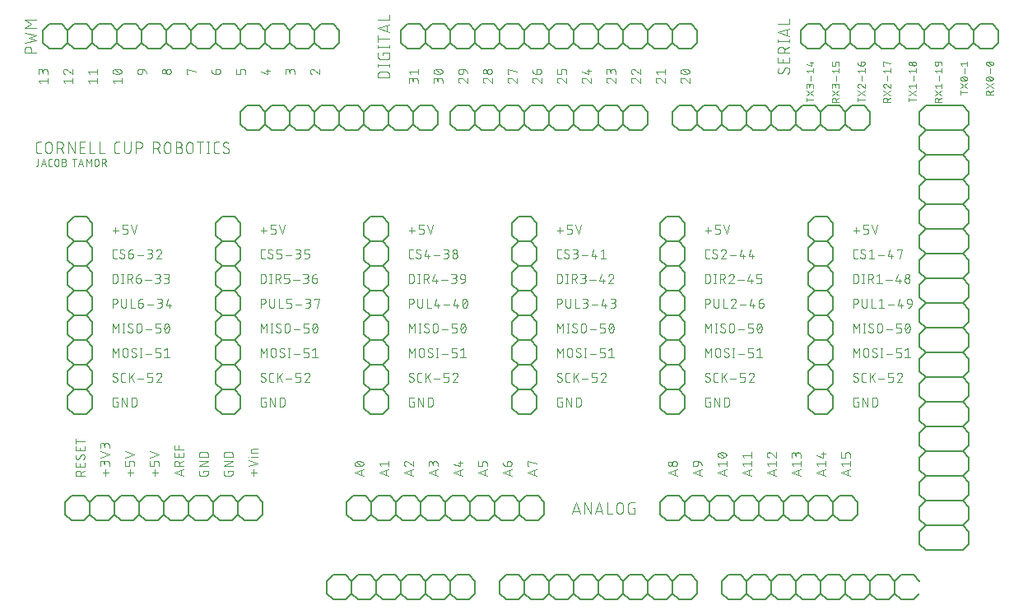
<source format=gbr>
G04 EAGLE Gerber RS-274X export*
G75*
%MOMM*%
%FSLAX34Y34*%
%LPD*%
%INSilkscreen Top*%
%IPPOS*%
%AMOC8*
5,1,8,0,0,1.08239X$1,22.5*%
G01*
%ADD10C,0.076200*%
%ADD11C,0.101600*%
%ADD12C,0.152400*%


D10*
X160401Y392656D02*
X166666Y392656D01*
X163534Y395788D02*
X163534Y389523D01*
X170677Y389001D02*
X173809Y389001D01*
X173898Y389003D01*
X173986Y389009D01*
X174074Y389018D01*
X174162Y389031D01*
X174249Y389048D01*
X174335Y389068D01*
X174420Y389093D01*
X174505Y389120D01*
X174588Y389152D01*
X174669Y389186D01*
X174749Y389225D01*
X174827Y389266D01*
X174904Y389311D01*
X174978Y389359D01*
X175051Y389410D01*
X175121Y389464D01*
X175188Y389522D01*
X175254Y389582D01*
X175316Y389644D01*
X175376Y389710D01*
X175434Y389777D01*
X175488Y389847D01*
X175539Y389920D01*
X175587Y389994D01*
X175632Y390071D01*
X175673Y390149D01*
X175712Y390229D01*
X175746Y390310D01*
X175778Y390393D01*
X175805Y390478D01*
X175830Y390563D01*
X175850Y390649D01*
X175867Y390736D01*
X175880Y390824D01*
X175889Y390912D01*
X175895Y391000D01*
X175897Y391089D01*
X175898Y391089D02*
X175898Y392134D01*
X175897Y392134D02*
X175895Y392223D01*
X175889Y392311D01*
X175880Y392399D01*
X175867Y392487D01*
X175850Y392574D01*
X175830Y392660D01*
X175805Y392745D01*
X175778Y392830D01*
X175746Y392913D01*
X175712Y392994D01*
X175673Y393074D01*
X175632Y393152D01*
X175587Y393229D01*
X175539Y393303D01*
X175488Y393376D01*
X175434Y393446D01*
X175376Y393513D01*
X175316Y393579D01*
X175254Y393641D01*
X175188Y393701D01*
X175121Y393759D01*
X175051Y393813D01*
X174978Y393864D01*
X174904Y393912D01*
X174827Y393957D01*
X174749Y393998D01*
X174669Y394037D01*
X174588Y394071D01*
X174505Y394103D01*
X174420Y394130D01*
X174335Y394155D01*
X174249Y394175D01*
X174162Y394192D01*
X174074Y394205D01*
X173986Y394214D01*
X173898Y394220D01*
X173809Y394222D01*
X170677Y394222D01*
X170677Y398399D01*
X175898Y398399D01*
X179299Y398399D02*
X182431Y389001D01*
X185564Y398399D01*
X164578Y363601D02*
X162489Y363601D01*
X162400Y363603D01*
X162312Y363609D01*
X162224Y363618D01*
X162136Y363631D01*
X162049Y363648D01*
X161963Y363668D01*
X161878Y363693D01*
X161793Y363720D01*
X161710Y363752D01*
X161629Y363786D01*
X161549Y363825D01*
X161471Y363866D01*
X161394Y363911D01*
X161320Y363959D01*
X161247Y364010D01*
X161177Y364064D01*
X161110Y364122D01*
X161044Y364182D01*
X160982Y364244D01*
X160922Y364310D01*
X160864Y364377D01*
X160810Y364447D01*
X160759Y364520D01*
X160711Y364594D01*
X160666Y364671D01*
X160625Y364749D01*
X160586Y364829D01*
X160552Y364910D01*
X160520Y364993D01*
X160493Y365078D01*
X160468Y365163D01*
X160448Y365249D01*
X160431Y365336D01*
X160418Y365424D01*
X160409Y365512D01*
X160403Y365600D01*
X160401Y365689D01*
X160401Y370911D01*
X160403Y371002D01*
X160409Y371093D01*
X160419Y371184D01*
X160433Y371274D01*
X160450Y371363D01*
X160472Y371451D01*
X160498Y371539D01*
X160527Y371625D01*
X160560Y371710D01*
X160597Y371793D01*
X160637Y371875D01*
X160681Y371955D01*
X160728Y372033D01*
X160779Y372109D01*
X160832Y372182D01*
X160889Y372253D01*
X160950Y372322D01*
X161013Y372387D01*
X161078Y372450D01*
X161147Y372510D01*
X161218Y372568D01*
X161291Y372621D01*
X161367Y372672D01*
X161445Y372719D01*
X161525Y372763D01*
X161607Y372803D01*
X161690Y372840D01*
X161775Y372873D01*
X161861Y372902D01*
X161949Y372928D01*
X162037Y372950D01*
X162126Y372967D01*
X162216Y372981D01*
X162307Y372991D01*
X162398Y372997D01*
X162489Y372999D01*
X164578Y372999D01*
X172963Y365689D02*
X172961Y365600D01*
X172955Y365512D01*
X172946Y365424D01*
X172933Y365336D01*
X172916Y365249D01*
X172896Y365163D01*
X172871Y365078D01*
X172844Y364993D01*
X172812Y364910D01*
X172778Y364829D01*
X172739Y364749D01*
X172698Y364671D01*
X172653Y364594D01*
X172605Y364520D01*
X172554Y364447D01*
X172500Y364377D01*
X172442Y364310D01*
X172382Y364244D01*
X172320Y364182D01*
X172254Y364122D01*
X172187Y364064D01*
X172117Y364010D01*
X172044Y363959D01*
X171970Y363911D01*
X171893Y363866D01*
X171815Y363825D01*
X171735Y363786D01*
X171654Y363752D01*
X171571Y363720D01*
X171486Y363693D01*
X171401Y363668D01*
X171315Y363648D01*
X171228Y363631D01*
X171140Y363618D01*
X171052Y363609D01*
X170964Y363603D01*
X170875Y363601D01*
X170746Y363603D01*
X170617Y363609D01*
X170488Y363618D01*
X170360Y363631D01*
X170232Y363648D01*
X170105Y363669D01*
X169978Y363693D01*
X169852Y363721D01*
X169727Y363753D01*
X169603Y363788D01*
X169480Y363827D01*
X169358Y363870D01*
X169238Y363916D01*
X169119Y363966D01*
X169001Y364019D01*
X168885Y364075D01*
X168771Y364135D01*
X168658Y364198D01*
X168548Y364265D01*
X168439Y364334D01*
X168333Y364407D01*
X168228Y364483D01*
X168126Y364562D01*
X168027Y364644D01*
X167929Y364728D01*
X167834Y364816D01*
X167742Y364906D01*
X168003Y370911D02*
X168005Y371000D01*
X168011Y371088D01*
X168020Y371176D01*
X168033Y371264D01*
X168050Y371351D01*
X168070Y371437D01*
X168095Y371522D01*
X168122Y371607D01*
X168154Y371690D01*
X168188Y371771D01*
X168227Y371851D01*
X168268Y371929D01*
X168313Y372006D01*
X168361Y372080D01*
X168412Y372153D01*
X168466Y372223D01*
X168524Y372290D01*
X168584Y372356D01*
X168646Y372418D01*
X168712Y372478D01*
X168779Y372536D01*
X168849Y372590D01*
X168922Y372641D01*
X168996Y372689D01*
X169073Y372734D01*
X169151Y372775D01*
X169231Y372814D01*
X169312Y372848D01*
X169395Y372880D01*
X169480Y372907D01*
X169565Y372932D01*
X169651Y372952D01*
X169738Y372969D01*
X169826Y372982D01*
X169914Y372991D01*
X170002Y372997D01*
X170091Y372999D01*
X170211Y372997D01*
X170331Y372992D01*
X170451Y372982D01*
X170570Y372970D01*
X170689Y372953D01*
X170807Y372933D01*
X170925Y372909D01*
X171041Y372882D01*
X171157Y372851D01*
X171272Y372817D01*
X171386Y372779D01*
X171499Y372737D01*
X171610Y372692D01*
X171720Y372644D01*
X171828Y372593D01*
X171935Y372538D01*
X172040Y372480D01*
X172143Y372418D01*
X172244Y372354D01*
X172344Y372286D01*
X172441Y372216D01*
X169047Y369084D02*
X168969Y369132D01*
X168893Y369184D01*
X168820Y369238D01*
X168749Y369296D01*
X168680Y369357D01*
X168614Y369421D01*
X168551Y369488D01*
X168491Y369557D01*
X168434Y369629D01*
X168380Y369703D01*
X168330Y369780D01*
X168282Y369859D01*
X168239Y369939D01*
X168198Y370022D01*
X168162Y370106D01*
X168129Y370191D01*
X168100Y370278D01*
X168074Y370367D01*
X168052Y370456D01*
X168035Y370546D01*
X168021Y370636D01*
X168011Y370728D01*
X168005Y370819D01*
X168003Y370911D01*
X171919Y367516D02*
X171997Y367468D01*
X172073Y367416D01*
X172146Y367362D01*
X172217Y367304D01*
X172286Y367243D01*
X172352Y367179D01*
X172415Y367112D01*
X172475Y367043D01*
X172532Y366971D01*
X172586Y366897D01*
X172636Y366820D01*
X172684Y366741D01*
X172727Y366661D01*
X172768Y366578D01*
X172804Y366494D01*
X172837Y366409D01*
X172866Y366322D01*
X172892Y366233D01*
X172914Y366144D01*
X172931Y366054D01*
X172945Y365964D01*
X172955Y365872D01*
X172961Y365781D01*
X172963Y365689D01*
X171919Y367517D02*
X169047Y369083D01*
X176581Y368822D02*
X179714Y368822D01*
X179803Y368820D01*
X179891Y368814D01*
X179979Y368805D01*
X180067Y368792D01*
X180154Y368775D01*
X180240Y368755D01*
X180325Y368730D01*
X180410Y368703D01*
X180493Y368671D01*
X180574Y368637D01*
X180654Y368598D01*
X180732Y368557D01*
X180809Y368512D01*
X180883Y368464D01*
X180956Y368413D01*
X181026Y368359D01*
X181093Y368301D01*
X181159Y368241D01*
X181221Y368179D01*
X181281Y368113D01*
X181339Y368046D01*
X181393Y367976D01*
X181444Y367903D01*
X181492Y367829D01*
X181537Y367752D01*
X181578Y367674D01*
X181617Y367594D01*
X181651Y367513D01*
X181683Y367430D01*
X181710Y367345D01*
X181735Y367260D01*
X181755Y367174D01*
X181772Y367087D01*
X181785Y366999D01*
X181794Y366911D01*
X181800Y366823D01*
X181802Y366734D01*
X181802Y366212D01*
X181803Y366212D02*
X181801Y366111D01*
X181795Y366010D01*
X181785Y365909D01*
X181772Y365809D01*
X181754Y365709D01*
X181733Y365610D01*
X181707Y365512D01*
X181678Y365415D01*
X181646Y365319D01*
X181609Y365225D01*
X181569Y365132D01*
X181525Y365040D01*
X181478Y364951D01*
X181427Y364863D01*
X181373Y364777D01*
X181316Y364694D01*
X181256Y364612D01*
X181192Y364534D01*
X181126Y364457D01*
X181056Y364384D01*
X180984Y364313D01*
X180909Y364245D01*
X180831Y364180D01*
X180751Y364118D01*
X180669Y364059D01*
X180584Y364003D01*
X180497Y363951D01*
X180409Y363902D01*
X180318Y363856D01*
X180226Y363815D01*
X180132Y363776D01*
X180037Y363742D01*
X179941Y363711D01*
X179843Y363684D01*
X179745Y363660D01*
X179645Y363641D01*
X179545Y363625D01*
X179445Y363613D01*
X179344Y363605D01*
X179243Y363601D01*
X179141Y363601D01*
X179040Y363605D01*
X178939Y363613D01*
X178839Y363625D01*
X178739Y363641D01*
X178639Y363660D01*
X178541Y363684D01*
X178443Y363711D01*
X178347Y363742D01*
X178252Y363776D01*
X178158Y363815D01*
X178066Y363856D01*
X177975Y363902D01*
X177887Y363951D01*
X177800Y364003D01*
X177715Y364059D01*
X177633Y364118D01*
X177553Y364180D01*
X177475Y364245D01*
X177400Y364313D01*
X177328Y364384D01*
X177258Y364457D01*
X177192Y364534D01*
X177128Y364612D01*
X177068Y364694D01*
X177011Y364777D01*
X176957Y364863D01*
X176906Y364951D01*
X176859Y365040D01*
X176815Y365132D01*
X176775Y365225D01*
X176738Y365319D01*
X176706Y365415D01*
X176677Y365512D01*
X176651Y365610D01*
X176630Y365709D01*
X176612Y365809D01*
X176599Y365909D01*
X176589Y366010D01*
X176583Y366111D01*
X176581Y366212D01*
X176581Y368822D01*
X176583Y368951D01*
X176589Y369079D01*
X176599Y369207D01*
X176613Y369335D01*
X176630Y369463D01*
X176652Y369590D01*
X176678Y369716D01*
X176707Y369841D01*
X176740Y369965D01*
X176778Y370088D01*
X176818Y370210D01*
X176863Y370331D01*
X176911Y370450D01*
X176963Y370568D01*
X177019Y370684D01*
X177078Y370798D01*
X177141Y370910D01*
X177207Y371021D01*
X177276Y371129D01*
X177349Y371235D01*
X177425Y371339D01*
X177504Y371441D01*
X177586Y371540D01*
X177671Y371636D01*
X177759Y371730D01*
X177850Y371821D01*
X177944Y371909D01*
X178040Y371994D01*
X178139Y372076D01*
X178241Y372155D01*
X178345Y372231D01*
X178451Y372304D01*
X178559Y372373D01*
X178669Y372439D01*
X178782Y372502D01*
X178896Y372561D01*
X179012Y372617D01*
X179130Y372669D01*
X179249Y372717D01*
X179370Y372762D01*
X179492Y372802D01*
X179615Y372840D01*
X179739Y372873D01*
X179864Y372902D01*
X179990Y372928D01*
X180117Y372950D01*
X180245Y372967D01*
X180373Y372981D01*
X180501Y372991D01*
X180629Y372997D01*
X180758Y372999D01*
X185813Y367256D02*
X192078Y367256D01*
X196088Y363601D02*
X198699Y363601D01*
X198800Y363603D01*
X198901Y363609D01*
X199002Y363619D01*
X199102Y363632D01*
X199202Y363650D01*
X199301Y363671D01*
X199399Y363697D01*
X199496Y363726D01*
X199592Y363758D01*
X199686Y363795D01*
X199779Y363835D01*
X199871Y363879D01*
X199960Y363926D01*
X200048Y363977D01*
X200134Y364031D01*
X200217Y364088D01*
X200299Y364148D01*
X200377Y364212D01*
X200454Y364278D01*
X200527Y364348D01*
X200598Y364420D01*
X200666Y364495D01*
X200731Y364573D01*
X200793Y364653D01*
X200852Y364735D01*
X200908Y364820D01*
X200960Y364907D01*
X201009Y364995D01*
X201055Y365086D01*
X201096Y365178D01*
X201135Y365272D01*
X201169Y365367D01*
X201200Y365463D01*
X201227Y365561D01*
X201251Y365659D01*
X201270Y365759D01*
X201286Y365859D01*
X201298Y365959D01*
X201306Y366060D01*
X201310Y366161D01*
X201310Y366263D01*
X201306Y366364D01*
X201298Y366465D01*
X201286Y366565D01*
X201270Y366665D01*
X201251Y366765D01*
X201227Y366863D01*
X201200Y366961D01*
X201169Y367057D01*
X201135Y367152D01*
X201096Y367246D01*
X201055Y367338D01*
X201009Y367429D01*
X200960Y367517D01*
X200908Y367604D01*
X200852Y367689D01*
X200793Y367771D01*
X200731Y367851D01*
X200666Y367929D01*
X200598Y368004D01*
X200527Y368076D01*
X200454Y368146D01*
X200377Y368212D01*
X200299Y368276D01*
X200217Y368336D01*
X200134Y368393D01*
X200048Y368447D01*
X199960Y368498D01*
X199871Y368545D01*
X199779Y368589D01*
X199686Y368629D01*
X199592Y368666D01*
X199496Y368698D01*
X199399Y368727D01*
X199301Y368753D01*
X199202Y368774D01*
X199102Y368792D01*
X199002Y368805D01*
X198901Y368815D01*
X198800Y368821D01*
X198699Y368823D01*
X199221Y372999D02*
X196088Y372999D01*
X199221Y372999D02*
X199311Y372997D01*
X199400Y372991D01*
X199490Y372982D01*
X199579Y372968D01*
X199667Y372951D01*
X199754Y372930D01*
X199841Y372905D01*
X199926Y372876D01*
X200010Y372844D01*
X200092Y372809D01*
X200173Y372769D01*
X200252Y372727D01*
X200329Y372681D01*
X200404Y372631D01*
X200477Y372579D01*
X200548Y372523D01*
X200616Y372465D01*
X200681Y372403D01*
X200744Y372339D01*
X200804Y372272D01*
X200861Y372203D01*
X200915Y372131D01*
X200966Y372057D01*
X201014Y371981D01*
X201058Y371903D01*
X201099Y371823D01*
X201137Y371741D01*
X201171Y371658D01*
X201201Y371573D01*
X201228Y371487D01*
X201251Y371401D01*
X201270Y371313D01*
X201285Y371224D01*
X201297Y371135D01*
X201305Y371046D01*
X201309Y370956D01*
X201309Y370866D01*
X201305Y370776D01*
X201297Y370687D01*
X201285Y370598D01*
X201270Y370509D01*
X201251Y370421D01*
X201228Y370335D01*
X201201Y370249D01*
X201171Y370164D01*
X201137Y370081D01*
X201099Y369999D01*
X201058Y369919D01*
X201014Y369841D01*
X200966Y369765D01*
X200915Y369691D01*
X200861Y369619D01*
X200804Y369550D01*
X200744Y369483D01*
X200681Y369419D01*
X200616Y369357D01*
X200548Y369299D01*
X200477Y369243D01*
X200404Y369191D01*
X200329Y369141D01*
X200252Y369095D01*
X200173Y369053D01*
X200092Y369013D01*
X200010Y368978D01*
X199926Y368946D01*
X199841Y368917D01*
X199754Y368892D01*
X199667Y368871D01*
X199579Y368854D01*
X199490Y368840D01*
X199400Y368831D01*
X199311Y368825D01*
X199221Y368823D01*
X199221Y368822D02*
X197132Y368822D01*
X208104Y373000D02*
X208199Y372998D01*
X208293Y372992D01*
X208387Y372983D01*
X208481Y372970D01*
X208574Y372953D01*
X208666Y372932D01*
X208758Y372907D01*
X208848Y372879D01*
X208937Y372847D01*
X209025Y372812D01*
X209111Y372773D01*
X209196Y372731D01*
X209279Y372685D01*
X209360Y372636D01*
X209439Y372584D01*
X209516Y372529D01*
X209590Y372470D01*
X209662Y372409D01*
X209732Y372345D01*
X209799Y372278D01*
X209863Y372208D01*
X209924Y372136D01*
X209983Y372062D01*
X210038Y371985D01*
X210090Y371906D01*
X210139Y371825D01*
X210185Y371742D01*
X210227Y371657D01*
X210266Y371571D01*
X210301Y371483D01*
X210333Y371394D01*
X210361Y371304D01*
X210386Y371212D01*
X210407Y371120D01*
X210424Y371027D01*
X210437Y370933D01*
X210446Y370839D01*
X210452Y370745D01*
X210454Y370650D01*
X208104Y372999D02*
X207996Y372997D01*
X207887Y372991D01*
X207779Y372981D01*
X207672Y372968D01*
X207565Y372950D01*
X207458Y372929D01*
X207353Y372904D01*
X207248Y372875D01*
X207145Y372843D01*
X207043Y372806D01*
X206942Y372766D01*
X206843Y372723D01*
X206745Y372676D01*
X206649Y372625D01*
X206555Y372571D01*
X206463Y372514D01*
X206373Y372453D01*
X206285Y372389D01*
X206200Y372323D01*
X206117Y372253D01*
X206037Y372180D01*
X205959Y372104D01*
X205884Y372026D01*
X205812Y371945D01*
X205743Y371861D01*
X205677Y371775D01*
X205614Y371687D01*
X205555Y371596D01*
X205498Y371504D01*
X205445Y371409D01*
X205396Y371313D01*
X205350Y371214D01*
X205307Y371115D01*
X205268Y371013D01*
X205233Y370911D01*
X209671Y368822D02*
X209740Y368891D01*
X209806Y368962D01*
X209870Y369035D01*
X209931Y369111D01*
X209989Y369190D01*
X210043Y369270D01*
X210095Y369353D01*
X210143Y369437D01*
X210189Y369523D01*
X210230Y369611D01*
X210269Y369701D01*
X210304Y369792D01*
X210335Y369884D01*
X210363Y369977D01*
X210387Y370071D01*
X210407Y370166D01*
X210424Y370262D01*
X210437Y370359D01*
X210446Y370456D01*
X210452Y370553D01*
X210454Y370650D01*
X209670Y368822D02*
X205232Y363601D01*
X210453Y363601D01*
X160401Y347599D02*
X160401Y338201D01*
X160401Y347599D02*
X163012Y347599D01*
X163112Y347597D01*
X163212Y347591D01*
X163311Y347582D01*
X163411Y347568D01*
X163509Y347551D01*
X163607Y347530D01*
X163704Y347506D01*
X163800Y347477D01*
X163895Y347445D01*
X163988Y347410D01*
X164080Y347371D01*
X164171Y347328D01*
X164259Y347282D01*
X164346Y347232D01*
X164431Y347180D01*
X164514Y347124D01*
X164595Y347065D01*
X164673Y347002D01*
X164749Y346937D01*
X164823Y346869D01*
X164893Y346799D01*
X164961Y346725D01*
X165026Y346649D01*
X165089Y346571D01*
X165148Y346490D01*
X165204Y346407D01*
X165256Y346322D01*
X165306Y346235D01*
X165352Y346147D01*
X165395Y346056D01*
X165434Y345964D01*
X165469Y345871D01*
X165501Y345776D01*
X165530Y345680D01*
X165554Y345583D01*
X165575Y345485D01*
X165592Y345387D01*
X165606Y345287D01*
X165615Y345188D01*
X165621Y345088D01*
X165623Y344988D01*
X165622Y344988D02*
X165622Y340812D01*
X165623Y340812D02*
X165621Y340712D01*
X165615Y340612D01*
X165606Y340513D01*
X165592Y340413D01*
X165575Y340315D01*
X165554Y340217D01*
X165530Y340120D01*
X165501Y340024D01*
X165469Y339929D01*
X165434Y339836D01*
X165395Y339744D01*
X165352Y339653D01*
X165306Y339565D01*
X165256Y339478D01*
X165204Y339393D01*
X165148Y339310D01*
X165089Y339229D01*
X165026Y339151D01*
X164961Y339075D01*
X164893Y339001D01*
X164823Y338931D01*
X164749Y338863D01*
X164673Y338798D01*
X164595Y338735D01*
X164514Y338676D01*
X164431Y338620D01*
X164346Y338568D01*
X164259Y338518D01*
X164171Y338472D01*
X164080Y338429D01*
X163988Y338390D01*
X163895Y338355D01*
X163800Y338323D01*
X163704Y338294D01*
X163607Y338270D01*
X163509Y338249D01*
X163411Y338232D01*
X163311Y338218D01*
X163212Y338209D01*
X163112Y338203D01*
X163012Y338201D01*
X160401Y338201D01*
X170632Y338201D02*
X170632Y347599D01*
X169587Y338201D02*
X171676Y338201D01*
X171676Y347599D02*
X169587Y347599D01*
X175698Y347599D02*
X175698Y338201D01*
X175698Y347599D02*
X178309Y347599D01*
X178410Y347597D01*
X178511Y347591D01*
X178612Y347581D01*
X178712Y347568D01*
X178812Y347550D01*
X178911Y347529D01*
X179009Y347503D01*
X179106Y347474D01*
X179202Y347442D01*
X179296Y347405D01*
X179389Y347365D01*
X179481Y347321D01*
X179570Y347274D01*
X179658Y347223D01*
X179744Y347169D01*
X179827Y347112D01*
X179909Y347052D01*
X179987Y346988D01*
X180064Y346922D01*
X180137Y346852D01*
X180208Y346780D01*
X180276Y346705D01*
X180341Y346627D01*
X180403Y346547D01*
X180462Y346465D01*
X180518Y346380D01*
X180570Y346293D01*
X180619Y346205D01*
X180665Y346114D01*
X180706Y346022D01*
X180745Y345928D01*
X180779Y345833D01*
X180810Y345737D01*
X180837Y345639D01*
X180861Y345541D01*
X180880Y345441D01*
X180896Y345341D01*
X180908Y345241D01*
X180916Y345140D01*
X180920Y345039D01*
X180920Y344937D01*
X180916Y344836D01*
X180908Y344735D01*
X180896Y344635D01*
X180880Y344535D01*
X180861Y344435D01*
X180837Y344337D01*
X180810Y344239D01*
X180779Y344143D01*
X180745Y344048D01*
X180706Y343954D01*
X180665Y343862D01*
X180619Y343771D01*
X180570Y343683D01*
X180518Y343596D01*
X180462Y343511D01*
X180403Y343429D01*
X180341Y343349D01*
X180276Y343271D01*
X180208Y343196D01*
X180137Y343124D01*
X180064Y343054D01*
X179987Y342988D01*
X179909Y342924D01*
X179827Y342864D01*
X179744Y342807D01*
X179658Y342753D01*
X179570Y342702D01*
X179481Y342655D01*
X179389Y342611D01*
X179296Y342571D01*
X179202Y342534D01*
X179106Y342502D01*
X179009Y342473D01*
X178911Y342447D01*
X178812Y342426D01*
X178712Y342408D01*
X178612Y342395D01*
X178511Y342385D01*
X178410Y342379D01*
X178309Y342377D01*
X178309Y342378D02*
X175698Y342378D01*
X178831Y342378D02*
X180919Y338201D01*
X184785Y343422D02*
X187918Y343422D01*
X188007Y343420D01*
X188095Y343414D01*
X188183Y343405D01*
X188271Y343392D01*
X188358Y343375D01*
X188444Y343355D01*
X188529Y343330D01*
X188614Y343303D01*
X188697Y343271D01*
X188778Y343237D01*
X188858Y343198D01*
X188936Y343157D01*
X189013Y343112D01*
X189087Y343064D01*
X189160Y343013D01*
X189230Y342959D01*
X189297Y342901D01*
X189363Y342841D01*
X189425Y342779D01*
X189485Y342713D01*
X189543Y342646D01*
X189597Y342576D01*
X189648Y342503D01*
X189696Y342429D01*
X189741Y342352D01*
X189782Y342274D01*
X189821Y342194D01*
X189855Y342113D01*
X189887Y342030D01*
X189914Y341945D01*
X189939Y341860D01*
X189959Y341774D01*
X189976Y341687D01*
X189989Y341599D01*
X189998Y341511D01*
X190004Y341423D01*
X190006Y341334D01*
X190006Y340812D01*
X190004Y340711D01*
X189998Y340610D01*
X189988Y340509D01*
X189975Y340409D01*
X189957Y340309D01*
X189936Y340210D01*
X189910Y340112D01*
X189881Y340015D01*
X189849Y339919D01*
X189812Y339825D01*
X189772Y339732D01*
X189728Y339640D01*
X189681Y339551D01*
X189630Y339463D01*
X189576Y339377D01*
X189519Y339294D01*
X189459Y339212D01*
X189395Y339134D01*
X189329Y339057D01*
X189259Y338984D01*
X189187Y338913D01*
X189112Y338845D01*
X189034Y338780D01*
X188954Y338718D01*
X188872Y338659D01*
X188787Y338603D01*
X188700Y338551D01*
X188612Y338502D01*
X188521Y338456D01*
X188429Y338415D01*
X188335Y338376D01*
X188240Y338342D01*
X188144Y338311D01*
X188046Y338284D01*
X187948Y338260D01*
X187848Y338241D01*
X187748Y338225D01*
X187648Y338213D01*
X187547Y338205D01*
X187446Y338201D01*
X187344Y338201D01*
X187243Y338205D01*
X187142Y338213D01*
X187042Y338225D01*
X186942Y338241D01*
X186842Y338260D01*
X186744Y338284D01*
X186646Y338311D01*
X186550Y338342D01*
X186455Y338376D01*
X186361Y338415D01*
X186269Y338456D01*
X186178Y338502D01*
X186090Y338551D01*
X186003Y338603D01*
X185918Y338659D01*
X185836Y338718D01*
X185756Y338780D01*
X185678Y338845D01*
X185603Y338913D01*
X185531Y338984D01*
X185461Y339057D01*
X185395Y339134D01*
X185331Y339212D01*
X185271Y339294D01*
X185214Y339377D01*
X185160Y339463D01*
X185109Y339551D01*
X185062Y339640D01*
X185018Y339732D01*
X184978Y339825D01*
X184941Y339919D01*
X184909Y340015D01*
X184880Y340112D01*
X184854Y340210D01*
X184833Y340309D01*
X184815Y340409D01*
X184802Y340509D01*
X184792Y340610D01*
X184786Y340711D01*
X184784Y340812D01*
X184785Y340812D02*
X184785Y343422D01*
X184787Y343551D01*
X184793Y343679D01*
X184803Y343807D01*
X184817Y343935D01*
X184834Y344063D01*
X184856Y344190D01*
X184882Y344316D01*
X184911Y344441D01*
X184944Y344565D01*
X184982Y344688D01*
X185022Y344810D01*
X185067Y344931D01*
X185115Y345050D01*
X185167Y345168D01*
X185223Y345284D01*
X185282Y345398D01*
X185345Y345510D01*
X185411Y345621D01*
X185480Y345729D01*
X185553Y345835D01*
X185629Y345939D01*
X185708Y346041D01*
X185790Y346140D01*
X185875Y346236D01*
X185963Y346330D01*
X186054Y346421D01*
X186148Y346509D01*
X186244Y346594D01*
X186343Y346676D01*
X186445Y346755D01*
X186549Y346831D01*
X186655Y346904D01*
X186763Y346973D01*
X186873Y347039D01*
X186986Y347102D01*
X187100Y347161D01*
X187216Y347217D01*
X187334Y347269D01*
X187453Y347317D01*
X187574Y347362D01*
X187696Y347402D01*
X187819Y347440D01*
X187943Y347473D01*
X188068Y347502D01*
X188194Y347528D01*
X188321Y347550D01*
X188449Y347567D01*
X188577Y347581D01*
X188705Y347591D01*
X188833Y347597D01*
X188962Y347599D01*
X194016Y341856D02*
X200282Y341856D01*
X204292Y338201D02*
X206903Y338201D01*
X207004Y338203D01*
X207105Y338209D01*
X207206Y338219D01*
X207306Y338232D01*
X207406Y338250D01*
X207505Y338271D01*
X207603Y338297D01*
X207700Y338326D01*
X207796Y338358D01*
X207890Y338395D01*
X207983Y338435D01*
X208075Y338479D01*
X208164Y338526D01*
X208252Y338577D01*
X208338Y338631D01*
X208421Y338688D01*
X208503Y338748D01*
X208581Y338812D01*
X208658Y338878D01*
X208731Y338948D01*
X208802Y339020D01*
X208870Y339095D01*
X208935Y339173D01*
X208997Y339253D01*
X209056Y339335D01*
X209112Y339420D01*
X209164Y339507D01*
X209213Y339595D01*
X209259Y339686D01*
X209300Y339778D01*
X209339Y339872D01*
X209373Y339967D01*
X209404Y340063D01*
X209431Y340161D01*
X209455Y340259D01*
X209474Y340359D01*
X209490Y340459D01*
X209502Y340559D01*
X209510Y340660D01*
X209514Y340761D01*
X209514Y340863D01*
X209510Y340964D01*
X209502Y341065D01*
X209490Y341165D01*
X209474Y341265D01*
X209455Y341365D01*
X209431Y341463D01*
X209404Y341561D01*
X209373Y341657D01*
X209339Y341752D01*
X209300Y341846D01*
X209259Y341938D01*
X209213Y342029D01*
X209164Y342117D01*
X209112Y342204D01*
X209056Y342289D01*
X208997Y342371D01*
X208935Y342451D01*
X208870Y342529D01*
X208802Y342604D01*
X208731Y342676D01*
X208658Y342746D01*
X208581Y342812D01*
X208503Y342876D01*
X208421Y342936D01*
X208338Y342993D01*
X208252Y343047D01*
X208164Y343098D01*
X208075Y343145D01*
X207983Y343189D01*
X207890Y343229D01*
X207796Y343266D01*
X207700Y343298D01*
X207603Y343327D01*
X207505Y343353D01*
X207406Y343374D01*
X207306Y343392D01*
X207206Y343405D01*
X207105Y343415D01*
X207004Y343421D01*
X206903Y343423D01*
X207425Y347599D02*
X204292Y347599D01*
X207425Y347599D02*
X207515Y347597D01*
X207604Y347591D01*
X207694Y347582D01*
X207783Y347568D01*
X207871Y347551D01*
X207958Y347530D01*
X208045Y347505D01*
X208130Y347476D01*
X208214Y347444D01*
X208296Y347409D01*
X208377Y347369D01*
X208456Y347327D01*
X208533Y347281D01*
X208608Y347231D01*
X208681Y347179D01*
X208752Y347123D01*
X208820Y347065D01*
X208885Y347003D01*
X208948Y346939D01*
X209008Y346872D01*
X209065Y346803D01*
X209119Y346731D01*
X209170Y346657D01*
X209218Y346581D01*
X209262Y346503D01*
X209303Y346423D01*
X209341Y346341D01*
X209375Y346258D01*
X209405Y346173D01*
X209432Y346087D01*
X209455Y346001D01*
X209474Y345913D01*
X209489Y345824D01*
X209501Y345735D01*
X209509Y345646D01*
X209513Y345556D01*
X209513Y345466D01*
X209509Y345376D01*
X209501Y345287D01*
X209489Y345198D01*
X209474Y345109D01*
X209455Y345021D01*
X209432Y344935D01*
X209405Y344849D01*
X209375Y344764D01*
X209341Y344681D01*
X209303Y344599D01*
X209262Y344519D01*
X209218Y344441D01*
X209170Y344365D01*
X209119Y344291D01*
X209065Y344219D01*
X209008Y344150D01*
X208948Y344083D01*
X208885Y344019D01*
X208820Y343957D01*
X208752Y343899D01*
X208681Y343843D01*
X208608Y343791D01*
X208533Y343741D01*
X208456Y343695D01*
X208377Y343653D01*
X208296Y343613D01*
X208214Y343578D01*
X208130Y343546D01*
X208045Y343517D01*
X207958Y343492D01*
X207871Y343471D01*
X207783Y343454D01*
X207694Y343440D01*
X207604Y343431D01*
X207515Y343425D01*
X207425Y343423D01*
X207425Y343422D02*
X205336Y343422D01*
X213436Y338201D02*
X216047Y338201D01*
X216148Y338203D01*
X216249Y338209D01*
X216350Y338219D01*
X216450Y338232D01*
X216550Y338250D01*
X216649Y338271D01*
X216747Y338297D01*
X216844Y338326D01*
X216940Y338358D01*
X217034Y338395D01*
X217127Y338435D01*
X217219Y338479D01*
X217308Y338526D01*
X217396Y338577D01*
X217482Y338631D01*
X217565Y338688D01*
X217647Y338748D01*
X217725Y338812D01*
X217802Y338878D01*
X217875Y338948D01*
X217946Y339020D01*
X218014Y339095D01*
X218079Y339173D01*
X218141Y339253D01*
X218200Y339335D01*
X218256Y339420D01*
X218308Y339507D01*
X218357Y339595D01*
X218403Y339686D01*
X218444Y339778D01*
X218483Y339872D01*
X218517Y339967D01*
X218548Y340063D01*
X218575Y340161D01*
X218599Y340259D01*
X218618Y340359D01*
X218634Y340459D01*
X218646Y340559D01*
X218654Y340660D01*
X218658Y340761D01*
X218658Y340863D01*
X218654Y340964D01*
X218646Y341065D01*
X218634Y341165D01*
X218618Y341265D01*
X218599Y341365D01*
X218575Y341463D01*
X218548Y341561D01*
X218517Y341657D01*
X218483Y341752D01*
X218444Y341846D01*
X218403Y341938D01*
X218357Y342029D01*
X218308Y342117D01*
X218256Y342204D01*
X218200Y342289D01*
X218141Y342371D01*
X218079Y342451D01*
X218014Y342529D01*
X217946Y342604D01*
X217875Y342676D01*
X217802Y342746D01*
X217725Y342812D01*
X217647Y342876D01*
X217565Y342936D01*
X217482Y342993D01*
X217396Y343047D01*
X217308Y343098D01*
X217219Y343145D01*
X217127Y343189D01*
X217034Y343229D01*
X216940Y343266D01*
X216844Y343298D01*
X216747Y343327D01*
X216649Y343353D01*
X216550Y343374D01*
X216450Y343392D01*
X216350Y343405D01*
X216249Y343415D01*
X216148Y343421D01*
X216047Y343423D01*
X216569Y347599D02*
X213436Y347599D01*
X216569Y347599D02*
X216659Y347597D01*
X216748Y347591D01*
X216838Y347582D01*
X216927Y347568D01*
X217015Y347551D01*
X217102Y347530D01*
X217189Y347505D01*
X217274Y347476D01*
X217358Y347444D01*
X217440Y347409D01*
X217521Y347369D01*
X217600Y347327D01*
X217677Y347281D01*
X217752Y347231D01*
X217825Y347179D01*
X217896Y347123D01*
X217964Y347065D01*
X218029Y347003D01*
X218092Y346939D01*
X218152Y346872D01*
X218209Y346803D01*
X218263Y346731D01*
X218314Y346657D01*
X218362Y346581D01*
X218406Y346503D01*
X218447Y346423D01*
X218485Y346341D01*
X218519Y346258D01*
X218549Y346173D01*
X218576Y346087D01*
X218599Y346001D01*
X218618Y345913D01*
X218633Y345824D01*
X218645Y345735D01*
X218653Y345646D01*
X218657Y345556D01*
X218657Y345466D01*
X218653Y345376D01*
X218645Y345287D01*
X218633Y345198D01*
X218618Y345109D01*
X218599Y345021D01*
X218576Y344935D01*
X218549Y344849D01*
X218519Y344764D01*
X218485Y344681D01*
X218447Y344599D01*
X218406Y344519D01*
X218362Y344441D01*
X218314Y344365D01*
X218263Y344291D01*
X218209Y344219D01*
X218152Y344150D01*
X218092Y344083D01*
X218029Y344019D01*
X217964Y343957D01*
X217896Y343899D01*
X217825Y343843D01*
X217752Y343791D01*
X217677Y343741D01*
X217600Y343695D01*
X217521Y343653D01*
X217440Y343613D01*
X217358Y343578D01*
X217274Y343546D01*
X217189Y343517D01*
X217102Y343492D01*
X217015Y343471D01*
X216927Y343454D01*
X216838Y343440D01*
X216748Y343431D01*
X216659Y343425D01*
X216569Y343423D01*
X216569Y343422D02*
X214480Y343422D01*
X160401Y322199D02*
X160401Y312801D01*
X160401Y322199D02*
X163012Y322199D01*
X163113Y322197D01*
X163214Y322191D01*
X163315Y322181D01*
X163415Y322168D01*
X163515Y322150D01*
X163614Y322129D01*
X163712Y322103D01*
X163809Y322074D01*
X163905Y322042D01*
X163999Y322005D01*
X164092Y321965D01*
X164184Y321921D01*
X164273Y321874D01*
X164361Y321823D01*
X164447Y321769D01*
X164530Y321712D01*
X164612Y321652D01*
X164690Y321588D01*
X164767Y321522D01*
X164840Y321452D01*
X164911Y321380D01*
X164979Y321305D01*
X165044Y321227D01*
X165106Y321147D01*
X165165Y321065D01*
X165221Y320980D01*
X165273Y320893D01*
X165322Y320805D01*
X165368Y320714D01*
X165409Y320622D01*
X165448Y320528D01*
X165482Y320433D01*
X165513Y320337D01*
X165540Y320239D01*
X165564Y320141D01*
X165583Y320041D01*
X165599Y319941D01*
X165611Y319841D01*
X165619Y319740D01*
X165623Y319639D01*
X165623Y319537D01*
X165619Y319436D01*
X165611Y319335D01*
X165599Y319235D01*
X165583Y319135D01*
X165564Y319035D01*
X165540Y318937D01*
X165513Y318839D01*
X165482Y318743D01*
X165448Y318648D01*
X165409Y318554D01*
X165368Y318462D01*
X165322Y318371D01*
X165273Y318283D01*
X165221Y318196D01*
X165165Y318111D01*
X165106Y318029D01*
X165044Y317949D01*
X164979Y317871D01*
X164911Y317796D01*
X164840Y317724D01*
X164767Y317654D01*
X164690Y317588D01*
X164612Y317524D01*
X164530Y317464D01*
X164447Y317407D01*
X164361Y317353D01*
X164273Y317302D01*
X164184Y317255D01*
X164092Y317211D01*
X163999Y317171D01*
X163905Y317134D01*
X163809Y317102D01*
X163712Y317073D01*
X163614Y317047D01*
X163515Y317026D01*
X163415Y317008D01*
X163315Y316995D01*
X163214Y316985D01*
X163113Y316979D01*
X163012Y316977D01*
X163012Y316978D02*
X160401Y316978D01*
X169414Y315412D02*
X169414Y322199D01*
X169413Y315412D02*
X169415Y315311D01*
X169421Y315210D01*
X169431Y315109D01*
X169444Y315009D01*
X169462Y314909D01*
X169483Y314810D01*
X169509Y314712D01*
X169538Y314615D01*
X169570Y314519D01*
X169607Y314425D01*
X169647Y314332D01*
X169691Y314240D01*
X169738Y314151D01*
X169789Y314063D01*
X169843Y313977D01*
X169900Y313894D01*
X169960Y313812D01*
X170024Y313734D01*
X170090Y313657D01*
X170160Y313584D01*
X170232Y313513D01*
X170307Y313445D01*
X170385Y313380D01*
X170465Y313318D01*
X170547Y313259D01*
X170632Y313203D01*
X170719Y313151D01*
X170807Y313102D01*
X170898Y313056D01*
X170990Y313015D01*
X171084Y312976D01*
X171179Y312942D01*
X171275Y312911D01*
X171373Y312884D01*
X171471Y312860D01*
X171571Y312841D01*
X171671Y312825D01*
X171771Y312813D01*
X171872Y312805D01*
X171973Y312801D01*
X172075Y312801D01*
X172176Y312805D01*
X172277Y312813D01*
X172377Y312825D01*
X172477Y312841D01*
X172577Y312860D01*
X172675Y312884D01*
X172773Y312911D01*
X172869Y312942D01*
X172964Y312976D01*
X173058Y313015D01*
X173150Y313056D01*
X173241Y313102D01*
X173329Y313151D01*
X173416Y313203D01*
X173501Y313259D01*
X173583Y313318D01*
X173663Y313380D01*
X173741Y313445D01*
X173816Y313513D01*
X173888Y313584D01*
X173958Y313657D01*
X174024Y313734D01*
X174088Y313812D01*
X174148Y313894D01*
X174205Y313977D01*
X174259Y314063D01*
X174310Y314151D01*
X174357Y314240D01*
X174401Y314332D01*
X174441Y314425D01*
X174478Y314519D01*
X174510Y314615D01*
X174539Y314712D01*
X174565Y314810D01*
X174586Y314909D01*
X174604Y315009D01*
X174617Y315109D01*
X174627Y315210D01*
X174633Y315311D01*
X174635Y315412D01*
X174635Y322199D01*
X179185Y322199D02*
X179185Y312801D01*
X183362Y312801D01*
X186787Y318022D02*
X189920Y318022D01*
X190009Y318020D01*
X190097Y318014D01*
X190185Y318005D01*
X190273Y317992D01*
X190360Y317975D01*
X190446Y317955D01*
X190531Y317930D01*
X190616Y317903D01*
X190699Y317871D01*
X190780Y317837D01*
X190860Y317798D01*
X190938Y317757D01*
X191015Y317712D01*
X191089Y317664D01*
X191162Y317613D01*
X191232Y317559D01*
X191299Y317501D01*
X191365Y317441D01*
X191427Y317379D01*
X191487Y317313D01*
X191545Y317246D01*
X191599Y317176D01*
X191650Y317103D01*
X191698Y317029D01*
X191743Y316952D01*
X191784Y316874D01*
X191823Y316794D01*
X191857Y316713D01*
X191889Y316630D01*
X191916Y316545D01*
X191941Y316460D01*
X191961Y316374D01*
X191978Y316287D01*
X191991Y316199D01*
X192000Y316111D01*
X192006Y316023D01*
X192008Y315934D01*
X192008Y315412D01*
X192009Y315412D02*
X192007Y315311D01*
X192001Y315210D01*
X191991Y315109D01*
X191978Y315009D01*
X191960Y314909D01*
X191939Y314810D01*
X191913Y314712D01*
X191884Y314615D01*
X191852Y314519D01*
X191815Y314425D01*
X191775Y314332D01*
X191731Y314240D01*
X191684Y314151D01*
X191633Y314063D01*
X191579Y313977D01*
X191522Y313894D01*
X191462Y313812D01*
X191398Y313734D01*
X191332Y313657D01*
X191262Y313584D01*
X191190Y313513D01*
X191115Y313445D01*
X191037Y313380D01*
X190957Y313318D01*
X190875Y313259D01*
X190790Y313203D01*
X190703Y313151D01*
X190615Y313102D01*
X190524Y313056D01*
X190432Y313015D01*
X190338Y312976D01*
X190243Y312942D01*
X190147Y312911D01*
X190049Y312884D01*
X189951Y312860D01*
X189851Y312841D01*
X189751Y312825D01*
X189651Y312813D01*
X189550Y312805D01*
X189449Y312801D01*
X189347Y312801D01*
X189246Y312805D01*
X189145Y312813D01*
X189045Y312825D01*
X188945Y312841D01*
X188845Y312860D01*
X188747Y312884D01*
X188649Y312911D01*
X188553Y312942D01*
X188458Y312976D01*
X188364Y313015D01*
X188272Y313056D01*
X188181Y313102D01*
X188093Y313151D01*
X188006Y313203D01*
X187921Y313259D01*
X187839Y313318D01*
X187759Y313380D01*
X187681Y313445D01*
X187606Y313513D01*
X187534Y313584D01*
X187464Y313657D01*
X187398Y313734D01*
X187334Y313812D01*
X187274Y313894D01*
X187217Y313977D01*
X187163Y314063D01*
X187112Y314151D01*
X187065Y314240D01*
X187021Y314332D01*
X186981Y314425D01*
X186944Y314519D01*
X186912Y314615D01*
X186883Y314712D01*
X186857Y314810D01*
X186836Y314909D01*
X186818Y315009D01*
X186805Y315109D01*
X186795Y315210D01*
X186789Y315311D01*
X186787Y315412D01*
X186787Y318022D01*
X186789Y318151D01*
X186795Y318279D01*
X186805Y318407D01*
X186819Y318535D01*
X186836Y318663D01*
X186858Y318790D01*
X186884Y318916D01*
X186913Y319041D01*
X186946Y319165D01*
X186984Y319288D01*
X187024Y319410D01*
X187069Y319531D01*
X187117Y319650D01*
X187169Y319768D01*
X187225Y319884D01*
X187284Y319998D01*
X187347Y320110D01*
X187413Y320221D01*
X187482Y320329D01*
X187555Y320435D01*
X187631Y320539D01*
X187710Y320641D01*
X187792Y320740D01*
X187877Y320836D01*
X187965Y320930D01*
X188056Y321021D01*
X188150Y321109D01*
X188246Y321194D01*
X188345Y321276D01*
X188447Y321355D01*
X188551Y321431D01*
X188657Y321504D01*
X188765Y321573D01*
X188875Y321639D01*
X188988Y321702D01*
X189102Y321761D01*
X189218Y321817D01*
X189336Y321869D01*
X189455Y321917D01*
X189576Y321962D01*
X189698Y322002D01*
X189821Y322040D01*
X189945Y322073D01*
X190070Y322102D01*
X190196Y322128D01*
X190323Y322150D01*
X190451Y322167D01*
X190579Y322181D01*
X190707Y322191D01*
X190835Y322197D01*
X190964Y322199D01*
X196019Y316456D02*
X202284Y316456D01*
X206294Y312801D02*
X208905Y312801D01*
X209006Y312803D01*
X209107Y312809D01*
X209208Y312819D01*
X209308Y312832D01*
X209408Y312850D01*
X209507Y312871D01*
X209605Y312897D01*
X209702Y312926D01*
X209798Y312958D01*
X209892Y312995D01*
X209985Y313035D01*
X210077Y313079D01*
X210166Y313126D01*
X210254Y313177D01*
X210340Y313231D01*
X210423Y313288D01*
X210505Y313348D01*
X210583Y313412D01*
X210660Y313478D01*
X210733Y313548D01*
X210804Y313620D01*
X210872Y313695D01*
X210937Y313773D01*
X210999Y313853D01*
X211058Y313935D01*
X211114Y314020D01*
X211166Y314107D01*
X211215Y314195D01*
X211261Y314286D01*
X211302Y314378D01*
X211341Y314472D01*
X211375Y314567D01*
X211406Y314663D01*
X211433Y314761D01*
X211457Y314859D01*
X211476Y314959D01*
X211492Y315059D01*
X211504Y315159D01*
X211512Y315260D01*
X211516Y315361D01*
X211516Y315463D01*
X211512Y315564D01*
X211504Y315665D01*
X211492Y315765D01*
X211476Y315865D01*
X211457Y315965D01*
X211433Y316063D01*
X211406Y316161D01*
X211375Y316257D01*
X211341Y316352D01*
X211302Y316446D01*
X211261Y316538D01*
X211215Y316629D01*
X211166Y316717D01*
X211114Y316804D01*
X211058Y316889D01*
X210999Y316971D01*
X210937Y317051D01*
X210872Y317129D01*
X210804Y317204D01*
X210733Y317276D01*
X210660Y317346D01*
X210583Y317412D01*
X210505Y317476D01*
X210423Y317536D01*
X210340Y317593D01*
X210254Y317647D01*
X210166Y317698D01*
X210077Y317745D01*
X209985Y317789D01*
X209892Y317829D01*
X209798Y317866D01*
X209702Y317898D01*
X209605Y317927D01*
X209507Y317953D01*
X209408Y317974D01*
X209308Y317992D01*
X209208Y318005D01*
X209107Y318015D01*
X209006Y318021D01*
X208905Y318023D01*
X209427Y322199D02*
X206294Y322199D01*
X209427Y322199D02*
X209517Y322197D01*
X209606Y322191D01*
X209696Y322182D01*
X209785Y322168D01*
X209873Y322151D01*
X209960Y322130D01*
X210047Y322105D01*
X210132Y322076D01*
X210216Y322044D01*
X210298Y322009D01*
X210379Y321969D01*
X210458Y321927D01*
X210535Y321881D01*
X210610Y321831D01*
X210683Y321779D01*
X210754Y321723D01*
X210822Y321665D01*
X210887Y321603D01*
X210950Y321539D01*
X211010Y321472D01*
X211067Y321403D01*
X211121Y321331D01*
X211172Y321257D01*
X211220Y321181D01*
X211264Y321103D01*
X211305Y321023D01*
X211343Y320941D01*
X211377Y320858D01*
X211407Y320773D01*
X211434Y320687D01*
X211457Y320601D01*
X211476Y320513D01*
X211491Y320424D01*
X211503Y320335D01*
X211511Y320246D01*
X211515Y320156D01*
X211515Y320066D01*
X211511Y319976D01*
X211503Y319887D01*
X211491Y319798D01*
X211476Y319709D01*
X211457Y319621D01*
X211434Y319535D01*
X211407Y319449D01*
X211377Y319364D01*
X211343Y319281D01*
X211305Y319199D01*
X211264Y319119D01*
X211220Y319041D01*
X211172Y318965D01*
X211121Y318891D01*
X211067Y318819D01*
X211010Y318750D01*
X210950Y318683D01*
X210887Y318619D01*
X210822Y318557D01*
X210754Y318499D01*
X210683Y318443D01*
X210610Y318391D01*
X210535Y318341D01*
X210458Y318295D01*
X210379Y318253D01*
X210298Y318213D01*
X210216Y318178D01*
X210132Y318146D01*
X210047Y318117D01*
X209960Y318092D01*
X209873Y318071D01*
X209785Y318054D01*
X209696Y318040D01*
X209606Y318031D01*
X209517Y318025D01*
X209427Y318023D01*
X209427Y318022D02*
X207339Y318022D01*
X215438Y314889D02*
X217527Y322199D01*
X215438Y314889D02*
X220660Y314889D01*
X219093Y312801D02*
X219093Y316978D01*
X160401Y296799D02*
X160401Y287401D01*
X163534Y291578D02*
X160401Y296799D01*
X163534Y291578D02*
X166666Y296799D01*
X166666Y287401D01*
X171763Y287401D02*
X171763Y296799D01*
X170719Y287401D02*
X172807Y287401D01*
X172807Y296799D02*
X170719Y296799D01*
X179296Y287401D02*
X179385Y287403D01*
X179473Y287409D01*
X179561Y287418D01*
X179649Y287431D01*
X179736Y287448D01*
X179822Y287468D01*
X179907Y287493D01*
X179992Y287520D01*
X180075Y287552D01*
X180156Y287586D01*
X180236Y287625D01*
X180314Y287666D01*
X180391Y287711D01*
X180465Y287759D01*
X180538Y287810D01*
X180608Y287864D01*
X180675Y287922D01*
X180741Y287982D01*
X180803Y288044D01*
X180863Y288110D01*
X180921Y288177D01*
X180975Y288247D01*
X181026Y288320D01*
X181074Y288394D01*
X181119Y288471D01*
X181160Y288549D01*
X181199Y288629D01*
X181233Y288710D01*
X181265Y288793D01*
X181292Y288878D01*
X181317Y288963D01*
X181337Y289049D01*
X181354Y289136D01*
X181367Y289224D01*
X181376Y289312D01*
X181382Y289400D01*
X181384Y289489D01*
X179296Y287401D02*
X179167Y287403D01*
X179038Y287409D01*
X178909Y287418D01*
X178781Y287431D01*
X178653Y287448D01*
X178526Y287469D01*
X178399Y287493D01*
X178273Y287521D01*
X178148Y287553D01*
X178024Y287588D01*
X177901Y287627D01*
X177779Y287670D01*
X177659Y287716D01*
X177540Y287766D01*
X177422Y287819D01*
X177306Y287875D01*
X177192Y287935D01*
X177079Y287998D01*
X176969Y288065D01*
X176860Y288134D01*
X176754Y288207D01*
X176649Y288283D01*
X176547Y288362D01*
X176448Y288444D01*
X176350Y288528D01*
X176255Y288616D01*
X176163Y288706D01*
X176425Y294711D02*
X176427Y294800D01*
X176433Y294888D01*
X176442Y294976D01*
X176455Y295064D01*
X176472Y295151D01*
X176492Y295237D01*
X176517Y295322D01*
X176544Y295407D01*
X176576Y295490D01*
X176610Y295571D01*
X176649Y295651D01*
X176690Y295729D01*
X176735Y295806D01*
X176783Y295880D01*
X176834Y295953D01*
X176888Y296023D01*
X176946Y296090D01*
X177006Y296156D01*
X177068Y296218D01*
X177134Y296278D01*
X177201Y296336D01*
X177271Y296390D01*
X177344Y296441D01*
X177418Y296489D01*
X177495Y296534D01*
X177573Y296575D01*
X177653Y296614D01*
X177734Y296648D01*
X177817Y296680D01*
X177902Y296707D01*
X177987Y296732D01*
X178073Y296752D01*
X178160Y296769D01*
X178248Y296782D01*
X178336Y296791D01*
X178424Y296797D01*
X178513Y296799D01*
X178512Y296799D02*
X178632Y296797D01*
X178752Y296792D01*
X178872Y296782D01*
X178991Y296770D01*
X179110Y296753D01*
X179228Y296733D01*
X179346Y296709D01*
X179462Y296682D01*
X179578Y296651D01*
X179693Y296617D01*
X179807Y296579D01*
X179920Y296537D01*
X180031Y296492D01*
X180141Y296444D01*
X180249Y296393D01*
X180356Y296338D01*
X180461Y296280D01*
X180564Y296218D01*
X180665Y296154D01*
X180765Y296086D01*
X180862Y296016D01*
X177468Y292884D02*
X177390Y292932D01*
X177314Y292984D01*
X177241Y293038D01*
X177170Y293096D01*
X177101Y293157D01*
X177035Y293221D01*
X176972Y293288D01*
X176912Y293357D01*
X176855Y293429D01*
X176801Y293503D01*
X176751Y293580D01*
X176703Y293659D01*
X176660Y293739D01*
X176619Y293822D01*
X176583Y293906D01*
X176550Y293991D01*
X176521Y294078D01*
X176495Y294167D01*
X176473Y294256D01*
X176456Y294346D01*
X176442Y294436D01*
X176432Y294528D01*
X176426Y294619D01*
X176424Y294711D01*
X180340Y291316D02*
X180418Y291268D01*
X180494Y291216D01*
X180567Y291162D01*
X180638Y291104D01*
X180707Y291043D01*
X180773Y290979D01*
X180836Y290912D01*
X180896Y290843D01*
X180953Y290771D01*
X181007Y290697D01*
X181057Y290620D01*
X181105Y290541D01*
X181148Y290461D01*
X181189Y290378D01*
X181225Y290294D01*
X181258Y290209D01*
X181287Y290122D01*
X181313Y290033D01*
X181335Y289944D01*
X181352Y289854D01*
X181366Y289764D01*
X181376Y289672D01*
X181382Y289581D01*
X181384Y289489D01*
X180340Y291317D02*
X177468Y292883D01*
X185002Y294188D02*
X185002Y290012D01*
X185002Y294188D02*
X185004Y294289D01*
X185010Y294390D01*
X185020Y294491D01*
X185033Y294591D01*
X185051Y294691D01*
X185072Y294790D01*
X185098Y294888D01*
X185127Y294985D01*
X185159Y295081D01*
X185196Y295175D01*
X185236Y295268D01*
X185280Y295360D01*
X185327Y295449D01*
X185378Y295537D01*
X185432Y295623D01*
X185489Y295706D01*
X185549Y295788D01*
X185613Y295866D01*
X185679Y295943D01*
X185749Y296016D01*
X185821Y296087D01*
X185896Y296155D01*
X185974Y296220D01*
X186054Y296282D01*
X186136Y296341D01*
X186221Y296397D01*
X186308Y296449D01*
X186396Y296498D01*
X186487Y296544D01*
X186579Y296585D01*
X186673Y296624D01*
X186768Y296658D01*
X186864Y296689D01*
X186962Y296716D01*
X187060Y296740D01*
X187160Y296759D01*
X187260Y296775D01*
X187360Y296787D01*
X187461Y296795D01*
X187562Y296799D01*
X187664Y296799D01*
X187765Y296795D01*
X187866Y296787D01*
X187966Y296775D01*
X188066Y296759D01*
X188166Y296740D01*
X188264Y296716D01*
X188362Y296689D01*
X188458Y296658D01*
X188553Y296624D01*
X188647Y296585D01*
X188739Y296544D01*
X188830Y296498D01*
X188919Y296449D01*
X189005Y296397D01*
X189090Y296341D01*
X189172Y296282D01*
X189252Y296220D01*
X189330Y296155D01*
X189405Y296087D01*
X189477Y296016D01*
X189547Y295943D01*
X189613Y295866D01*
X189677Y295788D01*
X189737Y295706D01*
X189794Y295623D01*
X189848Y295537D01*
X189899Y295449D01*
X189946Y295360D01*
X189990Y295268D01*
X190030Y295175D01*
X190067Y295081D01*
X190099Y294985D01*
X190128Y294888D01*
X190154Y294790D01*
X190175Y294691D01*
X190193Y294591D01*
X190206Y294491D01*
X190216Y294390D01*
X190222Y294289D01*
X190224Y294188D01*
X190223Y294188D02*
X190223Y290012D01*
X190224Y290012D02*
X190222Y289911D01*
X190216Y289810D01*
X190206Y289709D01*
X190193Y289609D01*
X190175Y289509D01*
X190154Y289410D01*
X190128Y289312D01*
X190099Y289215D01*
X190067Y289119D01*
X190030Y289025D01*
X189990Y288932D01*
X189946Y288840D01*
X189899Y288751D01*
X189848Y288663D01*
X189794Y288577D01*
X189737Y288494D01*
X189677Y288412D01*
X189613Y288334D01*
X189547Y288257D01*
X189477Y288184D01*
X189405Y288113D01*
X189330Y288045D01*
X189252Y287980D01*
X189172Y287918D01*
X189090Y287859D01*
X189005Y287803D01*
X188918Y287751D01*
X188830Y287702D01*
X188739Y287656D01*
X188647Y287615D01*
X188553Y287576D01*
X188458Y287542D01*
X188362Y287511D01*
X188264Y287484D01*
X188166Y287460D01*
X188066Y287441D01*
X187966Y287425D01*
X187866Y287413D01*
X187765Y287405D01*
X187664Y287401D01*
X187562Y287401D01*
X187461Y287405D01*
X187360Y287413D01*
X187260Y287425D01*
X187160Y287441D01*
X187060Y287460D01*
X186962Y287484D01*
X186864Y287511D01*
X186768Y287542D01*
X186673Y287576D01*
X186579Y287615D01*
X186487Y287656D01*
X186396Y287702D01*
X186308Y287751D01*
X186221Y287803D01*
X186136Y287859D01*
X186054Y287918D01*
X185974Y287980D01*
X185896Y288045D01*
X185821Y288113D01*
X185749Y288184D01*
X185679Y288257D01*
X185613Y288334D01*
X185549Y288412D01*
X185489Y288494D01*
X185432Y288577D01*
X185378Y288663D01*
X185327Y288751D01*
X185280Y288840D01*
X185236Y288932D01*
X185196Y289025D01*
X185159Y289119D01*
X185127Y289215D01*
X185098Y289312D01*
X185072Y289410D01*
X185051Y289509D01*
X185033Y289609D01*
X185020Y289709D01*
X185010Y289810D01*
X185004Y289911D01*
X185002Y290012D01*
X194234Y291056D02*
X200499Y291056D01*
X204509Y287401D02*
X207642Y287401D01*
X207731Y287403D01*
X207819Y287409D01*
X207907Y287418D01*
X207995Y287431D01*
X208082Y287448D01*
X208168Y287468D01*
X208253Y287493D01*
X208338Y287520D01*
X208421Y287552D01*
X208502Y287586D01*
X208582Y287625D01*
X208660Y287666D01*
X208737Y287711D01*
X208811Y287759D01*
X208884Y287810D01*
X208954Y287864D01*
X209021Y287922D01*
X209087Y287982D01*
X209149Y288044D01*
X209209Y288110D01*
X209267Y288177D01*
X209321Y288247D01*
X209372Y288320D01*
X209420Y288394D01*
X209465Y288471D01*
X209506Y288549D01*
X209545Y288629D01*
X209579Y288710D01*
X209611Y288793D01*
X209638Y288878D01*
X209663Y288963D01*
X209683Y289049D01*
X209700Y289136D01*
X209713Y289224D01*
X209722Y289312D01*
X209728Y289400D01*
X209730Y289489D01*
X209730Y290534D01*
X209728Y290623D01*
X209722Y290711D01*
X209713Y290799D01*
X209700Y290887D01*
X209683Y290974D01*
X209663Y291060D01*
X209638Y291145D01*
X209611Y291230D01*
X209579Y291313D01*
X209545Y291394D01*
X209506Y291474D01*
X209465Y291552D01*
X209420Y291629D01*
X209372Y291703D01*
X209321Y291776D01*
X209267Y291846D01*
X209209Y291913D01*
X209149Y291979D01*
X209087Y292041D01*
X209021Y292101D01*
X208954Y292159D01*
X208884Y292213D01*
X208811Y292264D01*
X208737Y292312D01*
X208660Y292357D01*
X208582Y292398D01*
X208502Y292437D01*
X208421Y292471D01*
X208338Y292503D01*
X208253Y292530D01*
X208168Y292555D01*
X208082Y292575D01*
X207995Y292592D01*
X207907Y292605D01*
X207819Y292614D01*
X207731Y292620D01*
X207642Y292622D01*
X204509Y292622D01*
X204509Y296799D01*
X209730Y296799D01*
X214436Y295494D02*
X214357Y295327D01*
X214282Y295158D01*
X214211Y294987D01*
X214144Y294815D01*
X214082Y294641D01*
X214023Y294465D01*
X213969Y294289D01*
X213919Y294111D01*
X213873Y293931D01*
X213831Y293751D01*
X213794Y293570D01*
X213761Y293388D01*
X213732Y293206D01*
X213708Y293022D01*
X213688Y292838D01*
X213673Y292654D01*
X213662Y292470D01*
X213655Y292285D01*
X213653Y292100D01*
X214436Y295494D02*
X214466Y295574D01*
X214499Y295653D01*
X214536Y295730D01*
X214576Y295806D01*
X214619Y295880D01*
X214665Y295952D01*
X214715Y296021D01*
X214767Y296089D01*
X214823Y296154D01*
X214881Y296217D01*
X214943Y296276D01*
X215006Y296334D01*
X215073Y296388D01*
X215141Y296439D01*
X215212Y296487D01*
X215285Y296532D01*
X215359Y296574D01*
X215436Y296612D01*
X215514Y296647D01*
X215593Y296679D01*
X215674Y296707D01*
X215756Y296731D01*
X215840Y296752D01*
X215923Y296769D01*
X216008Y296782D01*
X216093Y296791D01*
X216178Y296797D01*
X216264Y296799D01*
X216350Y296797D01*
X216435Y296791D01*
X216520Y296782D01*
X216605Y296769D01*
X216688Y296752D01*
X216772Y296731D01*
X216854Y296707D01*
X216935Y296679D01*
X217014Y296647D01*
X217092Y296612D01*
X217169Y296574D01*
X217243Y296532D01*
X217316Y296487D01*
X217387Y296439D01*
X217455Y296388D01*
X217522Y296334D01*
X217585Y296276D01*
X217647Y296217D01*
X217705Y296154D01*
X217761Y296089D01*
X217813Y296021D01*
X217863Y295952D01*
X217909Y295880D01*
X217952Y295806D01*
X217992Y295730D01*
X218029Y295653D01*
X218062Y295574D01*
X218092Y295494D01*
X218171Y295327D01*
X218246Y295158D01*
X218317Y294987D01*
X218384Y294815D01*
X218446Y294641D01*
X218505Y294465D01*
X218559Y294289D01*
X218609Y294111D01*
X218655Y293931D01*
X218697Y293751D01*
X218734Y293570D01*
X218767Y293388D01*
X218796Y293206D01*
X218820Y293022D01*
X218840Y292838D01*
X218855Y292654D01*
X218866Y292470D01*
X218873Y292285D01*
X218875Y292100D01*
X213653Y292100D02*
X213655Y291915D01*
X213662Y291730D01*
X213673Y291546D01*
X213688Y291362D01*
X213708Y291178D01*
X213732Y290994D01*
X213761Y290812D01*
X213794Y290630D01*
X213831Y290449D01*
X213873Y290269D01*
X213919Y290089D01*
X213969Y289911D01*
X214023Y289735D01*
X214082Y289559D01*
X214144Y289385D01*
X214211Y289213D01*
X214282Y289042D01*
X214357Y288873D01*
X214436Y288706D01*
X214466Y288626D01*
X214499Y288547D01*
X214536Y288470D01*
X214576Y288394D01*
X214619Y288320D01*
X214665Y288248D01*
X214715Y288179D01*
X214768Y288111D01*
X214823Y288046D01*
X214882Y287983D01*
X214943Y287924D01*
X215006Y287866D01*
X215073Y287812D01*
X215141Y287761D01*
X215212Y287713D01*
X215285Y287668D01*
X215359Y287626D01*
X215436Y287588D01*
X215514Y287553D01*
X215593Y287521D01*
X215674Y287493D01*
X215756Y287469D01*
X215840Y287448D01*
X215923Y287431D01*
X216008Y287418D01*
X216093Y287409D01*
X216178Y287403D01*
X216264Y287401D01*
X218092Y288706D02*
X218171Y288873D01*
X218246Y289042D01*
X218317Y289213D01*
X218384Y289385D01*
X218446Y289559D01*
X218505Y289735D01*
X218559Y289911D01*
X218609Y290089D01*
X218655Y290269D01*
X218697Y290449D01*
X218734Y290630D01*
X218767Y290812D01*
X218796Y290994D01*
X218820Y291178D01*
X218840Y291362D01*
X218855Y291546D01*
X218866Y291730D01*
X218873Y291915D01*
X218875Y292100D01*
X218092Y288706D02*
X218062Y288626D01*
X218029Y288547D01*
X217992Y288470D01*
X217952Y288394D01*
X217909Y288320D01*
X217863Y288248D01*
X217813Y288179D01*
X217761Y288111D01*
X217705Y288046D01*
X217647Y287983D01*
X217585Y287924D01*
X217522Y287866D01*
X217455Y287812D01*
X217387Y287761D01*
X217316Y287713D01*
X217243Y287668D01*
X217169Y287626D01*
X217092Y287588D01*
X217014Y287553D01*
X216935Y287521D01*
X216854Y287493D01*
X216772Y287469D01*
X216688Y287448D01*
X216605Y287431D01*
X216520Y287418D01*
X216435Y287409D01*
X216350Y287403D01*
X216264Y287401D01*
X214175Y289489D02*
X218352Y294711D01*
X160401Y271399D02*
X160401Y262001D01*
X163534Y266178D02*
X160401Y271399D01*
X163534Y266178D02*
X166666Y271399D01*
X166666Y262001D01*
X170981Y264612D02*
X170981Y268788D01*
X170983Y268889D01*
X170989Y268990D01*
X170999Y269091D01*
X171012Y269191D01*
X171030Y269291D01*
X171051Y269390D01*
X171077Y269488D01*
X171106Y269585D01*
X171138Y269681D01*
X171175Y269775D01*
X171215Y269868D01*
X171259Y269960D01*
X171306Y270049D01*
X171357Y270137D01*
X171411Y270223D01*
X171468Y270306D01*
X171528Y270388D01*
X171592Y270466D01*
X171658Y270543D01*
X171728Y270616D01*
X171800Y270687D01*
X171875Y270755D01*
X171953Y270820D01*
X172033Y270882D01*
X172115Y270941D01*
X172200Y270997D01*
X172287Y271049D01*
X172375Y271098D01*
X172466Y271144D01*
X172558Y271185D01*
X172652Y271224D01*
X172747Y271258D01*
X172843Y271289D01*
X172941Y271316D01*
X173039Y271340D01*
X173139Y271359D01*
X173239Y271375D01*
X173339Y271387D01*
X173440Y271395D01*
X173541Y271399D01*
X173643Y271399D01*
X173744Y271395D01*
X173845Y271387D01*
X173945Y271375D01*
X174045Y271359D01*
X174145Y271340D01*
X174243Y271316D01*
X174341Y271289D01*
X174437Y271258D01*
X174532Y271224D01*
X174626Y271185D01*
X174718Y271144D01*
X174809Y271098D01*
X174898Y271049D01*
X174984Y270997D01*
X175069Y270941D01*
X175151Y270882D01*
X175231Y270820D01*
X175309Y270755D01*
X175384Y270687D01*
X175456Y270616D01*
X175526Y270543D01*
X175592Y270466D01*
X175656Y270388D01*
X175716Y270306D01*
X175773Y270223D01*
X175827Y270137D01*
X175878Y270049D01*
X175925Y269960D01*
X175969Y269868D01*
X176009Y269775D01*
X176046Y269681D01*
X176078Y269585D01*
X176107Y269488D01*
X176133Y269390D01*
X176154Y269291D01*
X176172Y269191D01*
X176185Y269091D01*
X176195Y268990D01*
X176201Y268889D01*
X176203Y268788D01*
X176203Y264612D01*
X176201Y264511D01*
X176195Y264410D01*
X176185Y264309D01*
X176172Y264209D01*
X176154Y264109D01*
X176133Y264010D01*
X176107Y263912D01*
X176078Y263815D01*
X176046Y263719D01*
X176009Y263625D01*
X175969Y263532D01*
X175925Y263440D01*
X175878Y263351D01*
X175827Y263263D01*
X175773Y263177D01*
X175716Y263094D01*
X175656Y263012D01*
X175592Y262934D01*
X175526Y262857D01*
X175456Y262784D01*
X175384Y262713D01*
X175309Y262645D01*
X175231Y262580D01*
X175151Y262518D01*
X175069Y262459D01*
X174984Y262403D01*
X174897Y262351D01*
X174809Y262302D01*
X174718Y262256D01*
X174626Y262215D01*
X174532Y262176D01*
X174437Y262142D01*
X174341Y262111D01*
X174243Y262084D01*
X174145Y262060D01*
X174045Y262041D01*
X173945Y262025D01*
X173845Y262013D01*
X173744Y262005D01*
X173643Y262001D01*
X173541Y262001D01*
X173440Y262005D01*
X173339Y262013D01*
X173239Y262025D01*
X173139Y262041D01*
X173039Y262060D01*
X172941Y262084D01*
X172843Y262111D01*
X172747Y262142D01*
X172652Y262176D01*
X172558Y262215D01*
X172466Y262256D01*
X172375Y262302D01*
X172287Y262351D01*
X172200Y262403D01*
X172115Y262459D01*
X172033Y262518D01*
X171953Y262580D01*
X171875Y262645D01*
X171800Y262713D01*
X171728Y262784D01*
X171658Y262857D01*
X171592Y262934D01*
X171528Y263012D01*
X171468Y263094D01*
X171411Y263177D01*
X171357Y263263D01*
X171306Y263351D01*
X171259Y263440D01*
X171215Y263532D01*
X171175Y263625D01*
X171138Y263719D01*
X171106Y263815D01*
X171077Y263912D01*
X171051Y264010D01*
X171030Y264109D01*
X171012Y264209D01*
X170999Y264309D01*
X170989Y264410D01*
X170983Y264511D01*
X170981Y264612D01*
X182953Y262001D02*
X183042Y262003D01*
X183130Y262009D01*
X183218Y262018D01*
X183306Y262031D01*
X183393Y262048D01*
X183479Y262068D01*
X183564Y262093D01*
X183649Y262120D01*
X183732Y262152D01*
X183813Y262186D01*
X183893Y262225D01*
X183971Y262266D01*
X184048Y262311D01*
X184122Y262359D01*
X184195Y262410D01*
X184265Y262464D01*
X184332Y262522D01*
X184398Y262582D01*
X184460Y262644D01*
X184520Y262710D01*
X184578Y262777D01*
X184632Y262847D01*
X184683Y262920D01*
X184731Y262994D01*
X184776Y263071D01*
X184817Y263149D01*
X184856Y263229D01*
X184890Y263310D01*
X184922Y263393D01*
X184949Y263478D01*
X184974Y263563D01*
X184994Y263649D01*
X185011Y263736D01*
X185024Y263824D01*
X185033Y263912D01*
X185039Y264000D01*
X185041Y264089D01*
X182953Y262001D02*
X182824Y262003D01*
X182695Y262009D01*
X182566Y262018D01*
X182438Y262031D01*
X182310Y262048D01*
X182183Y262069D01*
X182056Y262093D01*
X181930Y262121D01*
X181805Y262153D01*
X181681Y262188D01*
X181558Y262227D01*
X181436Y262270D01*
X181316Y262316D01*
X181197Y262366D01*
X181079Y262419D01*
X180963Y262475D01*
X180849Y262535D01*
X180736Y262598D01*
X180626Y262665D01*
X180517Y262734D01*
X180411Y262807D01*
X180306Y262883D01*
X180204Y262962D01*
X180105Y263044D01*
X180007Y263128D01*
X179912Y263216D01*
X179820Y263306D01*
X180082Y269311D02*
X180084Y269400D01*
X180090Y269488D01*
X180099Y269576D01*
X180112Y269664D01*
X180129Y269751D01*
X180149Y269837D01*
X180174Y269922D01*
X180201Y270007D01*
X180233Y270090D01*
X180267Y270171D01*
X180306Y270251D01*
X180347Y270329D01*
X180392Y270406D01*
X180440Y270480D01*
X180491Y270553D01*
X180545Y270623D01*
X180603Y270690D01*
X180663Y270756D01*
X180725Y270818D01*
X180791Y270878D01*
X180858Y270936D01*
X180928Y270990D01*
X181001Y271041D01*
X181075Y271089D01*
X181152Y271134D01*
X181230Y271175D01*
X181310Y271214D01*
X181391Y271248D01*
X181474Y271280D01*
X181559Y271307D01*
X181644Y271332D01*
X181730Y271352D01*
X181817Y271369D01*
X181905Y271382D01*
X181993Y271391D01*
X182081Y271397D01*
X182170Y271399D01*
X182290Y271397D01*
X182410Y271392D01*
X182530Y271382D01*
X182649Y271370D01*
X182768Y271353D01*
X182886Y271333D01*
X183004Y271309D01*
X183120Y271282D01*
X183236Y271251D01*
X183351Y271217D01*
X183465Y271179D01*
X183578Y271137D01*
X183689Y271092D01*
X183799Y271044D01*
X183907Y270993D01*
X184014Y270938D01*
X184119Y270880D01*
X184222Y270818D01*
X184323Y270754D01*
X184423Y270686D01*
X184520Y270616D01*
X181126Y267484D02*
X181048Y267532D01*
X180972Y267584D01*
X180899Y267638D01*
X180828Y267696D01*
X180759Y267757D01*
X180693Y267821D01*
X180630Y267888D01*
X180570Y267957D01*
X180513Y268029D01*
X180459Y268103D01*
X180409Y268180D01*
X180361Y268259D01*
X180318Y268339D01*
X180277Y268422D01*
X180241Y268506D01*
X180208Y268591D01*
X180179Y268678D01*
X180153Y268767D01*
X180131Y268856D01*
X180114Y268946D01*
X180100Y269036D01*
X180090Y269128D01*
X180084Y269219D01*
X180082Y269311D01*
X183998Y265916D02*
X184076Y265868D01*
X184152Y265816D01*
X184225Y265762D01*
X184296Y265704D01*
X184365Y265643D01*
X184431Y265579D01*
X184494Y265512D01*
X184554Y265443D01*
X184611Y265371D01*
X184665Y265297D01*
X184715Y265220D01*
X184763Y265141D01*
X184806Y265061D01*
X184847Y264978D01*
X184883Y264894D01*
X184916Y264809D01*
X184945Y264722D01*
X184971Y264633D01*
X184993Y264544D01*
X185010Y264454D01*
X185024Y264364D01*
X185034Y264272D01*
X185040Y264181D01*
X185042Y264089D01*
X183998Y265917D02*
X181126Y267483D01*
X189442Y271399D02*
X189442Y262001D01*
X190486Y262001D02*
X188397Y262001D01*
X188397Y271399D02*
X190486Y271399D01*
X194234Y265656D02*
X200499Y265656D01*
X204509Y262001D02*
X207642Y262001D01*
X207731Y262003D01*
X207819Y262009D01*
X207907Y262018D01*
X207995Y262031D01*
X208082Y262048D01*
X208168Y262068D01*
X208253Y262093D01*
X208338Y262120D01*
X208421Y262152D01*
X208502Y262186D01*
X208582Y262225D01*
X208660Y262266D01*
X208737Y262311D01*
X208811Y262359D01*
X208884Y262410D01*
X208954Y262464D01*
X209021Y262522D01*
X209087Y262582D01*
X209149Y262644D01*
X209209Y262710D01*
X209267Y262777D01*
X209321Y262847D01*
X209372Y262920D01*
X209420Y262994D01*
X209465Y263071D01*
X209506Y263149D01*
X209545Y263229D01*
X209579Y263310D01*
X209611Y263393D01*
X209638Y263478D01*
X209663Y263563D01*
X209683Y263649D01*
X209700Y263736D01*
X209713Y263824D01*
X209722Y263912D01*
X209728Y264000D01*
X209730Y264089D01*
X209730Y265134D01*
X209728Y265223D01*
X209722Y265311D01*
X209713Y265399D01*
X209700Y265487D01*
X209683Y265574D01*
X209663Y265660D01*
X209638Y265745D01*
X209611Y265830D01*
X209579Y265913D01*
X209545Y265994D01*
X209506Y266074D01*
X209465Y266152D01*
X209420Y266229D01*
X209372Y266303D01*
X209321Y266376D01*
X209267Y266446D01*
X209209Y266513D01*
X209149Y266579D01*
X209087Y266641D01*
X209021Y266701D01*
X208954Y266759D01*
X208884Y266813D01*
X208811Y266864D01*
X208737Y266912D01*
X208660Y266957D01*
X208582Y266998D01*
X208502Y267037D01*
X208421Y267071D01*
X208338Y267103D01*
X208253Y267130D01*
X208168Y267155D01*
X208082Y267175D01*
X207995Y267192D01*
X207907Y267205D01*
X207819Y267214D01*
X207731Y267220D01*
X207642Y267222D01*
X204509Y267222D01*
X204509Y271399D01*
X209730Y271399D01*
X213653Y269311D02*
X216264Y271399D01*
X216264Y262001D01*
X218874Y262001D02*
X213653Y262001D01*
X165622Y238689D02*
X165620Y238600D01*
X165614Y238512D01*
X165605Y238424D01*
X165592Y238336D01*
X165575Y238249D01*
X165555Y238163D01*
X165530Y238078D01*
X165503Y237993D01*
X165471Y237910D01*
X165437Y237829D01*
X165398Y237749D01*
X165357Y237671D01*
X165312Y237594D01*
X165264Y237520D01*
X165213Y237447D01*
X165159Y237377D01*
X165101Y237310D01*
X165041Y237244D01*
X164979Y237182D01*
X164913Y237122D01*
X164846Y237064D01*
X164776Y237010D01*
X164703Y236959D01*
X164629Y236911D01*
X164552Y236866D01*
X164474Y236825D01*
X164394Y236786D01*
X164313Y236752D01*
X164230Y236720D01*
X164145Y236693D01*
X164060Y236668D01*
X163974Y236648D01*
X163887Y236631D01*
X163799Y236618D01*
X163711Y236609D01*
X163623Y236603D01*
X163534Y236601D01*
X163405Y236603D01*
X163276Y236609D01*
X163147Y236618D01*
X163019Y236631D01*
X162891Y236648D01*
X162764Y236669D01*
X162637Y236693D01*
X162511Y236721D01*
X162386Y236753D01*
X162262Y236788D01*
X162139Y236827D01*
X162017Y236870D01*
X161897Y236916D01*
X161778Y236966D01*
X161660Y237019D01*
X161544Y237075D01*
X161430Y237135D01*
X161317Y237198D01*
X161207Y237265D01*
X161098Y237334D01*
X160992Y237407D01*
X160887Y237483D01*
X160785Y237562D01*
X160686Y237644D01*
X160588Y237728D01*
X160493Y237816D01*
X160401Y237906D01*
X160662Y243911D02*
X160664Y244000D01*
X160670Y244088D01*
X160679Y244176D01*
X160692Y244264D01*
X160709Y244351D01*
X160729Y244437D01*
X160754Y244522D01*
X160781Y244607D01*
X160813Y244690D01*
X160847Y244771D01*
X160886Y244851D01*
X160927Y244929D01*
X160972Y245006D01*
X161020Y245080D01*
X161071Y245153D01*
X161125Y245223D01*
X161183Y245290D01*
X161243Y245356D01*
X161305Y245418D01*
X161371Y245478D01*
X161438Y245536D01*
X161508Y245590D01*
X161581Y245641D01*
X161655Y245689D01*
X161732Y245734D01*
X161810Y245775D01*
X161890Y245814D01*
X161971Y245848D01*
X162054Y245880D01*
X162139Y245907D01*
X162224Y245932D01*
X162310Y245952D01*
X162397Y245969D01*
X162485Y245982D01*
X162573Y245991D01*
X162661Y245997D01*
X162750Y245999D01*
X162870Y245997D01*
X162990Y245992D01*
X163110Y245982D01*
X163229Y245970D01*
X163348Y245953D01*
X163466Y245933D01*
X163584Y245909D01*
X163700Y245882D01*
X163816Y245851D01*
X163931Y245817D01*
X164045Y245779D01*
X164158Y245737D01*
X164269Y245692D01*
X164379Y245644D01*
X164487Y245593D01*
X164594Y245538D01*
X164699Y245480D01*
X164802Y245418D01*
X164903Y245354D01*
X165003Y245286D01*
X165100Y245216D01*
X161706Y242084D02*
X161628Y242132D01*
X161552Y242184D01*
X161479Y242238D01*
X161408Y242296D01*
X161339Y242357D01*
X161273Y242421D01*
X161210Y242488D01*
X161150Y242557D01*
X161093Y242629D01*
X161039Y242703D01*
X160989Y242780D01*
X160941Y242859D01*
X160898Y242939D01*
X160857Y243022D01*
X160821Y243106D01*
X160788Y243191D01*
X160759Y243278D01*
X160733Y243367D01*
X160711Y243456D01*
X160694Y243546D01*
X160680Y243636D01*
X160670Y243728D01*
X160664Y243819D01*
X160662Y243911D01*
X164578Y240516D02*
X164656Y240468D01*
X164732Y240416D01*
X164805Y240362D01*
X164876Y240304D01*
X164945Y240243D01*
X165011Y240179D01*
X165074Y240112D01*
X165134Y240043D01*
X165191Y239971D01*
X165245Y239897D01*
X165295Y239820D01*
X165343Y239741D01*
X165386Y239661D01*
X165427Y239578D01*
X165463Y239494D01*
X165496Y239409D01*
X165525Y239322D01*
X165551Y239233D01*
X165573Y239144D01*
X165590Y239054D01*
X165604Y238964D01*
X165614Y238872D01*
X165620Y238781D01*
X165622Y238689D01*
X164578Y240517D02*
X161706Y242083D01*
X171303Y236601D02*
X173391Y236601D01*
X171303Y236601D02*
X171214Y236603D01*
X171126Y236609D01*
X171038Y236618D01*
X170950Y236631D01*
X170863Y236648D01*
X170777Y236668D01*
X170692Y236693D01*
X170607Y236720D01*
X170524Y236752D01*
X170443Y236786D01*
X170363Y236825D01*
X170285Y236866D01*
X170208Y236911D01*
X170134Y236959D01*
X170061Y237010D01*
X169991Y237064D01*
X169924Y237122D01*
X169858Y237182D01*
X169796Y237244D01*
X169736Y237310D01*
X169678Y237377D01*
X169624Y237447D01*
X169573Y237520D01*
X169525Y237594D01*
X169480Y237671D01*
X169439Y237749D01*
X169400Y237829D01*
X169366Y237910D01*
X169334Y237993D01*
X169307Y238078D01*
X169282Y238163D01*
X169262Y238249D01*
X169245Y238336D01*
X169232Y238424D01*
X169223Y238512D01*
X169217Y238600D01*
X169215Y238689D01*
X169214Y238689D02*
X169214Y243911D01*
X169215Y243911D02*
X169217Y244002D01*
X169223Y244093D01*
X169233Y244184D01*
X169247Y244274D01*
X169264Y244363D01*
X169286Y244451D01*
X169312Y244539D01*
X169341Y244625D01*
X169374Y244710D01*
X169411Y244793D01*
X169451Y244875D01*
X169495Y244955D01*
X169542Y245033D01*
X169593Y245109D01*
X169646Y245182D01*
X169703Y245253D01*
X169764Y245322D01*
X169827Y245387D01*
X169892Y245450D01*
X169961Y245510D01*
X170032Y245568D01*
X170105Y245621D01*
X170181Y245672D01*
X170259Y245719D01*
X170339Y245763D01*
X170421Y245803D01*
X170504Y245840D01*
X170589Y245873D01*
X170675Y245902D01*
X170763Y245928D01*
X170851Y245950D01*
X170940Y245967D01*
X171030Y245981D01*
X171121Y245991D01*
X171212Y245997D01*
X171303Y245999D01*
X173391Y245999D01*
X177296Y245999D02*
X177296Y236601D01*
X177296Y240256D02*
X182517Y245999D01*
X179385Y242344D02*
X182517Y236601D01*
X186092Y240256D02*
X192357Y240256D01*
X196367Y236601D02*
X199500Y236601D01*
X199589Y236603D01*
X199677Y236609D01*
X199765Y236618D01*
X199853Y236631D01*
X199940Y236648D01*
X200026Y236668D01*
X200111Y236693D01*
X200196Y236720D01*
X200279Y236752D01*
X200360Y236786D01*
X200440Y236825D01*
X200518Y236866D01*
X200595Y236911D01*
X200669Y236959D01*
X200742Y237010D01*
X200812Y237064D01*
X200879Y237122D01*
X200945Y237182D01*
X201007Y237244D01*
X201067Y237310D01*
X201125Y237377D01*
X201179Y237447D01*
X201230Y237520D01*
X201278Y237594D01*
X201323Y237671D01*
X201364Y237749D01*
X201403Y237829D01*
X201437Y237910D01*
X201469Y237993D01*
X201496Y238078D01*
X201521Y238163D01*
X201541Y238249D01*
X201558Y238336D01*
X201571Y238424D01*
X201580Y238512D01*
X201586Y238600D01*
X201588Y238689D01*
X201588Y239734D01*
X201586Y239823D01*
X201580Y239911D01*
X201571Y239999D01*
X201558Y240087D01*
X201541Y240174D01*
X201521Y240260D01*
X201496Y240345D01*
X201469Y240430D01*
X201437Y240513D01*
X201403Y240594D01*
X201364Y240674D01*
X201323Y240752D01*
X201278Y240829D01*
X201230Y240903D01*
X201179Y240976D01*
X201125Y241046D01*
X201067Y241113D01*
X201007Y241179D01*
X200945Y241241D01*
X200879Y241301D01*
X200812Y241359D01*
X200742Y241413D01*
X200669Y241464D01*
X200595Y241512D01*
X200518Y241557D01*
X200440Y241598D01*
X200360Y241637D01*
X200279Y241671D01*
X200196Y241703D01*
X200111Y241730D01*
X200026Y241755D01*
X199940Y241775D01*
X199853Y241792D01*
X199765Y241805D01*
X199677Y241814D01*
X199589Y241820D01*
X199500Y241822D01*
X196367Y241822D01*
X196367Y245999D01*
X201588Y245999D01*
X208383Y246000D02*
X208478Y245998D01*
X208572Y245992D01*
X208666Y245983D01*
X208760Y245970D01*
X208853Y245953D01*
X208945Y245932D01*
X209037Y245907D01*
X209127Y245879D01*
X209216Y245847D01*
X209304Y245812D01*
X209390Y245773D01*
X209475Y245731D01*
X209558Y245685D01*
X209639Y245636D01*
X209718Y245584D01*
X209795Y245529D01*
X209869Y245470D01*
X209941Y245409D01*
X210011Y245345D01*
X210078Y245278D01*
X210142Y245208D01*
X210203Y245136D01*
X210262Y245062D01*
X210317Y244985D01*
X210369Y244906D01*
X210418Y244825D01*
X210464Y244742D01*
X210506Y244657D01*
X210545Y244571D01*
X210580Y244483D01*
X210612Y244394D01*
X210640Y244304D01*
X210665Y244212D01*
X210686Y244120D01*
X210703Y244027D01*
X210716Y243933D01*
X210725Y243839D01*
X210731Y243745D01*
X210733Y243650D01*
X208383Y245999D02*
X208275Y245997D01*
X208166Y245991D01*
X208058Y245981D01*
X207951Y245968D01*
X207844Y245950D01*
X207737Y245929D01*
X207632Y245904D01*
X207527Y245875D01*
X207424Y245843D01*
X207322Y245806D01*
X207221Y245766D01*
X207122Y245723D01*
X207024Y245676D01*
X206928Y245625D01*
X206834Y245571D01*
X206742Y245514D01*
X206652Y245453D01*
X206564Y245389D01*
X206479Y245323D01*
X206396Y245253D01*
X206316Y245180D01*
X206238Y245104D01*
X206163Y245026D01*
X206091Y244945D01*
X206022Y244861D01*
X205956Y244775D01*
X205893Y244687D01*
X205834Y244596D01*
X205777Y244504D01*
X205724Y244409D01*
X205675Y244313D01*
X205629Y244214D01*
X205586Y244115D01*
X205547Y244013D01*
X205512Y243911D01*
X209950Y241822D02*
X210019Y241891D01*
X210085Y241962D01*
X210149Y242035D01*
X210210Y242111D01*
X210268Y242190D01*
X210322Y242270D01*
X210374Y242353D01*
X210422Y242437D01*
X210468Y242523D01*
X210509Y242611D01*
X210548Y242701D01*
X210583Y242792D01*
X210614Y242884D01*
X210642Y242977D01*
X210666Y243071D01*
X210686Y243166D01*
X210703Y243262D01*
X210716Y243359D01*
X210725Y243456D01*
X210731Y243553D01*
X210733Y243650D01*
X209949Y241822D02*
X205511Y236601D01*
X210732Y236601D01*
X165622Y216422D02*
X164056Y216422D01*
X165622Y216422D02*
X165622Y211201D01*
X162489Y211201D01*
X162400Y211203D01*
X162312Y211209D01*
X162224Y211218D01*
X162136Y211231D01*
X162049Y211248D01*
X161963Y211268D01*
X161878Y211293D01*
X161793Y211320D01*
X161710Y211352D01*
X161629Y211386D01*
X161549Y211425D01*
X161471Y211466D01*
X161394Y211511D01*
X161320Y211559D01*
X161247Y211610D01*
X161177Y211664D01*
X161110Y211722D01*
X161044Y211782D01*
X160982Y211844D01*
X160922Y211910D01*
X160864Y211977D01*
X160810Y212047D01*
X160759Y212120D01*
X160711Y212194D01*
X160666Y212271D01*
X160625Y212349D01*
X160586Y212429D01*
X160552Y212510D01*
X160520Y212593D01*
X160493Y212678D01*
X160468Y212763D01*
X160448Y212849D01*
X160431Y212936D01*
X160418Y213024D01*
X160409Y213112D01*
X160403Y213200D01*
X160401Y213289D01*
X160401Y218511D01*
X160403Y218602D01*
X160409Y218693D01*
X160419Y218784D01*
X160433Y218874D01*
X160450Y218963D01*
X160472Y219051D01*
X160498Y219139D01*
X160527Y219225D01*
X160560Y219310D01*
X160597Y219393D01*
X160637Y219475D01*
X160681Y219555D01*
X160728Y219633D01*
X160779Y219709D01*
X160832Y219782D01*
X160889Y219853D01*
X160950Y219922D01*
X161013Y219987D01*
X161078Y220050D01*
X161147Y220110D01*
X161218Y220168D01*
X161291Y220221D01*
X161367Y220272D01*
X161445Y220319D01*
X161525Y220363D01*
X161607Y220403D01*
X161690Y220440D01*
X161775Y220473D01*
X161861Y220502D01*
X161949Y220528D01*
X162037Y220550D01*
X162126Y220567D01*
X162216Y220581D01*
X162307Y220591D01*
X162398Y220597D01*
X162489Y220599D01*
X165622Y220599D01*
X170155Y220599D02*
X170155Y211201D01*
X175376Y211201D02*
X170155Y220599D01*
X175376Y220599D02*
X175376Y211201D01*
X179908Y211201D02*
X179908Y220599D01*
X182519Y220599D01*
X182619Y220597D01*
X182719Y220591D01*
X182818Y220582D01*
X182918Y220568D01*
X183016Y220551D01*
X183114Y220530D01*
X183211Y220506D01*
X183307Y220477D01*
X183402Y220445D01*
X183495Y220410D01*
X183587Y220371D01*
X183678Y220328D01*
X183766Y220282D01*
X183853Y220232D01*
X183938Y220180D01*
X184021Y220124D01*
X184102Y220065D01*
X184180Y220002D01*
X184256Y219937D01*
X184330Y219869D01*
X184400Y219799D01*
X184468Y219725D01*
X184533Y219649D01*
X184596Y219571D01*
X184655Y219490D01*
X184711Y219407D01*
X184763Y219322D01*
X184813Y219235D01*
X184859Y219147D01*
X184902Y219056D01*
X184941Y218964D01*
X184976Y218871D01*
X185008Y218776D01*
X185037Y218680D01*
X185061Y218583D01*
X185082Y218485D01*
X185099Y218387D01*
X185113Y218287D01*
X185122Y218188D01*
X185128Y218088D01*
X185130Y217988D01*
X185129Y217988D02*
X185129Y213812D01*
X185130Y213812D02*
X185128Y213712D01*
X185122Y213612D01*
X185113Y213513D01*
X185099Y213413D01*
X185082Y213315D01*
X185061Y213217D01*
X185037Y213120D01*
X185008Y213024D01*
X184976Y212929D01*
X184941Y212836D01*
X184902Y212744D01*
X184859Y212653D01*
X184813Y212565D01*
X184763Y212478D01*
X184711Y212393D01*
X184655Y212310D01*
X184596Y212229D01*
X184533Y212151D01*
X184468Y212075D01*
X184400Y212001D01*
X184330Y211931D01*
X184256Y211863D01*
X184180Y211798D01*
X184102Y211735D01*
X184021Y211676D01*
X183938Y211620D01*
X183853Y211568D01*
X183766Y211518D01*
X183678Y211472D01*
X183587Y211429D01*
X183495Y211390D01*
X183402Y211355D01*
X183307Y211323D01*
X183211Y211294D01*
X183114Y211270D01*
X183016Y211249D01*
X182918Y211232D01*
X182818Y211218D01*
X182719Y211209D01*
X182619Y211203D01*
X182519Y211201D01*
X179908Y211201D01*
X312801Y392656D02*
X319066Y392656D01*
X315934Y395788D02*
X315934Y389523D01*
X323077Y389001D02*
X326209Y389001D01*
X326298Y389003D01*
X326386Y389009D01*
X326474Y389018D01*
X326562Y389031D01*
X326649Y389048D01*
X326735Y389068D01*
X326820Y389093D01*
X326905Y389120D01*
X326988Y389152D01*
X327069Y389186D01*
X327149Y389225D01*
X327227Y389266D01*
X327304Y389311D01*
X327378Y389359D01*
X327451Y389410D01*
X327521Y389464D01*
X327588Y389522D01*
X327654Y389582D01*
X327716Y389644D01*
X327776Y389710D01*
X327834Y389777D01*
X327888Y389847D01*
X327939Y389920D01*
X327987Y389994D01*
X328032Y390071D01*
X328073Y390149D01*
X328112Y390229D01*
X328146Y390310D01*
X328178Y390393D01*
X328205Y390478D01*
X328230Y390563D01*
X328250Y390649D01*
X328267Y390736D01*
X328280Y390824D01*
X328289Y390912D01*
X328295Y391000D01*
X328297Y391089D01*
X328298Y391089D02*
X328298Y392134D01*
X328297Y392134D02*
X328295Y392223D01*
X328289Y392311D01*
X328280Y392399D01*
X328267Y392487D01*
X328250Y392574D01*
X328230Y392660D01*
X328205Y392745D01*
X328178Y392830D01*
X328146Y392913D01*
X328112Y392994D01*
X328073Y393074D01*
X328032Y393152D01*
X327987Y393229D01*
X327939Y393303D01*
X327888Y393376D01*
X327834Y393446D01*
X327776Y393513D01*
X327716Y393579D01*
X327654Y393641D01*
X327588Y393701D01*
X327521Y393759D01*
X327451Y393813D01*
X327378Y393864D01*
X327304Y393912D01*
X327227Y393957D01*
X327149Y393998D01*
X327069Y394037D01*
X326988Y394071D01*
X326905Y394103D01*
X326820Y394130D01*
X326735Y394155D01*
X326649Y394175D01*
X326562Y394192D01*
X326474Y394205D01*
X326386Y394214D01*
X326298Y394220D01*
X326209Y394222D01*
X323077Y394222D01*
X323077Y398399D01*
X328298Y398399D01*
X331699Y398399D02*
X334831Y389001D01*
X337964Y398399D01*
X316978Y363601D02*
X314889Y363601D01*
X314800Y363603D01*
X314712Y363609D01*
X314624Y363618D01*
X314536Y363631D01*
X314449Y363648D01*
X314363Y363668D01*
X314278Y363693D01*
X314193Y363720D01*
X314110Y363752D01*
X314029Y363786D01*
X313949Y363825D01*
X313871Y363866D01*
X313794Y363911D01*
X313720Y363959D01*
X313647Y364010D01*
X313577Y364064D01*
X313510Y364122D01*
X313444Y364182D01*
X313382Y364244D01*
X313322Y364310D01*
X313264Y364377D01*
X313210Y364447D01*
X313159Y364520D01*
X313111Y364594D01*
X313066Y364671D01*
X313025Y364749D01*
X312986Y364829D01*
X312952Y364910D01*
X312920Y364993D01*
X312893Y365078D01*
X312868Y365163D01*
X312848Y365249D01*
X312831Y365336D01*
X312818Y365424D01*
X312809Y365512D01*
X312803Y365600D01*
X312801Y365689D01*
X312801Y370911D01*
X312803Y371002D01*
X312809Y371093D01*
X312819Y371184D01*
X312833Y371274D01*
X312850Y371363D01*
X312872Y371451D01*
X312898Y371539D01*
X312927Y371625D01*
X312960Y371710D01*
X312997Y371793D01*
X313037Y371875D01*
X313081Y371955D01*
X313128Y372033D01*
X313179Y372109D01*
X313232Y372182D01*
X313289Y372253D01*
X313350Y372322D01*
X313413Y372387D01*
X313478Y372450D01*
X313547Y372510D01*
X313618Y372568D01*
X313691Y372621D01*
X313767Y372672D01*
X313845Y372719D01*
X313925Y372763D01*
X314007Y372803D01*
X314090Y372840D01*
X314175Y372873D01*
X314261Y372902D01*
X314349Y372928D01*
X314437Y372950D01*
X314526Y372967D01*
X314616Y372981D01*
X314707Y372991D01*
X314798Y372997D01*
X314889Y372999D01*
X316978Y372999D01*
X325363Y365689D02*
X325361Y365600D01*
X325355Y365512D01*
X325346Y365424D01*
X325333Y365336D01*
X325316Y365249D01*
X325296Y365163D01*
X325271Y365078D01*
X325244Y364993D01*
X325212Y364910D01*
X325178Y364829D01*
X325139Y364749D01*
X325098Y364671D01*
X325053Y364594D01*
X325005Y364520D01*
X324954Y364447D01*
X324900Y364377D01*
X324842Y364310D01*
X324782Y364244D01*
X324720Y364182D01*
X324654Y364122D01*
X324587Y364064D01*
X324517Y364010D01*
X324444Y363959D01*
X324370Y363911D01*
X324293Y363866D01*
X324215Y363825D01*
X324135Y363786D01*
X324054Y363752D01*
X323971Y363720D01*
X323886Y363693D01*
X323801Y363668D01*
X323715Y363648D01*
X323628Y363631D01*
X323540Y363618D01*
X323452Y363609D01*
X323364Y363603D01*
X323275Y363601D01*
X323146Y363603D01*
X323017Y363609D01*
X322888Y363618D01*
X322760Y363631D01*
X322632Y363648D01*
X322505Y363669D01*
X322378Y363693D01*
X322252Y363721D01*
X322127Y363753D01*
X322003Y363788D01*
X321880Y363827D01*
X321758Y363870D01*
X321638Y363916D01*
X321519Y363966D01*
X321401Y364019D01*
X321285Y364075D01*
X321171Y364135D01*
X321058Y364198D01*
X320948Y364265D01*
X320839Y364334D01*
X320733Y364407D01*
X320628Y364483D01*
X320526Y364562D01*
X320427Y364644D01*
X320329Y364728D01*
X320234Y364816D01*
X320142Y364906D01*
X320403Y370911D02*
X320405Y371000D01*
X320411Y371088D01*
X320420Y371176D01*
X320433Y371264D01*
X320450Y371351D01*
X320470Y371437D01*
X320495Y371522D01*
X320522Y371607D01*
X320554Y371690D01*
X320588Y371771D01*
X320627Y371851D01*
X320668Y371929D01*
X320713Y372006D01*
X320761Y372080D01*
X320812Y372153D01*
X320866Y372223D01*
X320924Y372290D01*
X320984Y372356D01*
X321046Y372418D01*
X321112Y372478D01*
X321179Y372536D01*
X321249Y372590D01*
X321322Y372641D01*
X321396Y372689D01*
X321473Y372734D01*
X321551Y372775D01*
X321631Y372814D01*
X321712Y372848D01*
X321795Y372880D01*
X321880Y372907D01*
X321965Y372932D01*
X322051Y372952D01*
X322138Y372969D01*
X322226Y372982D01*
X322314Y372991D01*
X322402Y372997D01*
X322491Y372999D01*
X322611Y372997D01*
X322731Y372992D01*
X322851Y372982D01*
X322970Y372970D01*
X323089Y372953D01*
X323207Y372933D01*
X323325Y372909D01*
X323441Y372882D01*
X323557Y372851D01*
X323672Y372817D01*
X323786Y372779D01*
X323899Y372737D01*
X324010Y372692D01*
X324120Y372644D01*
X324228Y372593D01*
X324335Y372538D01*
X324440Y372480D01*
X324543Y372418D01*
X324644Y372354D01*
X324744Y372286D01*
X324841Y372216D01*
X321447Y369084D02*
X321369Y369132D01*
X321293Y369184D01*
X321220Y369238D01*
X321149Y369296D01*
X321080Y369357D01*
X321014Y369421D01*
X320951Y369488D01*
X320891Y369557D01*
X320834Y369629D01*
X320780Y369703D01*
X320730Y369780D01*
X320682Y369859D01*
X320639Y369939D01*
X320598Y370022D01*
X320562Y370106D01*
X320529Y370191D01*
X320500Y370278D01*
X320474Y370367D01*
X320452Y370456D01*
X320435Y370546D01*
X320421Y370636D01*
X320411Y370728D01*
X320405Y370819D01*
X320403Y370911D01*
X324319Y367516D02*
X324397Y367468D01*
X324473Y367416D01*
X324546Y367362D01*
X324617Y367304D01*
X324686Y367243D01*
X324752Y367179D01*
X324815Y367112D01*
X324875Y367043D01*
X324932Y366971D01*
X324986Y366897D01*
X325036Y366820D01*
X325084Y366741D01*
X325127Y366661D01*
X325168Y366578D01*
X325204Y366494D01*
X325237Y366409D01*
X325266Y366322D01*
X325292Y366233D01*
X325314Y366144D01*
X325331Y366054D01*
X325345Y365964D01*
X325355Y365872D01*
X325361Y365781D01*
X325363Y365689D01*
X324319Y367517D02*
X321447Y369083D01*
X328981Y363601D02*
X332114Y363601D01*
X332203Y363603D01*
X332291Y363609D01*
X332379Y363618D01*
X332467Y363631D01*
X332554Y363648D01*
X332640Y363668D01*
X332725Y363693D01*
X332810Y363720D01*
X332893Y363752D01*
X332974Y363786D01*
X333054Y363825D01*
X333132Y363866D01*
X333209Y363911D01*
X333283Y363959D01*
X333356Y364010D01*
X333426Y364064D01*
X333493Y364122D01*
X333559Y364182D01*
X333621Y364244D01*
X333681Y364310D01*
X333739Y364377D01*
X333793Y364447D01*
X333844Y364520D01*
X333892Y364594D01*
X333937Y364671D01*
X333978Y364749D01*
X334017Y364829D01*
X334051Y364910D01*
X334083Y364993D01*
X334110Y365078D01*
X334135Y365163D01*
X334155Y365249D01*
X334172Y365336D01*
X334185Y365424D01*
X334194Y365512D01*
X334200Y365600D01*
X334202Y365689D01*
X334202Y366734D01*
X334200Y366823D01*
X334194Y366911D01*
X334185Y366999D01*
X334172Y367087D01*
X334155Y367174D01*
X334135Y367260D01*
X334110Y367345D01*
X334083Y367430D01*
X334051Y367513D01*
X334017Y367594D01*
X333978Y367674D01*
X333937Y367752D01*
X333892Y367829D01*
X333844Y367903D01*
X333793Y367976D01*
X333739Y368046D01*
X333681Y368113D01*
X333621Y368179D01*
X333559Y368241D01*
X333493Y368301D01*
X333426Y368359D01*
X333356Y368413D01*
X333283Y368464D01*
X333209Y368512D01*
X333132Y368557D01*
X333054Y368598D01*
X332974Y368637D01*
X332893Y368671D01*
X332810Y368703D01*
X332725Y368730D01*
X332640Y368755D01*
X332554Y368775D01*
X332467Y368792D01*
X332379Y368805D01*
X332291Y368814D01*
X332203Y368820D01*
X332114Y368822D01*
X328981Y368822D01*
X328981Y372999D01*
X334202Y372999D01*
X338213Y367256D02*
X344478Y367256D01*
X348488Y363601D02*
X351099Y363601D01*
X351200Y363603D01*
X351301Y363609D01*
X351402Y363619D01*
X351502Y363632D01*
X351602Y363650D01*
X351701Y363671D01*
X351799Y363697D01*
X351896Y363726D01*
X351992Y363758D01*
X352086Y363795D01*
X352179Y363835D01*
X352271Y363879D01*
X352360Y363926D01*
X352448Y363977D01*
X352534Y364031D01*
X352617Y364088D01*
X352699Y364148D01*
X352777Y364212D01*
X352854Y364278D01*
X352927Y364348D01*
X352998Y364420D01*
X353066Y364495D01*
X353131Y364573D01*
X353193Y364653D01*
X353252Y364735D01*
X353308Y364820D01*
X353360Y364907D01*
X353409Y364995D01*
X353455Y365086D01*
X353496Y365178D01*
X353535Y365272D01*
X353569Y365367D01*
X353600Y365463D01*
X353627Y365561D01*
X353651Y365659D01*
X353670Y365759D01*
X353686Y365859D01*
X353698Y365959D01*
X353706Y366060D01*
X353710Y366161D01*
X353710Y366263D01*
X353706Y366364D01*
X353698Y366465D01*
X353686Y366565D01*
X353670Y366665D01*
X353651Y366765D01*
X353627Y366863D01*
X353600Y366961D01*
X353569Y367057D01*
X353535Y367152D01*
X353496Y367246D01*
X353455Y367338D01*
X353409Y367429D01*
X353360Y367517D01*
X353308Y367604D01*
X353252Y367689D01*
X353193Y367771D01*
X353131Y367851D01*
X353066Y367929D01*
X352998Y368004D01*
X352927Y368076D01*
X352854Y368146D01*
X352777Y368212D01*
X352699Y368276D01*
X352617Y368336D01*
X352534Y368393D01*
X352448Y368447D01*
X352360Y368498D01*
X352271Y368545D01*
X352179Y368589D01*
X352086Y368629D01*
X351992Y368666D01*
X351896Y368698D01*
X351799Y368727D01*
X351701Y368753D01*
X351602Y368774D01*
X351502Y368792D01*
X351402Y368805D01*
X351301Y368815D01*
X351200Y368821D01*
X351099Y368823D01*
X351621Y372999D02*
X348488Y372999D01*
X351621Y372999D02*
X351711Y372997D01*
X351800Y372991D01*
X351890Y372982D01*
X351979Y372968D01*
X352067Y372951D01*
X352154Y372930D01*
X352241Y372905D01*
X352326Y372876D01*
X352410Y372844D01*
X352492Y372809D01*
X352573Y372769D01*
X352652Y372727D01*
X352729Y372681D01*
X352804Y372631D01*
X352877Y372579D01*
X352948Y372523D01*
X353016Y372465D01*
X353081Y372403D01*
X353144Y372339D01*
X353204Y372272D01*
X353261Y372203D01*
X353315Y372131D01*
X353366Y372057D01*
X353414Y371981D01*
X353458Y371903D01*
X353499Y371823D01*
X353537Y371741D01*
X353571Y371658D01*
X353601Y371573D01*
X353628Y371487D01*
X353651Y371401D01*
X353670Y371313D01*
X353685Y371224D01*
X353697Y371135D01*
X353705Y371046D01*
X353709Y370956D01*
X353709Y370866D01*
X353705Y370776D01*
X353697Y370687D01*
X353685Y370598D01*
X353670Y370509D01*
X353651Y370421D01*
X353628Y370335D01*
X353601Y370249D01*
X353571Y370164D01*
X353537Y370081D01*
X353499Y369999D01*
X353458Y369919D01*
X353414Y369841D01*
X353366Y369765D01*
X353315Y369691D01*
X353261Y369619D01*
X353204Y369550D01*
X353144Y369483D01*
X353081Y369419D01*
X353016Y369357D01*
X352948Y369299D01*
X352877Y369243D01*
X352804Y369191D01*
X352729Y369141D01*
X352652Y369095D01*
X352573Y369053D01*
X352492Y369013D01*
X352410Y368978D01*
X352326Y368946D01*
X352241Y368917D01*
X352154Y368892D01*
X352067Y368871D01*
X351979Y368854D01*
X351890Y368840D01*
X351800Y368831D01*
X351711Y368825D01*
X351621Y368823D01*
X351621Y368822D02*
X349532Y368822D01*
X357632Y363601D02*
X360765Y363601D01*
X360854Y363603D01*
X360942Y363609D01*
X361030Y363618D01*
X361118Y363631D01*
X361205Y363648D01*
X361291Y363668D01*
X361376Y363693D01*
X361461Y363720D01*
X361544Y363752D01*
X361625Y363786D01*
X361705Y363825D01*
X361783Y363866D01*
X361860Y363911D01*
X361934Y363959D01*
X362007Y364010D01*
X362077Y364064D01*
X362144Y364122D01*
X362210Y364182D01*
X362272Y364244D01*
X362332Y364310D01*
X362390Y364377D01*
X362444Y364447D01*
X362495Y364520D01*
X362543Y364594D01*
X362588Y364671D01*
X362629Y364749D01*
X362668Y364829D01*
X362702Y364910D01*
X362734Y364993D01*
X362761Y365078D01*
X362786Y365163D01*
X362806Y365249D01*
X362823Y365336D01*
X362836Y365424D01*
X362845Y365512D01*
X362851Y365600D01*
X362853Y365689D01*
X362853Y366734D01*
X362851Y366823D01*
X362845Y366911D01*
X362836Y366999D01*
X362823Y367087D01*
X362806Y367174D01*
X362786Y367260D01*
X362761Y367345D01*
X362734Y367430D01*
X362702Y367513D01*
X362668Y367594D01*
X362629Y367674D01*
X362588Y367752D01*
X362543Y367829D01*
X362495Y367903D01*
X362444Y367976D01*
X362390Y368046D01*
X362332Y368113D01*
X362272Y368179D01*
X362210Y368241D01*
X362144Y368301D01*
X362077Y368359D01*
X362007Y368413D01*
X361934Y368464D01*
X361860Y368512D01*
X361783Y368557D01*
X361705Y368598D01*
X361625Y368637D01*
X361544Y368671D01*
X361461Y368703D01*
X361376Y368730D01*
X361291Y368755D01*
X361205Y368775D01*
X361118Y368792D01*
X361030Y368805D01*
X360942Y368814D01*
X360854Y368820D01*
X360765Y368822D01*
X357632Y368822D01*
X357632Y372999D01*
X362853Y372999D01*
X312801Y347599D02*
X312801Y338201D01*
X312801Y347599D02*
X315412Y347599D01*
X315512Y347597D01*
X315612Y347591D01*
X315711Y347582D01*
X315811Y347568D01*
X315909Y347551D01*
X316007Y347530D01*
X316104Y347506D01*
X316200Y347477D01*
X316295Y347445D01*
X316388Y347410D01*
X316480Y347371D01*
X316571Y347328D01*
X316659Y347282D01*
X316746Y347232D01*
X316831Y347180D01*
X316914Y347124D01*
X316995Y347065D01*
X317073Y347002D01*
X317149Y346937D01*
X317223Y346869D01*
X317293Y346799D01*
X317361Y346725D01*
X317426Y346649D01*
X317489Y346571D01*
X317548Y346490D01*
X317604Y346407D01*
X317656Y346322D01*
X317706Y346235D01*
X317752Y346147D01*
X317795Y346056D01*
X317834Y345964D01*
X317869Y345871D01*
X317901Y345776D01*
X317930Y345680D01*
X317954Y345583D01*
X317975Y345485D01*
X317992Y345387D01*
X318006Y345287D01*
X318015Y345188D01*
X318021Y345088D01*
X318023Y344988D01*
X318022Y344988D02*
X318022Y340812D01*
X318023Y340812D02*
X318021Y340712D01*
X318015Y340612D01*
X318006Y340513D01*
X317992Y340413D01*
X317975Y340315D01*
X317954Y340217D01*
X317930Y340120D01*
X317901Y340024D01*
X317869Y339929D01*
X317834Y339836D01*
X317795Y339744D01*
X317752Y339653D01*
X317706Y339565D01*
X317656Y339478D01*
X317604Y339393D01*
X317548Y339310D01*
X317489Y339229D01*
X317426Y339151D01*
X317361Y339075D01*
X317293Y339001D01*
X317223Y338931D01*
X317149Y338863D01*
X317073Y338798D01*
X316995Y338735D01*
X316914Y338676D01*
X316831Y338620D01*
X316746Y338568D01*
X316659Y338518D01*
X316571Y338472D01*
X316480Y338429D01*
X316388Y338390D01*
X316295Y338355D01*
X316200Y338323D01*
X316104Y338294D01*
X316007Y338270D01*
X315909Y338249D01*
X315811Y338232D01*
X315711Y338218D01*
X315612Y338209D01*
X315512Y338203D01*
X315412Y338201D01*
X312801Y338201D01*
X323032Y338201D02*
X323032Y347599D01*
X321987Y338201D02*
X324076Y338201D01*
X324076Y347599D02*
X321987Y347599D01*
X328098Y347599D02*
X328098Y338201D01*
X328098Y347599D02*
X330709Y347599D01*
X330810Y347597D01*
X330911Y347591D01*
X331012Y347581D01*
X331112Y347568D01*
X331212Y347550D01*
X331311Y347529D01*
X331409Y347503D01*
X331506Y347474D01*
X331602Y347442D01*
X331696Y347405D01*
X331789Y347365D01*
X331881Y347321D01*
X331970Y347274D01*
X332058Y347223D01*
X332144Y347169D01*
X332227Y347112D01*
X332309Y347052D01*
X332387Y346988D01*
X332464Y346922D01*
X332537Y346852D01*
X332608Y346780D01*
X332676Y346705D01*
X332741Y346627D01*
X332803Y346547D01*
X332862Y346465D01*
X332918Y346380D01*
X332970Y346293D01*
X333019Y346205D01*
X333065Y346114D01*
X333106Y346022D01*
X333145Y345928D01*
X333179Y345833D01*
X333210Y345737D01*
X333237Y345639D01*
X333261Y345541D01*
X333280Y345441D01*
X333296Y345341D01*
X333308Y345241D01*
X333316Y345140D01*
X333320Y345039D01*
X333320Y344937D01*
X333316Y344836D01*
X333308Y344735D01*
X333296Y344635D01*
X333280Y344535D01*
X333261Y344435D01*
X333237Y344337D01*
X333210Y344239D01*
X333179Y344143D01*
X333145Y344048D01*
X333106Y343954D01*
X333065Y343862D01*
X333019Y343771D01*
X332970Y343683D01*
X332918Y343596D01*
X332862Y343511D01*
X332803Y343429D01*
X332741Y343349D01*
X332676Y343271D01*
X332608Y343196D01*
X332537Y343124D01*
X332464Y343054D01*
X332387Y342988D01*
X332309Y342924D01*
X332227Y342864D01*
X332144Y342807D01*
X332058Y342753D01*
X331970Y342702D01*
X331881Y342655D01*
X331789Y342611D01*
X331696Y342571D01*
X331602Y342534D01*
X331506Y342502D01*
X331409Y342473D01*
X331311Y342447D01*
X331212Y342426D01*
X331112Y342408D01*
X331012Y342395D01*
X330911Y342385D01*
X330810Y342379D01*
X330709Y342377D01*
X330709Y342378D02*
X328098Y342378D01*
X331231Y342378D02*
X333319Y338201D01*
X337185Y338201D02*
X340318Y338201D01*
X340407Y338203D01*
X340495Y338209D01*
X340583Y338218D01*
X340671Y338231D01*
X340758Y338248D01*
X340844Y338268D01*
X340929Y338293D01*
X341014Y338320D01*
X341097Y338352D01*
X341178Y338386D01*
X341258Y338425D01*
X341336Y338466D01*
X341413Y338511D01*
X341487Y338559D01*
X341560Y338610D01*
X341630Y338664D01*
X341697Y338722D01*
X341763Y338782D01*
X341825Y338844D01*
X341885Y338910D01*
X341943Y338977D01*
X341997Y339047D01*
X342048Y339120D01*
X342096Y339194D01*
X342141Y339271D01*
X342182Y339349D01*
X342221Y339429D01*
X342255Y339510D01*
X342287Y339593D01*
X342314Y339678D01*
X342339Y339763D01*
X342359Y339849D01*
X342376Y339936D01*
X342389Y340024D01*
X342398Y340112D01*
X342404Y340200D01*
X342406Y340289D01*
X342406Y341334D01*
X342404Y341423D01*
X342398Y341511D01*
X342389Y341599D01*
X342376Y341687D01*
X342359Y341774D01*
X342339Y341860D01*
X342314Y341945D01*
X342287Y342030D01*
X342255Y342113D01*
X342221Y342194D01*
X342182Y342274D01*
X342141Y342352D01*
X342096Y342429D01*
X342048Y342503D01*
X341997Y342576D01*
X341943Y342646D01*
X341885Y342713D01*
X341825Y342779D01*
X341763Y342841D01*
X341697Y342901D01*
X341630Y342959D01*
X341560Y343013D01*
X341487Y343064D01*
X341413Y343112D01*
X341336Y343157D01*
X341258Y343198D01*
X341178Y343237D01*
X341097Y343271D01*
X341014Y343303D01*
X340929Y343330D01*
X340844Y343355D01*
X340758Y343375D01*
X340671Y343392D01*
X340583Y343405D01*
X340495Y343414D01*
X340407Y343420D01*
X340318Y343422D01*
X337185Y343422D01*
X337185Y347599D01*
X342406Y347599D01*
X346416Y341856D02*
X352682Y341856D01*
X356692Y338201D02*
X359303Y338201D01*
X359404Y338203D01*
X359505Y338209D01*
X359606Y338219D01*
X359706Y338232D01*
X359806Y338250D01*
X359905Y338271D01*
X360003Y338297D01*
X360100Y338326D01*
X360196Y338358D01*
X360290Y338395D01*
X360383Y338435D01*
X360475Y338479D01*
X360564Y338526D01*
X360652Y338577D01*
X360738Y338631D01*
X360821Y338688D01*
X360903Y338748D01*
X360981Y338812D01*
X361058Y338878D01*
X361131Y338948D01*
X361202Y339020D01*
X361270Y339095D01*
X361335Y339173D01*
X361397Y339253D01*
X361456Y339335D01*
X361512Y339420D01*
X361564Y339507D01*
X361613Y339595D01*
X361659Y339686D01*
X361700Y339778D01*
X361739Y339872D01*
X361773Y339967D01*
X361804Y340063D01*
X361831Y340161D01*
X361855Y340259D01*
X361874Y340359D01*
X361890Y340459D01*
X361902Y340559D01*
X361910Y340660D01*
X361914Y340761D01*
X361914Y340863D01*
X361910Y340964D01*
X361902Y341065D01*
X361890Y341165D01*
X361874Y341265D01*
X361855Y341365D01*
X361831Y341463D01*
X361804Y341561D01*
X361773Y341657D01*
X361739Y341752D01*
X361700Y341846D01*
X361659Y341938D01*
X361613Y342029D01*
X361564Y342117D01*
X361512Y342204D01*
X361456Y342289D01*
X361397Y342371D01*
X361335Y342451D01*
X361270Y342529D01*
X361202Y342604D01*
X361131Y342676D01*
X361058Y342746D01*
X360981Y342812D01*
X360903Y342876D01*
X360821Y342936D01*
X360738Y342993D01*
X360652Y343047D01*
X360564Y343098D01*
X360475Y343145D01*
X360383Y343189D01*
X360290Y343229D01*
X360196Y343266D01*
X360100Y343298D01*
X360003Y343327D01*
X359905Y343353D01*
X359806Y343374D01*
X359706Y343392D01*
X359606Y343405D01*
X359505Y343415D01*
X359404Y343421D01*
X359303Y343423D01*
X359825Y347599D02*
X356692Y347599D01*
X359825Y347599D02*
X359915Y347597D01*
X360004Y347591D01*
X360094Y347582D01*
X360183Y347568D01*
X360271Y347551D01*
X360358Y347530D01*
X360445Y347505D01*
X360530Y347476D01*
X360614Y347444D01*
X360696Y347409D01*
X360777Y347369D01*
X360856Y347327D01*
X360933Y347281D01*
X361008Y347231D01*
X361081Y347179D01*
X361152Y347123D01*
X361220Y347065D01*
X361285Y347003D01*
X361348Y346939D01*
X361408Y346872D01*
X361465Y346803D01*
X361519Y346731D01*
X361570Y346657D01*
X361618Y346581D01*
X361662Y346503D01*
X361703Y346423D01*
X361741Y346341D01*
X361775Y346258D01*
X361805Y346173D01*
X361832Y346087D01*
X361855Y346001D01*
X361874Y345913D01*
X361889Y345824D01*
X361901Y345735D01*
X361909Y345646D01*
X361913Y345556D01*
X361913Y345466D01*
X361909Y345376D01*
X361901Y345287D01*
X361889Y345198D01*
X361874Y345109D01*
X361855Y345021D01*
X361832Y344935D01*
X361805Y344849D01*
X361775Y344764D01*
X361741Y344681D01*
X361703Y344599D01*
X361662Y344519D01*
X361618Y344441D01*
X361570Y344365D01*
X361519Y344291D01*
X361465Y344219D01*
X361408Y344150D01*
X361348Y344083D01*
X361285Y344019D01*
X361220Y343957D01*
X361152Y343899D01*
X361081Y343843D01*
X361008Y343791D01*
X360933Y343741D01*
X360856Y343695D01*
X360777Y343653D01*
X360696Y343613D01*
X360614Y343578D01*
X360530Y343546D01*
X360445Y343517D01*
X360358Y343492D01*
X360271Y343471D01*
X360183Y343454D01*
X360094Y343440D01*
X360004Y343431D01*
X359915Y343425D01*
X359825Y343423D01*
X359825Y343422D02*
X357736Y343422D01*
X365836Y343422D02*
X368969Y343422D01*
X369058Y343420D01*
X369146Y343414D01*
X369234Y343405D01*
X369322Y343392D01*
X369409Y343375D01*
X369495Y343355D01*
X369580Y343330D01*
X369665Y343303D01*
X369748Y343271D01*
X369829Y343237D01*
X369909Y343198D01*
X369987Y343157D01*
X370064Y343112D01*
X370138Y343064D01*
X370211Y343013D01*
X370281Y342959D01*
X370348Y342901D01*
X370414Y342841D01*
X370476Y342779D01*
X370536Y342713D01*
X370594Y342646D01*
X370648Y342576D01*
X370699Y342503D01*
X370747Y342429D01*
X370792Y342352D01*
X370833Y342274D01*
X370872Y342194D01*
X370906Y342113D01*
X370938Y342030D01*
X370965Y341945D01*
X370990Y341860D01*
X371010Y341774D01*
X371027Y341687D01*
X371040Y341599D01*
X371049Y341511D01*
X371055Y341423D01*
X371057Y341334D01*
X371057Y340812D01*
X371058Y340812D02*
X371056Y340711D01*
X371050Y340610D01*
X371040Y340509D01*
X371027Y340409D01*
X371009Y340309D01*
X370988Y340210D01*
X370962Y340112D01*
X370933Y340015D01*
X370901Y339919D01*
X370864Y339825D01*
X370824Y339732D01*
X370780Y339640D01*
X370733Y339551D01*
X370682Y339463D01*
X370628Y339377D01*
X370571Y339294D01*
X370511Y339212D01*
X370447Y339134D01*
X370381Y339057D01*
X370311Y338984D01*
X370239Y338913D01*
X370164Y338845D01*
X370086Y338780D01*
X370006Y338718D01*
X369924Y338659D01*
X369839Y338603D01*
X369752Y338551D01*
X369664Y338502D01*
X369573Y338456D01*
X369481Y338415D01*
X369387Y338376D01*
X369292Y338342D01*
X369196Y338311D01*
X369098Y338284D01*
X369000Y338260D01*
X368900Y338241D01*
X368800Y338225D01*
X368700Y338213D01*
X368599Y338205D01*
X368498Y338201D01*
X368396Y338201D01*
X368295Y338205D01*
X368194Y338213D01*
X368094Y338225D01*
X367994Y338241D01*
X367894Y338260D01*
X367796Y338284D01*
X367698Y338311D01*
X367602Y338342D01*
X367507Y338376D01*
X367413Y338415D01*
X367321Y338456D01*
X367230Y338502D01*
X367142Y338551D01*
X367055Y338603D01*
X366970Y338659D01*
X366888Y338718D01*
X366808Y338780D01*
X366730Y338845D01*
X366655Y338913D01*
X366583Y338984D01*
X366513Y339057D01*
X366447Y339134D01*
X366383Y339212D01*
X366323Y339294D01*
X366266Y339377D01*
X366212Y339463D01*
X366161Y339551D01*
X366114Y339640D01*
X366070Y339732D01*
X366030Y339825D01*
X365993Y339919D01*
X365961Y340015D01*
X365932Y340112D01*
X365906Y340210D01*
X365885Y340309D01*
X365867Y340409D01*
X365854Y340509D01*
X365844Y340610D01*
X365838Y340711D01*
X365836Y340812D01*
X365836Y343422D01*
X365838Y343551D01*
X365844Y343679D01*
X365854Y343807D01*
X365868Y343935D01*
X365885Y344063D01*
X365907Y344190D01*
X365933Y344316D01*
X365962Y344441D01*
X365995Y344565D01*
X366033Y344688D01*
X366073Y344810D01*
X366118Y344931D01*
X366166Y345050D01*
X366218Y345168D01*
X366274Y345284D01*
X366333Y345398D01*
X366396Y345510D01*
X366462Y345621D01*
X366531Y345729D01*
X366604Y345835D01*
X366680Y345939D01*
X366759Y346041D01*
X366841Y346140D01*
X366926Y346236D01*
X367014Y346330D01*
X367105Y346421D01*
X367199Y346509D01*
X367295Y346594D01*
X367394Y346676D01*
X367496Y346755D01*
X367600Y346831D01*
X367706Y346904D01*
X367814Y346973D01*
X367924Y347039D01*
X368037Y347102D01*
X368151Y347161D01*
X368267Y347217D01*
X368385Y347269D01*
X368504Y347317D01*
X368625Y347362D01*
X368747Y347402D01*
X368870Y347440D01*
X368994Y347473D01*
X369119Y347502D01*
X369245Y347528D01*
X369372Y347550D01*
X369500Y347567D01*
X369628Y347581D01*
X369756Y347591D01*
X369884Y347597D01*
X370013Y347599D01*
X312801Y322199D02*
X312801Y312801D01*
X312801Y322199D02*
X315412Y322199D01*
X315513Y322197D01*
X315614Y322191D01*
X315715Y322181D01*
X315815Y322168D01*
X315915Y322150D01*
X316014Y322129D01*
X316112Y322103D01*
X316209Y322074D01*
X316305Y322042D01*
X316399Y322005D01*
X316492Y321965D01*
X316584Y321921D01*
X316673Y321874D01*
X316761Y321823D01*
X316847Y321769D01*
X316930Y321712D01*
X317012Y321652D01*
X317090Y321588D01*
X317167Y321522D01*
X317240Y321452D01*
X317311Y321380D01*
X317379Y321305D01*
X317444Y321227D01*
X317506Y321147D01*
X317565Y321065D01*
X317621Y320980D01*
X317673Y320893D01*
X317722Y320805D01*
X317768Y320714D01*
X317809Y320622D01*
X317848Y320528D01*
X317882Y320433D01*
X317913Y320337D01*
X317940Y320239D01*
X317964Y320141D01*
X317983Y320041D01*
X317999Y319941D01*
X318011Y319841D01*
X318019Y319740D01*
X318023Y319639D01*
X318023Y319537D01*
X318019Y319436D01*
X318011Y319335D01*
X317999Y319235D01*
X317983Y319135D01*
X317964Y319035D01*
X317940Y318937D01*
X317913Y318839D01*
X317882Y318743D01*
X317848Y318648D01*
X317809Y318554D01*
X317768Y318462D01*
X317722Y318371D01*
X317673Y318283D01*
X317621Y318196D01*
X317565Y318111D01*
X317506Y318029D01*
X317444Y317949D01*
X317379Y317871D01*
X317311Y317796D01*
X317240Y317724D01*
X317167Y317654D01*
X317090Y317588D01*
X317012Y317524D01*
X316930Y317464D01*
X316847Y317407D01*
X316761Y317353D01*
X316673Y317302D01*
X316584Y317255D01*
X316492Y317211D01*
X316399Y317171D01*
X316305Y317134D01*
X316209Y317102D01*
X316112Y317073D01*
X316014Y317047D01*
X315915Y317026D01*
X315815Y317008D01*
X315715Y316995D01*
X315614Y316985D01*
X315513Y316979D01*
X315412Y316977D01*
X315412Y316978D02*
X312801Y316978D01*
X321814Y315412D02*
X321814Y322199D01*
X321813Y315412D02*
X321815Y315311D01*
X321821Y315210D01*
X321831Y315109D01*
X321844Y315009D01*
X321862Y314909D01*
X321883Y314810D01*
X321909Y314712D01*
X321938Y314615D01*
X321970Y314519D01*
X322007Y314425D01*
X322047Y314332D01*
X322091Y314240D01*
X322138Y314151D01*
X322189Y314063D01*
X322243Y313977D01*
X322300Y313894D01*
X322360Y313812D01*
X322424Y313734D01*
X322490Y313657D01*
X322560Y313584D01*
X322632Y313513D01*
X322707Y313445D01*
X322785Y313380D01*
X322865Y313318D01*
X322947Y313259D01*
X323032Y313203D01*
X323119Y313151D01*
X323207Y313102D01*
X323298Y313056D01*
X323390Y313015D01*
X323484Y312976D01*
X323579Y312942D01*
X323675Y312911D01*
X323773Y312884D01*
X323871Y312860D01*
X323971Y312841D01*
X324071Y312825D01*
X324171Y312813D01*
X324272Y312805D01*
X324373Y312801D01*
X324475Y312801D01*
X324576Y312805D01*
X324677Y312813D01*
X324777Y312825D01*
X324877Y312841D01*
X324977Y312860D01*
X325075Y312884D01*
X325173Y312911D01*
X325269Y312942D01*
X325364Y312976D01*
X325458Y313015D01*
X325550Y313056D01*
X325641Y313102D01*
X325729Y313151D01*
X325816Y313203D01*
X325901Y313259D01*
X325983Y313318D01*
X326063Y313380D01*
X326141Y313445D01*
X326216Y313513D01*
X326288Y313584D01*
X326358Y313657D01*
X326424Y313734D01*
X326488Y313812D01*
X326548Y313894D01*
X326605Y313977D01*
X326659Y314063D01*
X326710Y314151D01*
X326757Y314240D01*
X326801Y314332D01*
X326841Y314425D01*
X326878Y314519D01*
X326910Y314615D01*
X326939Y314712D01*
X326965Y314810D01*
X326986Y314909D01*
X327004Y315009D01*
X327017Y315109D01*
X327027Y315210D01*
X327033Y315311D01*
X327035Y315412D01*
X327035Y322199D01*
X331585Y322199D02*
X331585Y312801D01*
X335762Y312801D01*
X339187Y312801D02*
X342320Y312801D01*
X342409Y312803D01*
X342497Y312809D01*
X342585Y312818D01*
X342673Y312831D01*
X342760Y312848D01*
X342846Y312868D01*
X342931Y312893D01*
X343016Y312920D01*
X343099Y312952D01*
X343180Y312986D01*
X343260Y313025D01*
X343338Y313066D01*
X343415Y313111D01*
X343489Y313159D01*
X343562Y313210D01*
X343632Y313264D01*
X343699Y313322D01*
X343765Y313382D01*
X343827Y313444D01*
X343887Y313510D01*
X343945Y313577D01*
X343999Y313647D01*
X344050Y313720D01*
X344098Y313794D01*
X344143Y313871D01*
X344184Y313949D01*
X344223Y314029D01*
X344257Y314110D01*
X344289Y314193D01*
X344316Y314278D01*
X344341Y314363D01*
X344361Y314449D01*
X344378Y314536D01*
X344391Y314624D01*
X344400Y314712D01*
X344406Y314800D01*
X344408Y314889D01*
X344408Y315934D01*
X344406Y316023D01*
X344400Y316111D01*
X344391Y316199D01*
X344378Y316287D01*
X344361Y316374D01*
X344341Y316460D01*
X344316Y316545D01*
X344289Y316630D01*
X344257Y316713D01*
X344223Y316794D01*
X344184Y316874D01*
X344143Y316952D01*
X344098Y317029D01*
X344050Y317103D01*
X343999Y317176D01*
X343945Y317246D01*
X343887Y317313D01*
X343827Y317379D01*
X343765Y317441D01*
X343699Y317501D01*
X343632Y317559D01*
X343562Y317613D01*
X343489Y317664D01*
X343415Y317712D01*
X343338Y317757D01*
X343260Y317798D01*
X343180Y317837D01*
X343099Y317871D01*
X343016Y317903D01*
X342931Y317930D01*
X342846Y317955D01*
X342760Y317975D01*
X342673Y317992D01*
X342585Y318005D01*
X342497Y318014D01*
X342409Y318020D01*
X342320Y318022D01*
X339187Y318022D01*
X339187Y322199D01*
X344408Y322199D01*
X348419Y316456D02*
X354684Y316456D01*
X358694Y312801D02*
X361305Y312801D01*
X361406Y312803D01*
X361507Y312809D01*
X361608Y312819D01*
X361708Y312832D01*
X361808Y312850D01*
X361907Y312871D01*
X362005Y312897D01*
X362102Y312926D01*
X362198Y312958D01*
X362292Y312995D01*
X362385Y313035D01*
X362477Y313079D01*
X362566Y313126D01*
X362654Y313177D01*
X362740Y313231D01*
X362823Y313288D01*
X362905Y313348D01*
X362983Y313412D01*
X363060Y313478D01*
X363133Y313548D01*
X363204Y313620D01*
X363272Y313695D01*
X363337Y313773D01*
X363399Y313853D01*
X363458Y313935D01*
X363514Y314020D01*
X363566Y314107D01*
X363615Y314195D01*
X363661Y314286D01*
X363702Y314378D01*
X363741Y314472D01*
X363775Y314567D01*
X363806Y314663D01*
X363833Y314761D01*
X363857Y314859D01*
X363876Y314959D01*
X363892Y315059D01*
X363904Y315159D01*
X363912Y315260D01*
X363916Y315361D01*
X363916Y315463D01*
X363912Y315564D01*
X363904Y315665D01*
X363892Y315765D01*
X363876Y315865D01*
X363857Y315965D01*
X363833Y316063D01*
X363806Y316161D01*
X363775Y316257D01*
X363741Y316352D01*
X363702Y316446D01*
X363661Y316538D01*
X363615Y316629D01*
X363566Y316717D01*
X363514Y316804D01*
X363458Y316889D01*
X363399Y316971D01*
X363337Y317051D01*
X363272Y317129D01*
X363204Y317204D01*
X363133Y317276D01*
X363060Y317346D01*
X362983Y317412D01*
X362905Y317476D01*
X362823Y317536D01*
X362740Y317593D01*
X362654Y317647D01*
X362566Y317698D01*
X362477Y317745D01*
X362385Y317789D01*
X362292Y317829D01*
X362198Y317866D01*
X362102Y317898D01*
X362005Y317927D01*
X361907Y317953D01*
X361808Y317974D01*
X361708Y317992D01*
X361608Y318005D01*
X361507Y318015D01*
X361406Y318021D01*
X361305Y318023D01*
X361827Y322199D02*
X358694Y322199D01*
X361827Y322199D02*
X361917Y322197D01*
X362006Y322191D01*
X362096Y322182D01*
X362185Y322168D01*
X362273Y322151D01*
X362360Y322130D01*
X362447Y322105D01*
X362532Y322076D01*
X362616Y322044D01*
X362698Y322009D01*
X362779Y321969D01*
X362858Y321927D01*
X362935Y321881D01*
X363010Y321831D01*
X363083Y321779D01*
X363154Y321723D01*
X363222Y321665D01*
X363287Y321603D01*
X363350Y321539D01*
X363410Y321472D01*
X363467Y321403D01*
X363521Y321331D01*
X363572Y321257D01*
X363620Y321181D01*
X363664Y321103D01*
X363705Y321023D01*
X363743Y320941D01*
X363777Y320858D01*
X363807Y320773D01*
X363834Y320687D01*
X363857Y320601D01*
X363876Y320513D01*
X363891Y320424D01*
X363903Y320335D01*
X363911Y320246D01*
X363915Y320156D01*
X363915Y320066D01*
X363911Y319976D01*
X363903Y319887D01*
X363891Y319798D01*
X363876Y319709D01*
X363857Y319621D01*
X363834Y319535D01*
X363807Y319449D01*
X363777Y319364D01*
X363743Y319281D01*
X363705Y319199D01*
X363664Y319119D01*
X363620Y319041D01*
X363572Y318965D01*
X363521Y318891D01*
X363467Y318819D01*
X363410Y318750D01*
X363350Y318683D01*
X363287Y318619D01*
X363222Y318557D01*
X363154Y318499D01*
X363083Y318443D01*
X363010Y318391D01*
X362935Y318341D01*
X362858Y318295D01*
X362779Y318253D01*
X362698Y318213D01*
X362616Y318178D01*
X362532Y318146D01*
X362447Y318117D01*
X362360Y318092D01*
X362273Y318071D01*
X362185Y318054D01*
X362096Y318040D01*
X362006Y318031D01*
X361917Y318025D01*
X361827Y318023D01*
X361827Y318022D02*
X359739Y318022D01*
X367838Y321155D02*
X367838Y322199D01*
X373060Y322199D01*
X370449Y312801D01*
X312801Y296799D02*
X312801Y287401D01*
X315934Y291578D02*
X312801Y296799D01*
X315934Y291578D02*
X319066Y296799D01*
X319066Y287401D01*
X324163Y287401D02*
X324163Y296799D01*
X323119Y287401D02*
X325207Y287401D01*
X325207Y296799D02*
X323119Y296799D01*
X331696Y287401D02*
X331785Y287403D01*
X331873Y287409D01*
X331961Y287418D01*
X332049Y287431D01*
X332136Y287448D01*
X332222Y287468D01*
X332307Y287493D01*
X332392Y287520D01*
X332475Y287552D01*
X332556Y287586D01*
X332636Y287625D01*
X332714Y287666D01*
X332791Y287711D01*
X332865Y287759D01*
X332938Y287810D01*
X333008Y287864D01*
X333075Y287922D01*
X333141Y287982D01*
X333203Y288044D01*
X333263Y288110D01*
X333321Y288177D01*
X333375Y288247D01*
X333426Y288320D01*
X333474Y288394D01*
X333519Y288471D01*
X333560Y288549D01*
X333599Y288629D01*
X333633Y288710D01*
X333665Y288793D01*
X333692Y288878D01*
X333717Y288963D01*
X333737Y289049D01*
X333754Y289136D01*
X333767Y289224D01*
X333776Y289312D01*
X333782Y289400D01*
X333784Y289489D01*
X331696Y287401D02*
X331567Y287403D01*
X331438Y287409D01*
X331309Y287418D01*
X331181Y287431D01*
X331053Y287448D01*
X330926Y287469D01*
X330799Y287493D01*
X330673Y287521D01*
X330548Y287553D01*
X330424Y287588D01*
X330301Y287627D01*
X330179Y287670D01*
X330059Y287716D01*
X329940Y287766D01*
X329822Y287819D01*
X329706Y287875D01*
X329592Y287935D01*
X329479Y287998D01*
X329369Y288065D01*
X329260Y288134D01*
X329154Y288207D01*
X329049Y288283D01*
X328947Y288362D01*
X328848Y288444D01*
X328750Y288528D01*
X328655Y288616D01*
X328563Y288706D01*
X328825Y294711D02*
X328827Y294800D01*
X328833Y294888D01*
X328842Y294976D01*
X328855Y295064D01*
X328872Y295151D01*
X328892Y295237D01*
X328917Y295322D01*
X328944Y295407D01*
X328976Y295490D01*
X329010Y295571D01*
X329049Y295651D01*
X329090Y295729D01*
X329135Y295806D01*
X329183Y295880D01*
X329234Y295953D01*
X329288Y296023D01*
X329346Y296090D01*
X329406Y296156D01*
X329468Y296218D01*
X329534Y296278D01*
X329601Y296336D01*
X329671Y296390D01*
X329744Y296441D01*
X329818Y296489D01*
X329895Y296534D01*
X329973Y296575D01*
X330053Y296614D01*
X330134Y296648D01*
X330217Y296680D01*
X330302Y296707D01*
X330387Y296732D01*
X330473Y296752D01*
X330560Y296769D01*
X330648Y296782D01*
X330736Y296791D01*
X330824Y296797D01*
X330913Y296799D01*
X330912Y296799D02*
X331032Y296797D01*
X331152Y296792D01*
X331272Y296782D01*
X331391Y296770D01*
X331510Y296753D01*
X331628Y296733D01*
X331746Y296709D01*
X331862Y296682D01*
X331978Y296651D01*
X332093Y296617D01*
X332207Y296579D01*
X332320Y296537D01*
X332431Y296492D01*
X332541Y296444D01*
X332649Y296393D01*
X332756Y296338D01*
X332861Y296280D01*
X332964Y296218D01*
X333065Y296154D01*
X333165Y296086D01*
X333262Y296016D01*
X329868Y292884D02*
X329790Y292932D01*
X329714Y292984D01*
X329641Y293038D01*
X329570Y293096D01*
X329501Y293157D01*
X329435Y293221D01*
X329372Y293288D01*
X329312Y293357D01*
X329255Y293429D01*
X329201Y293503D01*
X329151Y293580D01*
X329103Y293659D01*
X329060Y293739D01*
X329019Y293822D01*
X328983Y293906D01*
X328950Y293991D01*
X328921Y294078D01*
X328895Y294167D01*
X328873Y294256D01*
X328856Y294346D01*
X328842Y294436D01*
X328832Y294528D01*
X328826Y294619D01*
X328824Y294711D01*
X332740Y291316D02*
X332818Y291268D01*
X332894Y291216D01*
X332967Y291162D01*
X333038Y291104D01*
X333107Y291043D01*
X333173Y290979D01*
X333236Y290912D01*
X333296Y290843D01*
X333353Y290771D01*
X333407Y290697D01*
X333457Y290620D01*
X333505Y290541D01*
X333548Y290461D01*
X333589Y290378D01*
X333625Y290294D01*
X333658Y290209D01*
X333687Y290122D01*
X333713Y290033D01*
X333735Y289944D01*
X333752Y289854D01*
X333766Y289764D01*
X333776Y289672D01*
X333782Y289581D01*
X333784Y289489D01*
X332740Y291317D02*
X329868Y292883D01*
X337402Y294188D02*
X337402Y290012D01*
X337402Y294188D02*
X337404Y294289D01*
X337410Y294390D01*
X337420Y294491D01*
X337433Y294591D01*
X337451Y294691D01*
X337472Y294790D01*
X337498Y294888D01*
X337527Y294985D01*
X337559Y295081D01*
X337596Y295175D01*
X337636Y295268D01*
X337680Y295360D01*
X337727Y295449D01*
X337778Y295537D01*
X337832Y295623D01*
X337889Y295706D01*
X337949Y295788D01*
X338013Y295866D01*
X338079Y295943D01*
X338149Y296016D01*
X338221Y296087D01*
X338296Y296155D01*
X338374Y296220D01*
X338454Y296282D01*
X338536Y296341D01*
X338621Y296397D01*
X338708Y296449D01*
X338796Y296498D01*
X338887Y296544D01*
X338979Y296585D01*
X339073Y296624D01*
X339168Y296658D01*
X339264Y296689D01*
X339362Y296716D01*
X339460Y296740D01*
X339560Y296759D01*
X339660Y296775D01*
X339760Y296787D01*
X339861Y296795D01*
X339962Y296799D01*
X340064Y296799D01*
X340165Y296795D01*
X340266Y296787D01*
X340366Y296775D01*
X340466Y296759D01*
X340566Y296740D01*
X340664Y296716D01*
X340762Y296689D01*
X340858Y296658D01*
X340953Y296624D01*
X341047Y296585D01*
X341139Y296544D01*
X341230Y296498D01*
X341319Y296449D01*
X341405Y296397D01*
X341490Y296341D01*
X341572Y296282D01*
X341652Y296220D01*
X341730Y296155D01*
X341805Y296087D01*
X341877Y296016D01*
X341947Y295943D01*
X342013Y295866D01*
X342077Y295788D01*
X342137Y295706D01*
X342194Y295623D01*
X342248Y295537D01*
X342299Y295449D01*
X342346Y295360D01*
X342390Y295268D01*
X342430Y295175D01*
X342467Y295081D01*
X342499Y294985D01*
X342528Y294888D01*
X342554Y294790D01*
X342575Y294691D01*
X342593Y294591D01*
X342606Y294491D01*
X342616Y294390D01*
X342622Y294289D01*
X342624Y294188D01*
X342623Y294188D02*
X342623Y290012D01*
X342624Y290012D02*
X342622Y289911D01*
X342616Y289810D01*
X342606Y289709D01*
X342593Y289609D01*
X342575Y289509D01*
X342554Y289410D01*
X342528Y289312D01*
X342499Y289215D01*
X342467Y289119D01*
X342430Y289025D01*
X342390Y288932D01*
X342346Y288840D01*
X342299Y288751D01*
X342248Y288663D01*
X342194Y288577D01*
X342137Y288494D01*
X342077Y288412D01*
X342013Y288334D01*
X341947Y288257D01*
X341877Y288184D01*
X341805Y288113D01*
X341730Y288045D01*
X341652Y287980D01*
X341572Y287918D01*
X341490Y287859D01*
X341405Y287803D01*
X341318Y287751D01*
X341230Y287702D01*
X341139Y287656D01*
X341047Y287615D01*
X340953Y287576D01*
X340858Y287542D01*
X340762Y287511D01*
X340664Y287484D01*
X340566Y287460D01*
X340466Y287441D01*
X340366Y287425D01*
X340266Y287413D01*
X340165Y287405D01*
X340064Y287401D01*
X339962Y287401D01*
X339861Y287405D01*
X339760Y287413D01*
X339660Y287425D01*
X339560Y287441D01*
X339460Y287460D01*
X339362Y287484D01*
X339264Y287511D01*
X339168Y287542D01*
X339073Y287576D01*
X338979Y287615D01*
X338887Y287656D01*
X338796Y287702D01*
X338708Y287751D01*
X338621Y287803D01*
X338536Y287859D01*
X338454Y287918D01*
X338374Y287980D01*
X338296Y288045D01*
X338221Y288113D01*
X338149Y288184D01*
X338079Y288257D01*
X338013Y288334D01*
X337949Y288412D01*
X337889Y288494D01*
X337832Y288577D01*
X337778Y288663D01*
X337727Y288751D01*
X337680Y288840D01*
X337636Y288932D01*
X337596Y289025D01*
X337559Y289119D01*
X337527Y289215D01*
X337498Y289312D01*
X337472Y289410D01*
X337451Y289509D01*
X337433Y289609D01*
X337420Y289709D01*
X337410Y289810D01*
X337404Y289911D01*
X337402Y290012D01*
X346634Y291056D02*
X352899Y291056D01*
X356909Y287401D02*
X360042Y287401D01*
X360131Y287403D01*
X360219Y287409D01*
X360307Y287418D01*
X360395Y287431D01*
X360482Y287448D01*
X360568Y287468D01*
X360653Y287493D01*
X360738Y287520D01*
X360821Y287552D01*
X360902Y287586D01*
X360982Y287625D01*
X361060Y287666D01*
X361137Y287711D01*
X361211Y287759D01*
X361284Y287810D01*
X361354Y287864D01*
X361421Y287922D01*
X361487Y287982D01*
X361549Y288044D01*
X361609Y288110D01*
X361667Y288177D01*
X361721Y288247D01*
X361772Y288320D01*
X361820Y288394D01*
X361865Y288471D01*
X361906Y288549D01*
X361945Y288629D01*
X361979Y288710D01*
X362011Y288793D01*
X362038Y288878D01*
X362063Y288963D01*
X362083Y289049D01*
X362100Y289136D01*
X362113Y289224D01*
X362122Y289312D01*
X362128Y289400D01*
X362130Y289489D01*
X362130Y290534D01*
X362128Y290623D01*
X362122Y290711D01*
X362113Y290799D01*
X362100Y290887D01*
X362083Y290974D01*
X362063Y291060D01*
X362038Y291145D01*
X362011Y291230D01*
X361979Y291313D01*
X361945Y291394D01*
X361906Y291474D01*
X361865Y291552D01*
X361820Y291629D01*
X361772Y291703D01*
X361721Y291776D01*
X361667Y291846D01*
X361609Y291913D01*
X361549Y291979D01*
X361487Y292041D01*
X361421Y292101D01*
X361354Y292159D01*
X361284Y292213D01*
X361211Y292264D01*
X361137Y292312D01*
X361060Y292357D01*
X360982Y292398D01*
X360902Y292437D01*
X360821Y292471D01*
X360738Y292503D01*
X360653Y292530D01*
X360568Y292555D01*
X360482Y292575D01*
X360395Y292592D01*
X360307Y292605D01*
X360219Y292614D01*
X360131Y292620D01*
X360042Y292622D01*
X356909Y292622D01*
X356909Y296799D01*
X362130Y296799D01*
X366836Y295494D02*
X366757Y295327D01*
X366682Y295158D01*
X366611Y294987D01*
X366544Y294815D01*
X366482Y294641D01*
X366423Y294465D01*
X366369Y294289D01*
X366319Y294111D01*
X366273Y293931D01*
X366231Y293751D01*
X366194Y293570D01*
X366161Y293388D01*
X366132Y293206D01*
X366108Y293022D01*
X366088Y292838D01*
X366073Y292654D01*
X366062Y292470D01*
X366055Y292285D01*
X366053Y292100D01*
X366836Y295494D02*
X366866Y295574D01*
X366899Y295653D01*
X366936Y295730D01*
X366976Y295806D01*
X367019Y295880D01*
X367065Y295952D01*
X367115Y296021D01*
X367167Y296089D01*
X367223Y296154D01*
X367281Y296217D01*
X367343Y296276D01*
X367406Y296334D01*
X367473Y296388D01*
X367541Y296439D01*
X367612Y296487D01*
X367685Y296532D01*
X367759Y296574D01*
X367836Y296612D01*
X367914Y296647D01*
X367993Y296679D01*
X368074Y296707D01*
X368156Y296731D01*
X368240Y296752D01*
X368323Y296769D01*
X368408Y296782D01*
X368493Y296791D01*
X368578Y296797D01*
X368664Y296799D01*
X368750Y296797D01*
X368835Y296791D01*
X368920Y296782D01*
X369005Y296769D01*
X369088Y296752D01*
X369172Y296731D01*
X369254Y296707D01*
X369335Y296679D01*
X369414Y296647D01*
X369492Y296612D01*
X369569Y296574D01*
X369643Y296532D01*
X369716Y296487D01*
X369787Y296439D01*
X369855Y296388D01*
X369922Y296334D01*
X369985Y296276D01*
X370047Y296217D01*
X370105Y296154D01*
X370161Y296089D01*
X370213Y296021D01*
X370263Y295952D01*
X370309Y295880D01*
X370352Y295806D01*
X370392Y295730D01*
X370429Y295653D01*
X370462Y295574D01*
X370492Y295494D01*
X370571Y295327D01*
X370646Y295158D01*
X370717Y294987D01*
X370784Y294815D01*
X370846Y294641D01*
X370905Y294465D01*
X370959Y294289D01*
X371009Y294111D01*
X371055Y293931D01*
X371097Y293751D01*
X371134Y293570D01*
X371167Y293388D01*
X371196Y293206D01*
X371220Y293022D01*
X371240Y292838D01*
X371255Y292654D01*
X371266Y292470D01*
X371273Y292285D01*
X371275Y292100D01*
X366053Y292100D02*
X366055Y291915D01*
X366062Y291730D01*
X366073Y291546D01*
X366088Y291362D01*
X366108Y291178D01*
X366132Y290994D01*
X366161Y290812D01*
X366194Y290630D01*
X366231Y290449D01*
X366273Y290269D01*
X366319Y290089D01*
X366369Y289911D01*
X366423Y289735D01*
X366482Y289559D01*
X366544Y289385D01*
X366611Y289213D01*
X366682Y289042D01*
X366757Y288873D01*
X366836Y288706D01*
X366866Y288626D01*
X366899Y288547D01*
X366936Y288470D01*
X366976Y288394D01*
X367019Y288320D01*
X367065Y288248D01*
X367115Y288179D01*
X367168Y288111D01*
X367223Y288046D01*
X367282Y287983D01*
X367343Y287924D01*
X367406Y287866D01*
X367473Y287812D01*
X367541Y287761D01*
X367612Y287713D01*
X367685Y287668D01*
X367759Y287626D01*
X367836Y287588D01*
X367914Y287553D01*
X367993Y287521D01*
X368074Y287493D01*
X368156Y287469D01*
X368240Y287448D01*
X368323Y287431D01*
X368408Y287418D01*
X368493Y287409D01*
X368578Y287403D01*
X368664Y287401D01*
X370492Y288706D02*
X370571Y288873D01*
X370646Y289042D01*
X370717Y289213D01*
X370784Y289385D01*
X370846Y289559D01*
X370905Y289735D01*
X370959Y289911D01*
X371009Y290089D01*
X371055Y290269D01*
X371097Y290449D01*
X371134Y290630D01*
X371167Y290812D01*
X371196Y290994D01*
X371220Y291178D01*
X371240Y291362D01*
X371255Y291546D01*
X371266Y291730D01*
X371273Y291915D01*
X371275Y292100D01*
X370492Y288706D02*
X370462Y288626D01*
X370429Y288547D01*
X370392Y288470D01*
X370352Y288394D01*
X370309Y288320D01*
X370263Y288248D01*
X370213Y288179D01*
X370161Y288111D01*
X370105Y288046D01*
X370047Y287983D01*
X369985Y287924D01*
X369922Y287866D01*
X369855Y287812D01*
X369787Y287761D01*
X369716Y287713D01*
X369643Y287668D01*
X369569Y287626D01*
X369492Y287588D01*
X369414Y287553D01*
X369335Y287521D01*
X369254Y287493D01*
X369172Y287469D01*
X369088Y287448D01*
X369005Y287431D01*
X368920Y287418D01*
X368835Y287409D01*
X368750Y287403D01*
X368664Y287401D01*
X366575Y289489D02*
X370752Y294711D01*
X312801Y271399D02*
X312801Y262001D01*
X315934Y266178D02*
X312801Y271399D01*
X315934Y266178D02*
X319066Y271399D01*
X319066Y262001D01*
X323381Y264612D02*
X323381Y268788D01*
X323383Y268889D01*
X323389Y268990D01*
X323399Y269091D01*
X323412Y269191D01*
X323430Y269291D01*
X323451Y269390D01*
X323477Y269488D01*
X323506Y269585D01*
X323538Y269681D01*
X323575Y269775D01*
X323615Y269868D01*
X323659Y269960D01*
X323706Y270049D01*
X323757Y270137D01*
X323811Y270223D01*
X323868Y270306D01*
X323928Y270388D01*
X323992Y270466D01*
X324058Y270543D01*
X324128Y270616D01*
X324200Y270687D01*
X324275Y270755D01*
X324353Y270820D01*
X324433Y270882D01*
X324515Y270941D01*
X324600Y270997D01*
X324687Y271049D01*
X324775Y271098D01*
X324866Y271144D01*
X324958Y271185D01*
X325052Y271224D01*
X325147Y271258D01*
X325243Y271289D01*
X325341Y271316D01*
X325439Y271340D01*
X325539Y271359D01*
X325639Y271375D01*
X325739Y271387D01*
X325840Y271395D01*
X325941Y271399D01*
X326043Y271399D01*
X326144Y271395D01*
X326245Y271387D01*
X326345Y271375D01*
X326445Y271359D01*
X326545Y271340D01*
X326643Y271316D01*
X326741Y271289D01*
X326837Y271258D01*
X326932Y271224D01*
X327026Y271185D01*
X327118Y271144D01*
X327209Y271098D01*
X327298Y271049D01*
X327384Y270997D01*
X327469Y270941D01*
X327551Y270882D01*
X327631Y270820D01*
X327709Y270755D01*
X327784Y270687D01*
X327856Y270616D01*
X327926Y270543D01*
X327992Y270466D01*
X328056Y270388D01*
X328116Y270306D01*
X328173Y270223D01*
X328227Y270137D01*
X328278Y270049D01*
X328325Y269960D01*
X328369Y269868D01*
X328409Y269775D01*
X328446Y269681D01*
X328478Y269585D01*
X328507Y269488D01*
X328533Y269390D01*
X328554Y269291D01*
X328572Y269191D01*
X328585Y269091D01*
X328595Y268990D01*
X328601Y268889D01*
X328603Y268788D01*
X328603Y264612D01*
X328601Y264511D01*
X328595Y264410D01*
X328585Y264309D01*
X328572Y264209D01*
X328554Y264109D01*
X328533Y264010D01*
X328507Y263912D01*
X328478Y263815D01*
X328446Y263719D01*
X328409Y263625D01*
X328369Y263532D01*
X328325Y263440D01*
X328278Y263351D01*
X328227Y263263D01*
X328173Y263177D01*
X328116Y263094D01*
X328056Y263012D01*
X327992Y262934D01*
X327926Y262857D01*
X327856Y262784D01*
X327784Y262713D01*
X327709Y262645D01*
X327631Y262580D01*
X327551Y262518D01*
X327469Y262459D01*
X327384Y262403D01*
X327297Y262351D01*
X327209Y262302D01*
X327118Y262256D01*
X327026Y262215D01*
X326932Y262176D01*
X326837Y262142D01*
X326741Y262111D01*
X326643Y262084D01*
X326545Y262060D01*
X326445Y262041D01*
X326345Y262025D01*
X326245Y262013D01*
X326144Y262005D01*
X326043Y262001D01*
X325941Y262001D01*
X325840Y262005D01*
X325739Y262013D01*
X325639Y262025D01*
X325539Y262041D01*
X325439Y262060D01*
X325341Y262084D01*
X325243Y262111D01*
X325147Y262142D01*
X325052Y262176D01*
X324958Y262215D01*
X324866Y262256D01*
X324775Y262302D01*
X324687Y262351D01*
X324600Y262403D01*
X324515Y262459D01*
X324433Y262518D01*
X324353Y262580D01*
X324275Y262645D01*
X324200Y262713D01*
X324128Y262784D01*
X324058Y262857D01*
X323992Y262934D01*
X323928Y263012D01*
X323868Y263094D01*
X323811Y263177D01*
X323757Y263263D01*
X323706Y263351D01*
X323659Y263440D01*
X323615Y263532D01*
X323575Y263625D01*
X323538Y263719D01*
X323506Y263815D01*
X323477Y263912D01*
X323451Y264010D01*
X323430Y264109D01*
X323412Y264209D01*
X323399Y264309D01*
X323389Y264410D01*
X323383Y264511D01*
X323381Y264612D01*
X335353Y262001D02*
X335442Y262003D01*
X335530Y262009D01*
X335618Y262018D01*
X335706Y262031D01*
X335793Y262048D01*
X335879Y262068D01*
X335964Y262093D01*
X336049Y262120D01*
X336132Y262152D01*
X336213Y262186D01*
X336293Y262225D01*
X336371Y262266D01*
X336448Y262311D01*
X336522Y262359D01*
X336595Y262410D01*
X336665Y262464D01*
X336732Y262522D01*
X336798Y262582D01*
X336860Y262644D01*
X336920Y262710D01*
X336978Y262777D01*
X337032Y262847D01*
X337083Y262920D01*
X337131Y262994D01*
X337176Y263071D01*
X337217Y263149D01*
X337256Y263229D01*
X337290Y263310D01*
X337322Y263393D01*
X337349Y263478D01*
X337374Y263563D01*
X337394Y263649D01*
X337411Y263736D01*
X337424Y263824D01*
X337433Y263912D01*
X337439Y264000D01*
X337441Y264089D01*
X335353Y262001D02*
X335224Y262003D01*
X335095Y262009D01*
X334966Y262018D01*
X334838Y262031D01*
X334710Y262048D01*
X334583Y262069D01*
X334456Y262093D01*
X334330Y262121D01*
X334205Y262153D01*
X334081Y262188D01*
X333958Y262227D01*
X333836Y262270D01*
X333716Y262316D01*
X333597Y262366D01*
X333479Y262419D01*
X333363Y262475D01*
X333249Y262535D01*
X333136Y262598D01*
X333026Y262665D01*
X332917Y262734D01*
X332811Y262807D01*
X332706Y262883D01*
X332604Y262962D01*
X332505Y263044D01*
X332407Y263128D01*
X332312Y263216D01*
X332220Y263306D01*
X332482Y269311D02*
X332484Y269400D01*
X332490Y269488D01*
X332499Y269576D01*
X332512Y269664D01*
X332529Y269751D01*
X332549Y269837D01*
X332574Y269922D01*
X332601Y270007D01*
X332633Y270090D01*
X332667Y270171D01*
X332706Y270251D01*
X332747Y270329D01*
X332792Y270406D01*
X332840Y270480D01*
X332891Y270553D01*
X332945Y270623D01*
X333003Y270690D01*
X333063Y270756D01*
X333125Y270818D01*
X333191Y270878D01*
X333258Y270936D01*
X333328Y270990D01*
X333401Y271041D01*
X333475Y271089D01*
X333552Y271134D01*
X333630Y271175D01*
X333710Y271214D01*
X333791Y271248D01*
X333874Y271280D01*
X333959Y271307D01*
X334044Y271332D01*
X334130Y271352D01*
X334217Y271369D01*
X334305Y271382D01*
X334393Y271391D01*
X334481Y271397D01*
X334570Y271399D01*
X334690Y271397D01*
X334810Y271392D01*
X334930Y271382D01*
X335049Y271370D01*
X335168Y271353D01*
X335286Y271333D01*
X335404Y271309D01*
X335520Y271282D01*
X335636Y271251D01*
X335751Y271217D01*
X335865Y271179D01*
X335978Y271137D01*
X336089Y271092D01*
X336199Y271044D01*
X336307Y270993D01*
X336414Y270938D01*
X336519Y270880D01*
X336622Y270818D01*
X336723Y270754D01*
X336823Y270686D01*
X336920Y270616D01*
X333526Y267484D02*
X333448Y267532D01*
X333372Y267584D01*
X333299Y267638D01*
X333228Y267696D01*
X333159Y267757D01*
X333093Y267821D01*
X333030Y267888D01*
X332970Y267957D01*
X332913Y268029D01*
X332859Y268103D01*
X332809Y268180D01*
X332761Y268259D01*
X332718Y268339D01*
X332677Y268422D01*
X332641Y268506D01*
X332608Y268591D01*
X332579Y268678D01*
X332553Y268767D01*
X332531Y268856D01*
X332514Y268946D01*
X332500Y269036D01*
X332490Y269128D01*
X332484Y269219D01*
X332482Y269311D01*
X336398Y265916D02*
X336476Y265868D01*
X336552Y265816D01*
X336625Y265762D01*
X336696Y265704D01*
X336765Y265643D01*
X336831Y265579D01*
X336894Y265512D01*
X336954Y265443D01*
X337011Y265371D01*
X337065Y265297D01*
X337115Y265220D01*
X337163Y265141D01*
X337206Y265061D01*
X337247Y264978D01*
X337283Y264894D01*
X337316Y264809D01*
X337345Y264722D01*
X337371Y264633D01*
X337393Y264544D01*
X337410Y264454D01*
X337424Y264364D01*
X337434Y264272D01*
X337440Y264181D01*
X337442Y264089D01*
X336398Y265917D02*
X333526Y267483D01*
X341842Y271399D02*
X341842Y262001D01*
X342886Y262001D02*
X340797Y262001D01*
X340797Y271399D02*
X342886Y271399D01*
X346634Y265656D02*
X352899Y265656D01*
X356909Y262001D02*
X360042Y262001D01*
X360131Y262003D01*
X360219Y262009D01*
X360307Y262018D01*
X360395Y262031D01*
X360482Y262048D01*
X360568Y262068D01*
X360653Y262093D01*
X360738Y262120D01*
X360821Y262152D01*
X360902Y262186D01*
X360982Y262225D01*
X361060Y262266D01*
X361137Y262311D01*
X361211Y262359D01*
X361284Y262410D01*
X361354Y262464D01*
X361421Y262522D01*
X361487Y262582D01*
X361549Y262644D01*
X361609Y262710D01*
X361667Y262777D01*
X361721Y262847D01*
X361772Y262920D01*
X361820Y262994D01*
X361865Y263071D01*
X361906Y263149D01*
X361945Y263229D01*
X361979Y263310D01*
X362011Y263393D01*
X362038Y263478D01*
X362063Y263563D01*
X362083Y263649D01*
X362100Y263736D01*
X362113Y263824D01*
X362122Y263912D01*
X362128Y264000D01*
X362130Y264089D01*
X362130Y265134D01*
X362128Y265223D01*
X362122Y265311D01*
X362113Y265399D01*
X362100Y265487D01*
X362083Y265574D01*
X362063Y265660D01*
X362038Y265745D01*
X362011Y265830D01*
X361979Y265913D01*
X361945Y265994D01*
X361906Y266074D01*
X361865Y266152D01*
X361820Y266229D01*
X361772Y266303D01*
X361721Y266376D01*
X361667Y266446D01*
X361609Y266513D01*
X361549Y266579D01*
X361487Y266641D01*
X361421Y266701D01*
X361354Y266759D01*
X361284Y266813D01*
X361211Y266864D01*
X361137Y266912D01*
X361060Y266957D01*
X360982Y266998D01*
X360902Y267037D01*
X360821Y267071D01*
X360738Y267103D01*
X360653Y267130D01*
X360568Y267155D01*
X360482Y267175D01*
X360395Y267192D01*
X360307Y267205D01*
X360219Y267214D01*
X360131Y267220D01*
X360042Y267222D01*
X356909Y267222D01*
X356909Y271399D01*
X362130Y271399D01*
X366053Y269311D02*
X368664Y271399D01*
X368664Y262001D01*
X371274Y262001D02*
X366053Y262001D01*
X318022Y238689D02*
X318020Y238600D01*
X318014Y238512D01*
X318005Y238424D01*
X317992Y238336D01*
X317975Y238249D01*
X317955Y238163D01*
X317930Y238078D01*
X317903Y237993D01*
X317871Y237910D01*
X317837Y237829D01*
X317798Y237749D01*
X317757Y237671D01*
X317712Y237594D01*
X317664Y237520D01*
X317613Y237447D01*
X317559Y237377D01*
X317501Y237310D01*
X317441Y237244D01*
X317379Y237182D01*
X317313Y237122D01*
X317246Y237064D01*
X317176Y237010D01*
X317103Y236959D01*
X317029Y236911D01*
X316952Y236866D01*
X316874Y236825D01*
X316794Y236786D01*
X316713Y236752D01*
X316630Y236720D01*
X316545Y236693D01*
X316460Y236668D01*
X316374Y236648D01*
X316287Y236631D01*
X316199Y236618D01*
X316111Y236609D01*
X316023Y236603D01*
X315934Y236601D01*
X315805Y236603D01*
X315676Y236609D01*
X315547Y236618D01*
X315419Y236631D01*
X315291Y236648D01*
X315164Y236669D01*
X315037Y236693D01*
X314911Y236721D01*
X314786Y236753D01*
X314662Y236788D01*
X314539Y236827D01*
X314417Y236870D01*
X314297Y236916D01*
X314178Y236966D01*
X314060Y237019D01*
X313944Y237075D01*
X313830Y237135D01*
X313717Y237198D01*
X313607Y237265D01*
X313498Y237334D01*
X313392Y237407D01*
X313287Y237483D01*
X313185Y237562D01*
X313086Y237644D01*
X312988Y237728D01*
X312893Y237816D01*
X312801Y237906D01*
X313062Y243911D02*
X313064Y244000D01*
X313070Y244088D01*
X313079Y244176D01*
X313092Y244264D01*
X313109Y244351D01*
X313129Y244437D01*
X313154Y244522D01*
X313181Y244607D01*
X313213Y244690D01*
X313247Y244771D01*
X313286Y244851D01*
X313327Y244929D01*
X313372Y245006D01*
X313420Y245080D01*
X313471Y245153D01*
X313525Y245223D01*
X313583Y245290D01*
X313643Y245356D01*
X313705Y245418D01*
X313771Y245478D01*
X313838Y245536D01*
X313908Y245590D01*
X313981Y245641D01*
X314055Y245689D01*
X314132Y245734D01*
X314210Y245775D01*
X314290Y245814D01*
X314371Y245848D01*
X314454Y245880D01*
X314539Y245907D01*
X314624Y245932D01*
X314710Y245952D01*
X314797Y245969D01*
X314885Y245982D01*
X314973Y245991D01*
X315061Y245997D01*
X315150Y245999D01*
X315270Y245997D01*
X315390Y245992D01*
X315510Y245982D01*
X315629Y245970D01*
X315748Y245953D01*
X315866Y245933D01*
X315984Y245909D01*
X316100Y245882D01*
X316216Y245851D01*
X316331Y245817D01*
X316445Y245779D01*
X316558Y245737D01*
X316669Y245692D01*
X316779Y245644D01*
X316887Y245593D01*
X316994Y245538D01*
X317099Y245480D01*
X317202Y245418D01*
X317303Y245354D01*
X317403Y245286D01*
X317500Y245216D01*
X314106Y242084D02*
X314028Y242132D01*
X313952Y242184D01*
X313879Y242238D01*
X313808Y242296D01*
X313739Y242357D01*
X313673Y242421D01*
X313610Y242488D01*
X313550Y242557D01*
X313493Y242629D01*
X313439Y242703D01*
X313389Y242780D01*
X313341Y242859D01*
X313298Y242939D01*
X313257Y243022D01*
X313221Y243106D01*
X313188Y243191D01*
X313159Y243278D01*
X313133Y243367D01*
X313111Y243456D01*
X313094Y243546D01*
X313080Y243636D01*
X313070Y243728D01*
X313064Y243819D01*
X313062Y243911D01*
X316978Y240516D02*
X317056Y240468D01*
X317132Y240416D01*
X317205Y240362D01*
X317276Y240304D01*
X317345Y240243D01*
X317411Y240179D01*
X317474Y240112D01*
X317534Y240043D01*
X317591Y239971D01*
X317645Y239897D01*
X317695Y239820D01*
X317743Y239741D01*
X317786Y239661D01*
X317827Y239578D01*
X317863Y239494D01*
X317896Y239409D01*
X317925Y239322D01*
X317951Y239233D01*
X317973Y239144D01*
X317990Y239054D01*
X318004Y238964D01*
X318014Y238872D01*
X318020Y238781D01*
X318022Y238689D01*
X316978Y240517D02*
X314106Y242083D01*
X323703Y236601D02*
X325791Y236601D01*
X323703Y236601D02*
X323614Y236603D01*
X323526Y236609D01*
X323438Y236618D01*
X323350Y236631D01*
X323263Y236648D01*
X323177Y236668D01*
X323092Y236693D01*
X323007Y236720D01*
X322924Y236752D01*
X322843Y236786D01*
X322763Y236825D01*
X322685Y236866D01*
X322608Y236911D01*
X322534Y236959D01*
X322461Y237010D01*
X322391Y237064D01*
X322324Y237122D01*
X322258Y237182D01*
X322196Y237244D01*
X322136Y237310D01*
X322078Y237377D01*
X322024Y237447D01*
X321973Y237520D01*
X321925Y237594D01*
X321880Y237671D01*
X321839Y237749D01*
X321800Y237829D01*
X321766Y237910D01*
X321734Y237993D01*
X321707Y238078D01*
X321682Y238163D01*
X321662Y238249D01*
X321645Y238336D01*
X321632Y238424D01*
X321623Y238512D01*
X321617Y238600D01*
X321615Y238689D01*
X321614Y238689D02*
X321614Y243911D01*
X321615Y243911D02*
X321617Y244002D01*
X321623Y244093D01*
X321633Y244184D01*
X321647Y244274D01*
X321664Y244363D01*
X321686Y244451D01*
X321712Y244539D01*
X321741Y244625D01*
X321774Y244710D01*
X321811Y244793D01*
X321851Y244875D01*
X321895Y244955D01*
X321942Y245033D01*
X321993Y245109D01*
X322046Y245182D01*
X322103Y245253D01*
X322164Y245322D01*
X322227Y245387D01*
X322292Y245450D01*
X322361Y245510D01*
X322432Y245568D01*
X322505Y245621D01*
X322581Y245672D01*
X322659Y245719D01*
X322739Y245763D01*
X322821Y245803D01*
X322904Y245840D01*
X322989Y245873D01*
X323075Y245902D01*
X323163Y245928D01*
X323251Y245950D01*
X323340Y245967D01*
X323430Y245981D01*
X323521Y245991D01*
X323612Y245997D01*
X323703Y245999D01*
X325791Y245999D01*
X329696Y245999D02*
X329696Y236601D01*
X329696Y240256D02*
X334917Y245999D01*
X331785Y242344D02*
X334917Y236601D01*
X338492Y240256D02*
X344757Y240256D01*
X348767Y236601D02*
X351900Y236601D01*
X351989Y236603D01*
X352077Y236609D01*
X352165Y236618D01*
X352253Y236631D01*
X352340Y236648D01*
X352426Y236668D01*
X352511Y236693D01*
X352596Y236720D01*
X352679Y236752D01*
X352760Y236786D01*
X352840Y236825D01*
X352918Y236866D01*
X352995Y236911D01*
X353069Y236959D01*
X353142Y237010D01*
X353212Y237064D01*
X353279Y237122D01*
X353345Y237182D01*
X353407Y237244D01*
X353467Y237310D01*
X353525Y237377D01*
X353579Y237447D01*
X353630Y237520D01*
X353678Y237594D01*
X353723Y237671D01*
X353764Y237749D01*
X353803Y237829D01*
X353837Y237910D01*
X353869Y237993D01*
X353896Y238078D01*
X353921Y238163D01*
X353941Y238249D01*
X353958Y238336D01*
X353971Y238424D01*
X353980Y238512D01*
X353986Y238600D01*
X353988Y238689D01*
X353988Y239734D01*
X353986Y239823D01*
X353980Y239911D01*
X353971Y239999D01*
X353958Y240087D01*
X353941Y240174D01*
X353921Y240260D01*
X353896Y240345D01*
X353869Y240430D01*
X353837Y240513D01*
X353803Y240594D01*
X353764Y240674D01*
X353723Y240752D01*
X353678Y240829D01*
X353630Y240903D01*
X353579Y240976D01*
X353525Y241046D01*
X353467Y241113D01*
X353407Y241179D01*
X353345Y241241D01*
X353279Y241301D01*
X353212Y241359D01*
X353142Y241413D01*
X353069Y241464D01*
X352995Y241512D01*
X352918Y241557D01*
X352840Y241598D01*
X352760Y241637D01*
X352679Y241671D01*
X352596Y241703D01*
X352511Y241730D01*
X352426Y241755D01*
X352340Y241775D01*
X352253Y241792D01*
X352165Y241805D01*
X352077Y241814D01*
X351989Y241820D01*
X351900Y241822D01*
X348767Y241822D01*
X348767Y245999D01*
X353988Y245999D01*
X360783Y246000D02*
X360878Y245998D01*
X360972Y245992D01*
X361066Y245983D01*
X361160Y245970D01*
X361253Y245953D01*
X361345Y245932D01*
X361437Y245907D01*
X361527Y245879D01*
X361616Y245847D01*
X361704Y245812D01*
X361790Y245773D01*
X361875Y245731D01*
X361958Y245685D01*
X362039Y245636D01*
X362118Y245584D01*
X362195Y245529D01*
X362269Y245470D01*
X362341Y245409D01*
X362411Y245345D01*
X362478Y245278D01*
X362542Y245208D01*
X362603Y245136D01*
X362662Y245062D01*
X362717Y244985D01*
X362769Y244906D01*
X362818Y244825D01*
X362864Y244742D01*
X362906Y244657D01*
X362945Y244571D01*
X362980Y244483D01*
X363012Y244394D01*
X363040Y244304D01*
X363065Y244212D01*
X363086Y244120D01*
X363103Y244027D01*
X363116Y243933D01*
X363125Y243839D01*
X363131Y243745D01*
X363133Y243650D01*
X360783Y245999D02*
X360675Y245997D01*
X360566Y245991D01*
X360458Y245981D01*
X360351Y245968D01*
X360244Y245950D01*
X360137Y245929D01*
X360032Y245904D01*
X359927Y245875D01*
X359824Y245843D01*
X359722Y245806D01*
X359621Y245766D01*
X359522Y245723D01*
X359424Y245676D01*
X359328Y245625D01*
X359234Y245571D01*
X359142Y245514D01*
X359052Y245453D01*
X358964Y245389D01*
X358879Y245323D01*
X358796Y245253D01*
X358716Y245180D01*
X358638Y245104D01*
X358563Y245026D01*
X358491Y244945D01*
X358422Y244861D01*
X358356Y244775D01*
X358293Y244687D01*
X358234Y244596D01*
X358177Y244504D01*
X358124Y244409D01*
X358075Y244313D01*
X358029Y244214D01*
X357986Y244115D01*
X357947Y244013D01*
X357912Y243911D01*
X362350Y241822D02*
X362419Y241891D01*
X362485Y241962D01*
X362549Y242035D01*
X362610Y242111D01*
X362668Y242190D01*
X362722Y242270D01*
X362774Y242353D01*
X362822Y242437D01*
X362868Y242523D01*
X362909Y242611D01*
X362948Y242701D01*
X362983Y242792D01*
X363014Y242884D01*
X363042Y242977D01*
X363066Y243071D01*
X363086Y243166D01*
X363103Y243262D01*
X363116Y243359D01*
X363125Y243456D01*
X363131Y243553D01*
X363133Y243650D01*
X362349Y241822D02*
X357911Y236601D01*
X363132Y236601D01*
X318022Y216422D02*
X316456Y216422D01*
X318022Y216422D02*
X318022Y211201D01*
X314889Y211201D01*
X314800Y211203D01*
X314712Y211209D01*
X314624Y211218D01*
X314536Y211231D01*
X314449Y211248D01*
X314363Y211268D01*
X314278Y211293D01*
X314193Y211320D01*
X314110Y211352D01*
X314029Y211386D01*
X313949Y211425D01*
X313871Y211466D01*
X313794Y211511D01*
X313720Y211559D01*
X313647Y211610D01*
X313577Y211664D01*
X313510Y211722D01*
X313444Y211782D01*
X313382Y211844D01*
X313322Y211910D01*
X313264Y211977D01*
X313210Y212047D01*
X313159Y212120D01*
X313111Y212194D01*
X313066Y212271D01*
X313025Y212349D01*
X312986Y212429D01*
X312952Y212510D01*
X312920Y212593D01*
X312893Y212678D01*
X312868Y212763D01*
X312848Y212849D01*
X312831Y212936D01*
X312818Y213024D01*
X312809Y213112D01*
X312803Y213200D01*
X312801Y213289D01*
X312801Y218511D01*
X312803Y218602D01*
X312809Y218693D01*
X312819Y218784D01*
X312833Y218874D01*
X312850Y218963D01*
X312872Y219051D01*
X312898Y219139D01*
X312927Y219225D01*
X312960Y219310D01*
X312997Y219393D01*
X313037Y219475D01*
X313081Y219555D01*
X313128Y219633D01*
X313179Y219709D01*
X313232Y219782D01*
X313289Y219853D01*
X313350Y219922D01*
X313413Y219987D01*
X313478Y220050D01*
X313547Y220110D01*
X313618Y220168D01*
X313691Y220221D01*
X313767Y220272D01*
X313845Y220319D01*
X313925Y220363D01*
X314007Y220403D01*
X314090Y220440D01*
X314175Y220473D01*
X314261Y220502D01*
X314349Y220528D01*
X314437Y220550D01*
X314526Y220567D01*
X314616Y220581D01*
X314707Y220591D01*
X314798Y220597D01*
X314889Y220599D01*
X318022Y220599D01*
X322555Y220599D02*
X322555Y211201D01*
X327776Y211201D02*
X322555Y220599D01*
X327776Y220599D02*
X327776Y211201D01*
X332308Y211201D02*
X332308Y220599D01*
X334919Y220599D01*
X335019Y220597D01*
X335119Y220591D01*
X335218Y220582D01*
X335318Y220568D01*
X335416Y220551D01*
X335514Y220530D01*
X335611Y220506D01*
X335707Y220477D01*
X335802Y220445D01*
X335895Y220410D01*
X335987Y220371D01*
X336078Y220328D01*
X336166Y220282D01*
X336253Y220232D01*
X336338Y220180D01*
X336421Y220124D01*
X336502Y220065D01*
X336580Y220002D01*
X336656Y219937D01*
X336730Y219869D01*
X336800Y219799D01*
X336868Y219725D01*
X336933Y219649D01*
X336996Y219571D01*
X337055Y219490D01*
X337111Y219407D01*
X337163Y219322D01*
X337213Y219235D01*
X337259Y219147D01*
X337302Y219056D01*
X337341Y218964D01*
X337376Y218871D01*
X337408Y218776D01*
X337437Y218680D01*
X337461Y218583D01*
X337482Y218485D01*
X337499Y218387D01*
X337513Y218287D01*
X337522Y218188D01*
X337528Y218088D01*
X337530Y217988D01*
X337529Y217988D02*
X337529Y213812D01*
X337530Y213812D02*
X337528Y213712D01*
X337522Y213612D01*
X337513Y213513D01*
X337499Y213413D01*
X337482Y213315D01*
X337461Y213217D01*
X337437Y213120D01*
X337408Y213024D01*
X337376Y212929D01*
X337341Y212836D01*
X337302Y212744D01*
X337259Y212653D01*
X337213Y212565D01*
X337163Y212478D01*
X337111Y212393D01*
X337055Y212310D01*
X336996Y212229D01*
X336933Y212151D01*
X336868Y212075D01*
X336800Y212001D01*
X336730Y211931D01*
X336656Y211863D01*
X336580Y211798D01*
X336502Y211735D01*
X336421Y211676D01*
X336338Y211620D01*
X336253Y211568D01*
X336166Y211518D01*
X336078Y211472D01*
X335987Y211429D01*
X335895Y211390D01*
X335802Y211355D01*
X335707Y211323D01*
X335611Y211294D01*
X335514Y211270D01*
X335416Y211249D01*
X335318Y211232D01*
X335218Y211218D01*
X335119Y211209D01*
X335019Y211203D01*
X334919Y211201D01*
X332308Y211201D01*
X465201Y392656D02*
X471466Y392656D01*
X468334Y395788D02*
X468334Y389523D01*
X475477Y389001D02*
X478609Y389001D01*
X478698Y389003D01*
X478786Y389009D01*
X478874Y389018D01*
X478962Y389031D01*
X479049Y389048D01*
X479135Y389068D01*
X479220Y389093D01*
X479305Y389120D01*
X479388Y389152D01*
X479469Y389186D01*
X479549Y389225D01*
X479627Y389266D01*
X479704Y389311D01*
X479778Y389359D01*
X479851Y389410D01*
X479921Y389464D01*
X479988Y389522D01*
X480054Y389582D01*
X480116Y389644D01*
X480176Y389710D01*
X480234Y389777D01*
X480288Y389847D01*
X480339Y389920D01*
X480387Y389994D01*
X480432Y390071D01*
X480473Y390149D01*
X480512Y390229D01*
X480546Y390310D01*
X480578Y390393D01*
X480605Y390478D01*
X480630Y390563D01*
X480650Y390649D01*
X480667Y390736D01*
X480680Y390824D01*
X480689Y390912D01*
X480695Y391000D01*
X480697Y391089D01*
X480698Y391089D02*
X480698Y392134D01*
X480697Y392134D02*
X480695Y392223D01*
X480689Y392311D01*
X480680Y392399D01*
X480667Y392487D01*
X480650Y392574D01*
X480630Y392660D01*
X480605Y392745D01*
X480578Y392830D01*
X480546Y392913D01*
X480512Y392994D01*
X480473Y393074D01*
X480432Y393152D01*
X480387Y393229D01*
X480339Y393303D01*
X480288Y393376D01*
X480234Y393446D01*
X480176Y393513D01*
X480116Y393579D01*
X480054Y393641D01*
X479988Y393701D01*
X479921Y393759D01*
X479851Y393813D01*
X479778Y393864D01*
X479704Y393912D01*
X479627Y393957D01*
X479549Y393998D01*
X479469Y394037D01*
X479388Y394071D01*
X479305Y394103D01*
X479220Y394130D01*
X479135Y394155D01*
X479049Y394175D01*
X478962Y394192D01*
X478874Y394205D01*
X478786Y394214D01*
X478698Y394220D01*
X478609Y394222D01*
X475477Y394222D01*
X475477Y398399D01*
X480698Y398399D01*
X484099Y398399D02*
X487231Y389001D01*
X490364Y398399D01*
X469378Y363601D02*
X467289Y363601D01*
X467200Y363603D01*
X467112Y363609D01*
X467024Y363618D01*
X466936Y363631D01*
X466849Y363648D01*
X466763Y363668D01*
X466678Y363693D01*
X466593Y363720D01*
X466510Y363752D01*
X466429Y363786D01*
X466349Y363825D01*
X466271Y363866D01*
X466194Y363911D01*
X466120Y363959D01*
X466047Y364010D01*
X465977Y364064D01*
X465910Y364122D01*
X465844Y364182D01*
X465782Y364244D01*
X465722Y364310D01*
X465664Y364377D01*
X465610Y364447D01*
X465559Y364520D01*
X465511Y364594D01*
X465466Y364671D01*
X465425Y364749D01*
X465386Y364829D01*
X465352Y364910D01*
X465320Y364993D01*
X465293Y365078D01*
X465268Y365163D01*
X465248Y365249D01*
X465231Y365336D01*
X465218Y365424D01*
X465209Y365512D01*
X465203Y365600D01*
X465201Y365689D01*
X465201Y370911D01*
X465203Y371002D01*
X465209Y371093D01*
X465219Y371184D01*
X465233Y371274D01*
X465250Y371363D01*
X465272Y371451D01*
X465298Y371539D01*
X465327Y371625D01*
X465360Y371710D01*
X465397Y371793D01*
X465437Y371875D01*
X465481Y371955D01*
X465528Y372033D01*
X465579Y372109D01*
X465632Y372182D01*
X465689Y372253D01*
X465750Y372322D01*
X465813Y372387D01*
X465878Y372450D01*
X465947Y372510D01*
X466018Y372568D01*
X466091Y372621D01*
X466167Y372672D01*
X466245Y372719D01*
X466325Y372763D01*
X466407Y372803D01*
X466490Y372840D01*
X466575Y372873D01*
X466661Y372902D01*
X466749Y372928D01*
X466837Y372950D01*
X466926Y372967D01*
X467016Y372981D01*
X467107Y372991D01*
X467198Y372997D01*
X467289Y372999D01*
X469378Y372999D01*
X477763Y365689D02*
X477761Y365600D01*
X477755Y365512D01*
X477746Y365424D01*
X477733Y365336D01*
X477716Y365249D01*
X477696Y365163D01*
X477671Y365078D01*
X477644Y364993D01*
X477612Y364910D01*
X477578Y364829D01*
X477539Y364749D01*
X477498Y364671D01*
X477453Y364594D01*
X477405Y364520D01*
X477354Y364447D01*
X477300Y364377D01*
X477242Y364310D01*
X477182Y364244D01*
X477120Y364182D01*
X477054Y364122D01*
X476987Y364064D01*
X476917Y364010D01*
X476844Y363959D01*
X476770Y363911D01*
X476693Y363866D01*
X476615Y363825D01*
X476535Y363786D01*
X476454Y363752D01*
X476371Y363720D01*
X476286Y363693D01*
X476201Y363668D01*
X476115Y363648D01*
X476028Y363631D01*
X475940Y363618D01*
X475852Y363609D01*
X475764Y363603D01*
X475675Y363601D01*
X475546Y363603D01*
X475417Y363609D01*
X475288Y363618D01*
X475160Y363631D01*
X475032Y363648D01*
X474905Y363669D01*
X474778Y363693D01*
X474652Y363721D01*
X474527Y363753D01*
X474403Y363788D01*
X474280Y363827D01*
X474158Y363870D01*
X474038Y363916D01*
X473919Y363966D01*
X473801Y364019D01*
X473685Y364075D01*
X473571Y364135D01*
X473458Y364198D01*
X473348Y364265D01*
X473239Y364334D01*
X473133Y364407D01*
X473028Y364483D01*
X472926Y364562D01*
X472827Y364644D01*
X472729Y364728D01*
X472634Y364816D01*
X472542Y364906D01*
X472803Y370911D02*
X472805Y371000D01*
X472811Y371088D01*
X472820Y371176D01*
X472833Y371264D01*
X472850Y371351D01*
X472870Y371437D01*
X472895Y371522D01*
X472922Y371607D01*
X472954Y371690D01*
X472988Y371771D01*
X473027Y371851D01*
X473068Y371929D01*
X473113Y372006D01*
X473161Y372080D01*
X473212Y372153D01*
X473266Y372223D01*
X473324Y372290D01*
X473384Y372356D01*
X473446Y372418D01*
X473512Y372478D01*
X473579Y372536D01*
X473649Y372590D01*
X473722Y372641D01*
X473796Y372689D01*
X473873Y372734D01*
X473951Y372775D01*
X474031Y372814D01*
X474112Y372848D01*
X474195Y372880D01*
X474280Y372907D01*
X474365Y372932D01*
X474451Y372952D01*
X474538Y372969D01*
X474626Y372982D01*
X474714Y372991D01*
X474802Y372997D01*
X474891Y372999D01*
X475011Y372997D01*
X475131Y372992D01*
X475251Y372982D01*
X475370Y372970D01*
X475489Y372953D01*
X475607Y372933D01*
X475725Y372909D01*
X475841Y372882D01*
X475957Y372851D01*
X476072Y372817D01*
X476186Y372779D01*
X476299Y372737D01*
X476410Y372692D01*
X476520Y372644D01*
X476628Y372593D01*
X476735Y372538D01*
X476840Y372480D01*
X476943Y372418D01*
X477044Y372354D01*
X477144Y372286D01*
X477241Y372216D01*
X473847Y369084D02*
X473769Y369132D01*
X473693Y369184D01*
X473620Y369238D01*
X473549Y369296D01*
X473480Y369357D01*
X473414Y369421D01*
X473351Y369488D01*
X473291Y369557D01*
X473234Y369629D01*
X473180Y369703D01*
X473130Y369780D01*
X473082Y369859D01*
X473039Y369939D01*
X472998Y370022D01*
X472962Y370106D01*
X472929Y370191D01*
X472900Y370278D01*
X472874Y370367D01*
X472852Y370456D01*
X472835Y370546D01*
X472821Y370636D01*
X472811Y370728D01*
X472805Y370819D01*
X472803Y370911D01*
X476719Y367516D02*
X476797Y367468D01*
X476873Y367416D01*
X476946Y367362D01*
X477017Y367304D01*
X477086Y367243D01*
X477152Y367179D01*
X477215Y367112D01*
X477275Y367043D01*
X477332Y366971D01*
X477386Y366897D01*
X477436Y366820D01*
X477484Y366741D01*
X477527Y366661D01*
X477568Y366578D01*
X477604Y366494D01*
X477637Y366409D01*
X477666Y366322D01*
X477692Y366233D01*
X477714Y366144D01*
X477731Y366054D01*
X477745Y365964D01*
X477755Y365872D01*
X477761Y365781D01*
X477763Y365689D01*
X476719Y367517D02*
X473847Y369083D01*
X481381Y365689D02*
X483469Y372999D01*
X481381Y365689D02*
X486602Y365689D01*
X485036Y367778D02*
X485036Y363601D01*
X490613Y367256D02*
X496878Y367256D01*
X500888Y363601D02*
X503499Y363601D01*
X503600Y363603D01*
X503701Y363609D01*
X503802Y363619D01*
X503902Y363632D01*
X504002Y363650D01*
X504101Y363671D01*
X504199Y363697D01*
X504296Y363726D01*
X504392Y363758D01*
X504486Y363795D01*
X504579Y363835D01*
X504671Y363879D01*
X504760Y363926D01*
X504848Y363977D01*
X504934Y364031D01*
X505017Y364088D01*
X505099Y364148D01*
X505177Y364212D01*
X505254Y364278D01*
X505327Y364348D01*
X505398Y364420D01*
X505466Y364495D01*
X505531Y364573D01*
X505593Y364653D01*
X505652Y364735D01*
X505708Y364820D01*
X505760Y364907D01*
X505809Y364995D01*
X505855Y365086D01*
X505896Y365178D01*
X505935Y365272D01*
X505969Y365367D01*
X506000Y365463D01*
X506027Y365561D01*
X506051Y365659D01*
X506070Y365759D01*
X506086Y365859D01*
X506098Y365959D01*
X506106Y366060D01*
X506110Y366161D01*
X506110Y366263D01*
X506106Y366364D01*
X506098Y366465D01*
X506086Y366565D01*
X506070Y366665D01*
X506051Y366765D01*
X506027Y366863D01*
X506000Y366961D01*
X505969Y367057D01*
X505935Y367152D01*
X505896Y367246D01*
X505855Y367338D01*
X505809Y367429D01*
X505760Y367517D01*
X505708Y367604D01*
X505652Y367689D01*
X505593Y367771D01*
X505531Y367851D01*
X505466Y367929D01*
X505398Y368004D01*
X505327Y368076D01*
X505254Y368146D01*
X505177Y368212D01*
X505099Y368276D01*
X505017Y368336D01*
X504934Y368393D01*
X504848Y368447D01*
X504760Y368498D01*
X504671Y368545D01*
X504579Y368589D01*
X504486Y368629D01*
X504392Y368666D01*
X504296Y368698D01*
X504199Y368727D01*
X504101Y368753D01*
X504002Y368774D01*
X503902Y368792D01*
X503802Y368805D01*
X503701Y368815D01*
X503600Y368821D01*
X503499Y368823D01*
X504021Y372999D02*
X500888Y372999D01*
X504021Y372999D02*
X504111Y372997D01*
X504200Y372991D01*
X504290Y372982D01*
X504379Y372968D01*
X504467Y372951D01*
X504554Y372930D01*
X504641Y372905D01*
X504726Y372876D01*
X504810Y372844D01*
X504892Y372809D01*
X504973Y372769D01*
X505052Y372727D01*
X505129Y372681D01*
X505204Y372631D01*
X505277Y372579D01*
X505348Y372523D01*
X505416Y372465D01*
X505481Y372403D01*
X505544Y372339D01*
X505604Y372272D01*
X505661Y372203D01*
X505715Y372131D01*
X505766Y372057D01*
X505814Y371981D01*
X505858Y371903D01*
X505899Y371823D01*
X505937Y371741D01*
X505971Y371658D01*
X506001Y371573D01*
X506028Y371487D01*
X506051Y371401D01*
X506070Y371313D01*
X506085Y371224D01*
X506097Y371135D01*
X506105Y371046D01*
X506109Y370956D01*
X506109Y370866D01*
X506105Y370776D01*
X506097Y370687D01*
X506085Y370598D01*
X506070Y370509D01*
X506051Y370421D01*
X506028Y370335D01*
X506001Y370249D01*
X505971Y370164D01*
X505937Y370081D01*
X505899Y369999D01*
X505858Y369919D01*
X505814Y369841D01*
X505766Y369765D01*
X505715Y369691D01*
X505661Y369619D01*
X505604Y369550D01*
X505544Y369483D01*
X505481Y369419D01*
X505416Y369357D01*
X505348Y369299D01*
X505277Y369243D01*
X505204Y369191D01*
X505129Y369141D01*
X505052Y369095D01*
X504973Y369053D01*
X504892Y369013D01*
X504810Y368978D01*
X504726Y368946D01*
X504641Y368917D01*
X504554Y368892D01*
X504467Y368871D01*
X504379Y368854D01*
X504290Y368840D01*
X504200Y368831D01*
X504111Y368825D01*
X504021Y368823D01*
X504021Y368822D02*
X501932Y368822D01*
X510032Y366212D02*
X510034Y366313D01*
X510040Y366414D01*
X510050Y366515D01*
X510063Y366615D01*
X510081Y366715D01*
X510102Y366814D01*
X510128Y366912D01*
X510157Y367009D01*
X510189Y367105D01*
X510226Y367199D01*
X510266Y367292D01*
X510310Y367384D01*
X510357Y367473D01*
X510408Y367561D01*
X510462Y367647D01*
X510519Y367730D01*
X510579Y367812D01*
X510643Y367890D01*
X510709Y367967D01*
X510779Y368040D01*
X510851Y368111D01*
X510926Y368179D01*
X511004Y368244D01*
X511084Y368306D01*
X511166Y368365D01*
X511251Y368421D01*
X511338Y368473D01*
X511426Y368522D01*
X511517Y368568D01*
X511609Y368609D01*
X511703Y368648D01*
X511798Y368682D01*
X511894Y368713D01*
X511992Y368740D01*
X512090Y368764D01*
X512190Y368783D01*
X512290Y368799D01*
X512390Y368811D01*
X512491Y368819D01*
X512592Y368823D01*
X512694Y368823D01*
X512795Y368819D01*
X512896Y368811D01*
X512996Y368799D01*
X513096Y368783D01*
X513196Y368764D01*
X513294Y368740D01*
X513392Y368713D01*
X513488Y368682D01*
X513583Y368648D01*
X513677Y368609D01*
X513769Y368568D01*
X513860Y368522D01*
X513949Y368473D01*
X514035Y368421D01*
X514120Y368365D01*
X514202Y368306D01*
X514282Y368244D01*
X514360Y368179D01*
X514435Y368111D01*
X514507Y368040D01*
X514577Y367967D01*
X514643Y367890D01*
X514707Y367812D01*
X514767Y367730D01*
X514824Y367647D01*
X514878Y367561D01*
X514929Y367473D01*
X514976Y367384D01*
X515020Y367292D01*
X515060Y367199D01*
X515097Y367105D01*
X515129Y367009D01*
X515158Y366912D01*
X515184Y366814D01*
X515205Y366715D01*
X515223Y366615D01*
X515236Y366515D01*
X515246Y366414D01*
X515252Y366313D01*
X515254Y366212D01*
X515252Y366111D01*
X515246Y366010D01*
X515236Y365909D01*
X515223Y365809D01*
X515205Y365709D01*
X515184Y365610D01*
X515158Y365512D01*
X515129Y365415D01*
X515097Y365319D01*
X515060Y365225D01*
X515020Y365132D01*
X514976Y365040D01*
X514929Y364951D01*
X514878Y364863D01*
X514824Y364777D01*
X514767Y364694D01*
X514707Y364612D01*
X514643Y364534D01*
X514577Y364457D01*
X514507Y364384D01*
X514435Y364313D01*
X514360Y364245D01*
X514282Y364180D01*
X514202Y364118D01*
X514120Y364059D01*
X514035Y364003D01*
X513948Y363951D01*
X513860Y363902D01*
X513769Y363856D01*
X513677Y363815D01*
X513583Y363776D01*
X513488Y363742D01*
X513392Y363711D01*
X513294Y363684D01*
X513196Y363660D01*
X513096Y363641D01*
X512996Y363625D01*
X512896Y363613D01*
X512795Y363605D01*
X512694Y363601D01*
X512592Y363601D01*
X512491Y363605D01*
X512390Y363613D01*
X512290Y363625D01*
X512190Y363641D01*
X512090Y363660D01*
X511992Y363684D01*
X511894Y363711D01*
X511798Y363742D01*
X511703Y363776D01*
X511609Y363815D01*
X511517Y363856D01*
X511426Y363902D01*
X511338Y363951D01*
X511251Y364003D01*
X511166Y364059D01*
X511084Y364118D01*
X511004Y364180D01*
X510926Y364245D01*
X510851Y364313D01*
X510779Y364384D01*
X510709Y364457D01*
X510643Y364534D01*
X510579Y364612D01*
X510519Y364694D01*
X510462Y364777D01*
X510408Y364863D01*
X510357Y364951D01*
X510310Y365040D01*
X510266Y365132D01*
X510226Y365225D01*
X510189Y365319D01*
X510157Y365415D01*
X510128Y365512D01*
X510102Y365610D01*
X510081Y365709D01*
X510063Y365809D01*
X510050Y365909D01*
X510040Y366010D01*
X510034Y366111D01*
X510032Y366212D01*
X510555Y370911D02*
X510557Y371001D01*
X510563Y371090D01*
X510572Y371180D01*
X510586Y371269D01*
X510603Y371357D01*
X510624Y371444D01*
X510649Y371531D01*
X510678Y371616D01*
X510710Y371700D01*
X510745Y371782D01*
X510785Y371863D01*
X510827Y371942D01*
X510873Y372019D01*
X510923Y372094D01*
X510975Y372167D01*
X511031Y372238D01*
X511089Y372306D01*
X511151Y372371D01*
X511215Y372434D01*
X511282Y372494D01*
X511351Y372551D01*
X511423Y372605D01*
X511497Y372656D01*
X511573Y372704D01*
X511651Y372748D01*
X511731Y372789D01*
X511813Y372827D01*
X511896Y372861D01*
X511981Y372891D01*
X512067Y372918D01*
X512153Y372941D01*
X512241Y372960D01*
X512330Y372975D01*
X512419Y372987D01*
X512508Y372995D01*
X512598Y372999D01*
X512688Y372999D01*
X512778Y372995D01*
X512867Y372987D01*
X512956Y372975D01*
X513045Y372960D01*
X513133Y372941D01*
X513219Y372918D01*
X513305Y372891D01*
X513390Y372861D01*
X513473Y372827D01*
X513555Y372789D01*
X513635Y372748D01*
X513713Y372704D01*
X513789Y372656D01*
X513863Y372605D01*
X513935Y372551D01*
X514004Y372494D01*
X514071Y372434D01*
X514135Y372371D01*
X514197Y372306D01*
X514255Y372238D01*
X514311Y372167D01*
X514363Y372094D01*
X514413Y372019D01*
X514459Y371942D01*
X514501Y371863D01*
X514541Y371782D01*
X514576Y371700D01*
X514608Y371616D01*
X514637Y371531D01*
X514662Y371444D01*
X514683Y371357D01*
X514700Y371269D01*
X514714Y371180D01*
X514723Y371090D01*
X514729Y371001D01*
X514731Y370911D01*
X514729Y370821D01*
X514723Y370732D01*
X514714Y370642D01*
X514700Y370553D01*
X514683Y370465D01*
X514662Y370378D01*
X514637Y370291D01*
X514608Y370206D01*
X514576Y370122D01*
X514541Y370040D01*
X514501Y369959D01*
X514459Y369880D01*
X514413Y369803D01*
X514363Y369728D01*
X514311Y369655D01*
X514255Y369584D01*
X514197Y369516D01*
X514135Y369451D01*
X514071Y369388D01*
X514004Y369328D01*
X513935Y369271D01*
X513863Y369217D01*
X513789Y369166D01*
X513713Y369118D01*
X513635Y369074D01*
X513555Y369033D01*
X513473Y368995D01*
X513390Y368961D01*
X513305Y368931D01*
X513219Y368904D01*
X513133Y368881D01*
X513045Y368862D01*
X512956Y368847D01*
X512867Y368835D01*
X512778Y368827D01*
X512688Y368823D01*
X512598Y368823D01*
X512508Y368827D01*
X512419Y368835D01*
X512330Y368847D01*
X512241Y368862D01*
X512153Y368881D01*
X512067Y368904D01*
X511981Y368931D01*
X511896Y368961D01*
X511813Y368995D01*
X511731Y369033D01*
X511651Y369074D01*
X511573Y369118D01*
X511497Y369166D01*
X511423Y369217D01*
X511351Y369271D01*
X511282Y369328D01*
X511215Y369388D01*
X511151Y369451D01*
X511089Y369516D01*
X511031Y369584D01*
X510975Y369655D01*
X510923Y369728D01*
X510873Y369803D01*
X510827Y369880D01*
X510785Y369959D01*
X510745Y370040D01*
X510710Y370122D01*
X510678Y370206D01*
X510649Y370291D01*
X510624Y370378D01*
X510603Y370465D01*
X510586Y370553D01*
X510572Y370642D01*
X510563Y370732D01*
X510557Y370821D01*
X510555Y370911D01*
X465201Y347599D02*
X465201Y338201D01*
X465201Y347599D02*
X467812Y347599D01*
X467912Y347597D01*
X468012Y347591D01*
X468111Y347582D01*
X468211Y347568D01*
X468309Y347551D01*
X468407Y347530D01*
X468504Y347506D01*
X468600Y347477D01*
X468695Y347445D01*
X468788Y347410D01*
X468880Y347371D01*
X468971Y347328D01*
X469059Y347282D01*
X469146Y347232D01*
X469231Y347180D01*
X469314Y347124D01*
X469395Y347065D01*
X469473Y347002D01*
X469549Y346937D01*
X469623Y346869D01*
X469693Y346799D01*
X469761Y346725D01*
X469826Y346649D01*
X469889Y346571D01*
X469948Y346490D01*
X470004Y346407D01*
X470056Y346322D01*
X470106Y346235D01*
X470152Y346147D01*
X470195Y346056D01*
X470234Y345964D01*
X470269Y345871D01*
X470301Y345776D01*
X470330Y345680D01*
X470354Y345583D01*
X470375Y345485D01*
X470392Y345387D01*
X470406Y345287D01*
X470415Y345188D01*
X470421Y345088D01*
X470423Y344988D01*
X470422Y344988D02*
X470422Y340812D01*
X470423Y340812D02*
X470421Y340712D01*
X470415Y340612D01*
X470406Y340513D01*
X470392Y340413D01*
X470375Y340315D01*
X470354Y340217D01*
X470330Y340120D01*
X470301Y340024D01*
X470269Y339929D01*
X470234Y339836D01*
X470195Y339744D01*
X470152Y339653D01*
X470106Y339565D01*
X470056Y339478D01*
X470004Y339393D01*
X469948Y339310D01*
X469889Y339229D01*
X469826Y339151D01*
X469761Y339075D01*
X469693Y339001D01*
X469623Y338931D01*
X469549Y338863D01*
X469473Y338798D01*
X469395Y338735D01*
X469314Y338676D01*
X469231Y338620D01*
X469146Y338568D01*
X469059Y338518D01*
X468971Y338472D01*
X468880Y338429D01*
X468788Y338390D01*
X468695Y338355D01*
X468600Y338323D01*
X468504Y338294D01*
X468407Y338270D01*
X468309Y338249D01*
X468211Y338232D01*
X468111Y338218D01*
X468012Y338209D01*
X467912Y338203D01*
X467812Y338201D01*
X465201Y338201D01*
X475432Y338201D02*
X475432Y347599D01*
X474387Y338201D02*
X476476Y338201D01*
X476476Y347599D02*
X474387Y347599D01*
X480498Y347599D02*
X480498Y338201D01*
X480498Y347599D02*
X483109Y347599D01*
X483210Y347597D01*
X483311Y347591D01*
X483412Y347581D01*
X483512Y347568D01*
X483612Y347550D01*
X483711Y347529D01*
X483809Y347503D01*
X483906Y347474D01*
X484002Y347442D01*
X484096Y347405D01*
X484189Y347365D01*
X484281Y347321D01*
X484370Y347274D01*
X484458Y347223D01*
X484544Y347169D01*
X484627Y347112D01*
X484709Y347052D01*
X484787Y346988D01*
X484864Y346922D01*
X484937Y346852D01*
X485008Y346780D01*
X485076Y346705D01*
X485141Y346627D01*
X485203Y346547D01*
X485262Y346465D01*
X485318Y346380D01*
X485370Y346293D01*
X485419Y346205D01*
X485465Y346114D01*
X485506Y346022D01*
X485545Y345928D01*
X485579Y345833D01*
X485610Y345737D01*
X485637Y345639D01*
X485661Y345541D01*
X485680Y345441D01*
X485696Y345341D01*
X485708Y345241D01*
X485716Y345140D01*
X485720Y345039D01*
X485720Y344937D01*
X485716Y344836D01*
X485708Y344735D01*
X485696Y344635D01*
X485680Y344535D01*
X485661Y344435D01*
X485637Y344337D01*
X485610Y344239D01*
X485579Y344143D01*
X485545Y344048D01*
X485506Y343954D01*
X485465Y343862D01*
X485419Y343771D01*
X485370Y343683D01*
X485318Y343596D01*
X485262Y343511D01*
X485203Y343429D01*
X485141Y343349D01*
X485076Y343271D01*
X485008Y343196D01*
X484937Y343124D01*
X484864Y343054D01*
X484787Y342988D01*
X484709Y342924D01*
X484627Y342864D01*
X484544Y342807D01*
X484458Y342753D01*
X484370Y342702D01*
X484281Y342655D01*
X484189Y342611D01*
X484096Y342571D01*
X484002Y342534D01*
X483906Y342502D01*
X483809Y342473D01*
X483711Y342447D01*
X483612Y342426D01*
X483512Y342408D01*
X483412Y342395D01*
X483311Y342385D01*
X483210Y342379D01*
X483109Y342377D01*
X483109Y342378D02*
X480498Y342378D01*
X483631Y342378D02*
X485719Y338201D01*
X489585Y340289D02*
X491673Y347599D01*
X489585Y340289D02*
X494806Y340289D01*
X493240Y342378D02*
X493240Y338201D01*
X498816Y341856D02*
X505082Y341856D01*
X509092Y338201D02*
X511703Y338201D01*
X511804Y338203D01*
X511905Y338209D01*
X512006Y338219D01*
X512106Y338232D01*
X512206Y338250D01*
X512305Y338271D01*
X512403Y338297D01*
X512500Y338326D01*
X512596Y338358D01*
X512690Y338395D01*
X512783Y338435D01*
X512875Y338479D01*
X512964Y338526D01*
X513052Y338577D01*
X513138Y338631D01*
X513221Y338688D01*
X513303Y338748D01*
X513381Y338812D01*
X513458Y338878D01*
X513531Y338948D01*
X513602Y339020D01*
X513670Y339095D01*
X513735Y339173D01*
X513797Y339253D01*
X513856Y339335D01*
X513912Y339420D01*
X513964Y339507D01*
X514013Y339595D01*
X514059Y339686D01*
X514100Y339778D01*
X514139Y339872D01*
X514173Y339967D01*
X514204Y340063D01*
X514231Y340161D01*
X514255Y340259D01*
X514274Y340359D01*
X514290Y340459D01*
X514302Y340559D01*
X514310Y340660D01*
X514314Y340761D01*
X514314Y340863D01*
X514310Y340964D01*
X514302Y341065D01*
X514290Y341165D01*
X514274Y341265D01*
X514255Y341365D01*
X514231Y341463D01*
X514204Y341561D01*
X514173Y341657D01*
X514139Y341752D01*
X514100Y341846D01*
X514059Y341938D01*
X514013Y342029D01*
X513964Y342117D01*
X513912Y342204D01*
X513856Y342289D01*
X513797Y342371D01*
X513735Y342451D01*
X513670Y342529D01*
X513602Y342604D01*
X513531Y342676D01*
X513458Y342746D01*
X513381Y342812D01*
X513303Y342876D01*
X513221Y342936D01*
X513138Y342993D01*
X513052Y343047D01*
X512964Y343098D01*
X512875Y343145D01*
X512783Y343189D01*
X512690Y343229D01*
X512596Y343266D01*
X512500Y343298D01*
X512403Y343327D01*
X512305Y343353D01*
X512206Y343374D01*
X512106Y343392D01*
X512006Y343405D01*
X511905Y343415D01*
X511804Y343421D01*
X511703Y343423D01*
X512225Y347599D02*
X509092Y347599D01*
X512225Y347599D02*
X512315Y347597D01*
X512404Y347591D01*
X512494Y347582D01*
X512583Y347568D01*
X512671Y347551D01*
X512758Y347530D01*
X512845Y347505D01*
X512930Y347476D01*
X513014Y347444D01*
X513096Y347409D01*
X513177Y347369D01*
X513256Y347327D01*
X513333Y347281D01*
X513408Y347231D01*
X513481Y347179D01*
X513552Y347123D01*
X513620Y347065D01*
X513685Y347003D01*
X513748Y346939D01*
X513808Y346872D01*
X513865Y346803D01*
X513919Y346731D01*
X513970Y346657D01*
X514018Y346581D01*
X514062Y346503D01*
X514103Y346423D01*
X514141Y346341D01*
X514175Y346258D01*
X514205Y346173D01*
X514232Y346087D01*
X514255Y346001D01*
X514274Y345913D01*
X514289Y345824D01*
X514301Y345735D01*
X514309Y345646D01*
X514313Y345556D01*
X514313Y345466D01*
X514309Y345376D01*
X514301Y345287D01*
X514289Y345198D01*
X514274Y345109D01*
X514255Y345021D01*
X514232Y344935D01*
X514205Y344849D01*
X514175Y344764D01*
X514141Y344681D01*
X514103Y344599D01*
X514062Y344519D01*
X514018Y344441D01*
X513970Y344365D01*
X513919Y344291D01*
X513865Y344219D01*
X513808Y344150D01*
X513748Y344083D01*
X513685Y344019D01*
X513620Y343957D01*
X513552Y343899D01*
X513481Y343843D01*
X513408Y343791D01*
X513333Y343741D01*
X513256Y343695D01*
X513177Y343653D01*
X513096Y343613D01*
X513014Y343578D01*
X512930Y343546D01*
X512845Y343517D01*
X512758Y343492D01*
X512671Y343471D01*
X512583Y343454D01*
X512494Y343440D01*
X512404Y343431D01*
X512315Y343425D01*
X512225Y343423D01*
X512225Y343422D02*
X510136Y343422D01*
X520324Y342378D02*
X523457Y342378D01*
X520324Y342378D02*
X520235Y342380D01*
X520147Y342386D01*
X520059Y342395D01*
X519971Y342408D01*
X519884Y342425D01*
X519798Y342445D01*
X519713Y342470D01*
X519628Y342497D01*
X519545Y342529D01*
X519464Y342563D01*
X519384Y342602D01*
X519306Y342643D01*
X519229Y342688D01*
X519155Y342736D01*
X519082Y342787D01*
X519012Y342841D01*
X518945Y342899D01*
X518879Y342959D01*
X518817Y343021D01*
X518757Y343087D01*
X518699Y343154D01*
X518645Y343224D01*
X518594Y343297D01*
X518546Y343371D01*
X518501Y343448D01*
X518460Y343526D01*
X518421Y343606D01*
X518387Y343687D01*
X518355Y343770D01*
X518328Y343855D01*
X518303Y343940D01*
X518283Y344026D01*
X518266Y344113D01*
X518253Y344201D01*
X518244Y344289D01*
X518238Y344377D01*
X518236Y344466D01*
X518236Y344988D01*
X518238Y345089D01*
X518244Y345190D01*
X518254Y345291D01*
X518267Y345391D01*
X518285Y345491D01*
X518306Y345590D01*
X518332Y345688D01*
X518361Y345785D01*
X518393Y345881D01*
X518430Y345975D01*
X518470Y346068D01*
X518514Y346160D01*
X518561Y346249D01*
X518612Y346337D01*
X518666Y346423D01*
X518723Y346506D01*
X518783Y346588D01*
X518847Y346666D01*
X518913Y346743D01*
X518983Y346816D01*
X519055Y346887D01*
X519130Y346955D01*
X519208Y347020D01*
X519288Y347082D01*
X519370Y347141D01*
X519455Y347197D01*
X519542Y347249D01*
X519630Y347298D01*
X519721Y347344D01*
X519813Y347385D01*
X519907Y347424D01*
X520002Y347458D01*
X520098Y347489D01*
X520196Y347516D01*
X520294Y347540D01*
X520394Y347559D01*
X520494Y347575D01*
X520594Y347587D01*
X520695Y347595D01*
X520796Y347599D01*
X520898Y347599D01*
X520999Y347595D01*
X521100Y347587D01*
X521200Y347575D01*
X521300Y347559D01*
X521400Y347540D01*
X521498Y347516D01*
X521596Y347489D01*
X521692Y347458D01*
X521787Y347424D01*
X521881Y347385D01*
X521973Y347344D01*
X522064Y347298D01*
X522153Y347249D01*
X522239Y347197D01*
X522324Y347141D01*
X522406Y347082D01*
X522486Y347020D01*
X522564Y346955D01*
X522639Y346887D01*
X522711Y346816D01*
X522781Y346743D01*
X522847Y346666D01*
X522911Y346588D01*
X522971Y346506D01*
X523028Y346423D01*
X523082Y346337D01*
X523133Y346249D01*
X523180Y346160D01*
X523224Y346068D01*
X523264Y345975D01*
X523301Y345881D01*
X523333Y345785D01*
X523362Y345688D01*
X523388Y345590D01*
X523409Y345491D01*
X523427Y345391D01*
X523440Y345291D01*
X523450Y345190D01*
X523456Y345089D01*
X523458Y344988D01*
X523457Y344988D02*
X523457Y342378D01*
X523455Y342252D01*
X523449Y342126D01*
X523440Y342000D01*
X523427Y341875D01*
X523409Y341750D01*
X523389Y341625D01*
X523364Y341501D01*
X523336Y341378D01*
X523304Y341256D01*
X523268Y341135D01*
X523229Y341015D01*
X523186Y340897D01*
X523139Y340780D01*
X523089Y340664D01*
X523035Y340549D01*
X522979Y340437D01*
X522918Y340326D01*
X522855Y340217D01*
X522788Y340110D01*
X522718Y340005D01*
X522644Y339902D01*
X522568Y339802D01*
X522489Y339704D01*
X522407Y339608D01*
X522321Y339515D01*
X522234Y339424D01*
X522143Y339337D01*
X522050Y339251D01*
X521954Y339169D01*
X521856Y339090D01*
X521756Y339014D01*
X521653Y338940D01*
X521548Y338870D01*
X521441Y338803D01*
X521332Y338740D01*
X521221Y338679D01*
X521109Y338623D01*
X520994Y338569D01*
X520878Y338519D01*
X520761Y338472D01*
X520643Y338429D01*
X520523Y338390D01*
X520402Y338354D01*
X520280Y338322D01*
X520157Y338294D01*
X520033Y338269D01*
X519908Y338249D01*
X519783Y338231D01*
X519658Y338218D01*
X519532Y338209D01*
X519406Y338203D01*
X519280Y338201D01*
X465201Y322199D02*
X465201Y312801D01*
X465201Y322199D02*
X467812Y322199D01*
X467913Y322197D01*
X468014Y322191D01*
X468115Y322181D01*
X468215Y322168D01*
X468315Y322150D01*
X468414Y322129D01*
X468512Y322103D01*
X468609Y322074D01*
X468705Y322042D01*
X468799Y322005D01*
X468892Y321965D01*
X468984Y321921D01*
X469073Y321874D01*
X469161Y321823D01*
X469247Y321769D01*
X469330Y321712D01*
X469412Y321652D01*
X469490Y321588D01*
X469567Y321522D01*
X469640Y321452D01*
X469711Y321380D01*
X469779Y321305D01*
X469844Y321227D01*
X469906Y321147D01*
X469965Y321065D01*
X470021Y320980D01*
X470073Y320893D01*
X470122Y320805D01*
X470168Y320714D01*
X470209Y320622D01*
X470248Y320528D01*
X470282Y320433D01*
X470313Y320337D01*
X470340Y320239D01*
X470364Y320141D01*
X470383Y320041D01*
X470399Y319941D01*
X470411Y319841D01*
X470419Y319740D01*
X470423Y319639D01*
X470423Y319537D01*
X470419Y319436D01*
X470411Y319335D01*
X470399Y319235D01*
X470383Y319135D01*
X470364Y319035D01*
X470340Y318937D01*
X470313Y318839D01*
X470282Y318743D01*
X470248Y318648D01*
X470209Y318554D01*
X470168Y318462D01*
X470122Y318371D01*
X470073Y318283D01*
X470021Y318196D01*
X469965Y318111D01*
X469906Y318029D01*
X469844Y317949D01*
X469779Y317871D01*
X469711Y317796D01*
X469640Y317724D01*
X469567Y317654D01*
X469490Y317588D01*
X469412Y317524D01*
X469330Y317464D01*
X469247Y317407D01*
X469161Y317353D01*
X469073Y317302D01*
X468984Y317255D01*
X468892Y317211D01*
X468799Y317171D01*
X468705Y317134D01*
X468609Y317102D01*
X468512Y317073D01*
X468414Y317047D01*
X468315Y317026D01*
X468215Y317008D01*
X468115Y316995D01*
X468014Y316985D01*
X467913Y316979D01*
X467812Y316977D01*
X467812Y316978D02*
X465201Y316978D01*
X474214Y315412D02*
X474214Y322199D01*
X474213Y315412D02*
X474215Y315311D01*
X474221Y315210D01*
X474231Y315109D01*
X474244Y315009D01*
X474262Y314909D01*
X474283Y314810D01*
X474309Y314712D01*
X474338Y314615D01*
X474370Y314519D01*
X474407Y314425D01*
X474447Y314332D01*
X474491Y314240D01*
X474538Y314151D01*
X474589Y314063D01*
X474643Y313977D01*
X474700Y313894D01*
X474760Y313812D01*
X474824Y313734D01*
X474890Y313657D01*
X474960Y313584D01*
X475032Y313513D01*
X475107Y313445D01*
X475185Y313380D01*
X475265Y313318D01*
X475347Y313259D01*
X475432Y313203D01*
X475519Y313151D01*
X475607Y313102D01*
X475698Y313056D01*
X475790Y313015D01*
X475884Y312976D01*
X475979Y312942D01*
X476075Y312911D01*
X476173Y312884D01*
X476271Y312860D01*
X476371Y312841D01*
X476471Y312825D01*
X476571Y312813D01*
X476672Y312805D01*
X476773Y312801D01*
X476875Y312801D01*
X476976Y312805D01*
X477077Y312813D01*
X477177Y312825D01*
X477277Y312841D01*
X477377Y312860D01*
X477475Y312884D01*
X477573Y312911D01*
X477669Y312942D01*
X477764Y312976D01*
X477858Y313015D01*
X477950Y313056D01*
X478041Y313102D01*
X478129Y313151D01*
X478216Y313203D01*
X478301Y313259D01*
X478383Y313318D01*
X478463Y313380D01*
X478541Y313445D01*
X478616Y313513D01*
X478688Y313584D01*
X478758Y313657D01*
X478824Y313734D01*
X478888Y313812D01*
X478948Y313894D01*
X479005Y313977D01*
X479059Y314063D01*
X479110Y314151D01*
X479157Y314240D01*
X479201Y314332D01*
X479241Y314425D01*
X479278Y314519D01*
X479310Y314615D01*
X479339Y314712D01*
X479365Y314810D01*
X479386Y314909D01*
X479404Y315009D01*
X479417Y315109D01*
X479427Y315210D01*
X479433Y315311D01*
X479435Y315412D01*
X479435Y322199D01*
X483985Y322199D02*
X483985Y312801D01*
X488162Y312801D01*
X491587Y314889D02*
X493676Y322199D01*
X491587Y314889D02*
X496808Y314889D01*
X495242Y316978D02*
X495242Y312801D01*
X500819Y316456D02*
X507084Y316456D01*
X511094Y314889D02*
X513183Y322199D01*
X511094Y314889D02*
X516316Y314889D01*
X514749Y312801D02*
X514749Y316978D01*
X520238Y317500D02*
X520240Y317685D01*
X520247Y317870D01*
X520258Y318054D01*
X520273Y318238D01*
X520293Y318422D01*
X520317Y318606D01*
X520346Y318788D01*
X520379Y318970D01*
X520416Y319151D01*
X520458Y319331D01*
X520504Y319511D01*
X520554Y319689D01*
X520608Y319865D01*
X520667Y320041D01*
X520729Y320215D01*
X520796Y320387D01*
X520867Y320558D01*
X520942Y320727D01*
X521021Y320894D01*
X521051Y320974D01*
X521084Y321053D01*
X521121Y321130D01*
X521161Y321206D01*
X521204Y321280D01*
X521250Y321352D01*
X521300Y321421D01*
X521352Y321489D01*
X521408Y321554D01*
X521466Y321617D01*
X521528Y321676D01*
X521591Y321734D01*
X521658Y321788D01*
X521726Y321839D01*
X521797Y321887D01*
X521870Y321932D01*
X521944Y321974D01*
X522021Y322012D01*
X522099Y322047D01*
X522178Y322079D01*
X522259Y322107D01*
X522341Y322131D01*
X522425Y322152D01*
X522508Y322169D01*
X522593Y322182D01*
X522678Y322191D01*
X522763Y322197D01*
X522849Y322199D01*
X522935Y322197D01*
X523020Y322191D01*
X523105Y322182D01*
X523190Y322169D01*
X523273Y322152D01*
X523357Y322131D01*
X523439Y322107D01*
X523520Y322079D01*
X523599Y322047D01*
X523677Y322012D01*
X523754Y321974D01*
X523828Y321932D01*
X523901Y321887D01*
X523972Y321839D01*
X524040Y321788D01*
X524107Y321734D01*
X524170Y321676D01*
X524232Y321617D01*
X524290Y321554D01*
X524346Y321489D01*
X524398Y321421D01*
X524448Y321352D01*
X524494Y321280D01*
X524537Y321206D01*
X524577Y321130D01*
X524614Y321053D01*
X524647Y320974D01*
X524677Y320894D01*
X524756Y320727D01*
X524831Y320558D01*
X524902Y320387D01*
X524969Y320215D01*
X525031Y320041D01*
X525090Y319865D01*
X525144Y319689D01*
X525194Y319511D01*
X525240Y319331D01*
X525282Y319151D01*
X525319Y318970D01*
X525352Y318788D01*
X525381Y318606D01*
X525405Y318422D01*
X525425Y318238D01*
X525440Y318054D01*
X525451Y317870D01*
X525458Y317685D01*
X525460Y317500D01*
X520238Y317500D02*
X520240Y317315D01*
X520247Y317130D01*
X520258Y316946D01*
X520273Y316762D01*
X520293Y316578D01*
X520317Y316394D01*
X520346Y316212D01*
X520379Y316030D01*
X520416Y315849D01*
X520458Y315669D01*
X520504Y315489D01*
X520554Y315311D01*
X520608Y315135D01*
X520667Y314959D01*
X520729Y314785D01*
X520796Y314613D01*
X520867Y314442D01*
X520942Y314273D01*
X521021Y314106D01*
X521051Y314026D01*
X521084Y313947D01*
X521121Y313870D01*
X521161Y313794D01*
X521204Y313720D01*
X521250Y313648D01*
X521300Y313579D01*
X521353Y313511D01*
X521408Y313446D01*
X521467Y313383D01*
X521528Y313324D01*
X521591Y313266D01*
X521658Y313212D01*
X521726Y313161D01*
X521797Y313113D01*
X521870Y313068D01*
X521944Y313026D01*
X522021Y312988D01*
X522099Y312953D01*
X522178Y312921D01*
X522259Y312893D01*
X522341Y312869D01*
X522425Y312848D01*
X522508Y312831D01*
X522593Y312818D01*
X522678Y312809D01*
X522763Y312803D01*
X522849Y312801D01*
X524677Y314106D02*
X524756Y314273D01*
X524831Y314442D01*
X524902Y314613D01*
X524969Y314785D01*
X525031Y314959D01*
X525090Y315135D01*
X525144Y315311D01*
X525194Y315489D01*
X525240Y315669D01*
X525282Y315849D01*
X525319Y316030D01*
X525352Y316212D01*
X525381Y316394D01*
X525405Y316578D01*
X525425Y316762D01*
X525440Y316946D01*
X525451Y317130D01*
X525458Y317315D01*
X525460Y317500D01*
X524677Y314106D02*
X524647Y314026D01*
X524614Y313947D01*
X524577Y313870D01*
X524537Y313794D01*
X524494Y313720D01*
X524448Y313648D01*
X524398Y313579D01*
X524346Y313511D01*
X524290Y313446D01*
X524232Y313383D01*
X524170Y313324D01*
X524107Y313266D01*
X524040Y313212D01*
X523972Y313161D01*
X523901Y313113D01*
X523828Y313068D01*
X523754Y313026D01*
X523677Y312988D01*
X523599Y312953D01*
X523520Y312921D01*
X523439Y312893D01*
X523357Y312869D01*
X523273Y312848D01*
X523190Y312831D01*
X523105Y312818D01*
X523020Y312809D01*
X522935Y312803D01*
X522849Y312801D01*
X520761Y314889D02*
X524937Y320111D01*
X465201Y296799D02*
X465201Y287401D01*
X468334Y291578D02*
X465201Y296799D01*
X468334Y291578D02*
X471466Y296799D01*
X471466Y287401D01*
X476563Y287401D02*
X476563Y296799D01*
X475519Y287401D02*
X477607Y287401D01*
X477607Y296799D02*
X475519Y296799D01*
X484096Y287401D02*
X484185Y287403D01*
X484273Y287409D01*
X484361Y287418D01*
X484449Y287431D01*
X484536Y287448D01*
X484622Y287468D01*
X484707Y287493D01*
X484792Y287520D01*
X484875Y287552D01*
X484956Y287586D01*
X485036Y287625D01*
X485114Y287666D01*
X485191Y287711D01*
X485265Y287759D01*
X485338Y287810D01*
X485408Y287864D01*
X485475Y287922D01*
X485541Y287982D01*
X485603Y288044D01*
X485663Y288110D01*
X485721Y288177D01*
X485775Y288247D01*
X485826Y288320D01*
X485874Y288394D01*
X485919Y288471D01*
X485960Y288549D01*
X485999Y288629D01*
X486033Y288710D01*
X486065Y288793D01*
X486092Y288878D01*
X486117Y288963D01*
X486137Y289049D01*
X486154Y289136D01*
X486167Y289224D01*
X486176Y289312D01*
X486182Y289400D01*
X486184Y289489D01*
X484096Y287401D02*
X483967Y287403D01*
X483838Y287409D01*
X483709Y287418D01*
X483581Y287431D01*
X483453Y287448D01*
X483326Y287469D01*
X483199Y287493D01*
X483073Y287521D01*
X482948Y287553D01*
X482824Y287588D01*
X482701Y287627D01*
X482579Y287670D01*
X482459Y287716D01*
X482340Y287766D01*
X482222Y287819D01*
X482106Y287875D01*
X481992Y287935D01*
X481879Y287998D01*
X481769Y288065D01*
X481660Y288134D01*
X481554Y288207D01*
X481449Y288283D01*
X481347Y288362D01*
X481248Y288444D01*
X481150Y288528D01*
X481055Y288616D01*
X480963Y288706D01*
X481225Y294711D02*
X481227Y294800D01*
X481233Y294888D01*
X481242Y294976D01*
X481255Y295064D01*
X481272Y295151D01*
X481292Y295237D01*
X481317Y295322D01*
X481344Y295407D01*
X481376Y295490D01*
X481410Y295571D01*
X481449Y295651D01*
X481490Y295729D01*
X481535Y295806D01*
X481583Y295880D01*
X481634Y295953D01*
X481688Y296023D01*
X481746Y296090D01*
X481806Y296156D01*
X481868Y296218D01*
X481934Y296278D01*
X482001Y296336D01*
X482071Y296390D01*
X482144Y296441D01*
X482218Y296489D01*
X482295Y296534D01*
X482373Y296575D01*
X482453Y296614D01*
X482534Y296648D01*
X482617Y296680D01*
X482702Y296707D01*
X482787Y296732D01*
X482873Y296752D01*
X482960Y296769D01*
X483048Y296782D01*
X483136Y296791D01*
X483224Y296797D01*
X483313Y296799D01*
X483312Y296799D02*
X483432Y296797D01*
X483552Y296792D01*
X483672Y296782D01*
X483791Y296770D01*
X483910Y296753D01*
X484028Y296733D01*
X484146Y296709D01*
X484262Y296682D01*
X484378Y296651D01*
X484493Y296617D01*
X484607Y296579D01*
X484720Y296537D01*
X484831Y296492D01*
X484941Y296444D01*
X485049Y296393D01*
X485156Y296338D01*
X485261Y296280D01*
X485364Y296218D01*
X485465Y296154D01*
X485565Y296086D01*
X485662Y296016D01*
X482268Y292884D02*
X482190Y292932D01*
X482114Y292984D01*
X482041Y293038D01*
X481970Y293096D01*
X481901Y293157D01*
X481835Y293221D01*
X481772Y293288D01*
X481712Y293357D01*
X481655Y293429D01*
X481601Y293503D01*
X481551Y293580D01*
X481503Y293659D01*
X481460Y293739D01*
X481419Y293822D01*
X481383Y293906D01*
X481350Y293991D01*
X481321Y294078D01*
X481295Y294167D01*
X481273Y294256D01*
X481256Y294346D01*
X481242Y294436D01*
X481232Y294528D01*
X481226Y294619D01*
X481224Y294711D01*
X485140Y291316D02*
X485218Y291268D01*
X485294Y291216D01*
X485367Y291162D01*
X485438Y291104D01*
X485507Y291043D01*
X485573Y290979D01*
X485636Y290912D01*
X485696Y290843D01*
X485753Y290771D01*
X485807Y290697D01*
X485857Y290620D01*
X485905Y290541D01*
X485948Y290461D01*
X485989Y290378D01*
X486025Y290294D01*
X486058Y290209D01*
X486087Y290122D01*
X486113Y290033D01*
X486135Y289944D01*
X486152Y289854D01*
X486166Y289764D01*
X486176Y289672D01*
X486182Y289581D01*
X486184Y289489D01*
X485140Y291317D02*
X482268Y292883D01*
X489802Y294188D02*
X489802Y290012D01*
X489802Y294188D02*
X489804Y294289D01*
X489810Y294390D01*
X489820Y294491D01*
X489833Y294591D01*
X489851Y294691D01*
X489872Y294790D01*
X489898Y294888D01*
X489927Y294985D01*
X489959Y295081D01*
X489996Y295175D01*
X490036Y295268D01*
X490080Y295360D01*
X490127Y295449D01*
X490178Y295537D01*
X490232Y295623D01*
X490289Y295706D01*
X490349Y295788D01*
X490413Y295866D01*
X490479Y295943D01*
X490549Y296016D01*
X490621Y296087D01*
X490696Y296155D01*
X490774Y296220D01*
X490854Y296282D01*
X490936Y296341D01*
X491021Y296397D01*
X491108Y296449D01*
X491196Y296498D01*
X491287Y296544D01*
X491379Y296585D01*
X491473Y296624D01*
X491568Y296658D01*
X491664Y296689D01*
X491762Y296716D01*
X491860Y296740D01*
X491960Y296759D01*
X492060Y296775D01*
X492160Y296787D01*
X492261Y296795D01*
X492362Y296799D01*
X492464Y296799D01*
X492565Y296795D01*
X492666Y296787D01*
X492766Y296775D01*
X492866Y296759D01*
X492966Y296740D01*
X493064Y296716D01*
X493162Y296689D01*
X493258Y296658D01*
X493353Y296624D01*
X493447Y296585D01*
X493539Y296544D01*
X493630Y296498D01*
X493719Y296449D01*
X493805Y296397D01*
X493890Y296341D01*
X493972Y296282D01*
X494052Y296220D01*
X494130Y296155D01*
X494205Y296087D01*
X494277Y296016D01*
X494347Y295943D01*
X494413Y295866D01*
X494477Y295788D01*
X494537Y295706D01*
X494594Y295623D01*
X494648Y295537D01*
X494699Y295449D01*
X494746Y295360D01*
X494790Y295268D01*
X494830Y295175D01*
X494867Y295081D01*
X494899Y294985D01*
X494928Y294888D01*
X494954Y294790D01*
X494975Y294691D01*
X494993Y294591D01*
X495006Y294491D01*
X495016Y294390D01*
X495022Y294289D01*
X495024Y294188D01*
X495023Y294188D02*
X495023Y290012D01*
X495024Y290012D02*
X495022Y289911D01*
X495016Y289810D01*
X495006Y289709D01*
X494993Y289609D01*
X494975Y289509D01*
X494954Y289410D01*
X494928Y289312D01*
X494899Y289215D01*
X494867Y289119D01*
X494830Y289025D01*
X494790Y288932D01*
X494746Y288840D01*
X494699Y288751D01*
X494648Y288663D01*
X494594Y288577D01*
X494537Y288494D01*
X494477Y288412D01*
X494413Y288334D01*
X494347Y288257D01*
X494277Y288184D01*
X494205Y288113D01*
X494130Y288045D01*
X494052Y287980D01*
X493972Y287918D01*
X493890Y287859D01*
X493805Y287803D01*
X493718Y287751D01*
X493630Y287702D01*
X493539Y287656D01*
X493447Y287615D01*
X493353Y287576D01*
X493258Y287542D01*
X493162Y287511D01*
X493064Y287484D01*
X492966Y287460D01*
X492866Y287441D01*
X492766Y287425D01*
X492666Y287413D01*
X492565Y287405D01*
X492464Y287401D01*
X492362Y287401D01*
X492261Y287405D01*
X492160Y287413D01*
X492060Y287425D01*
X491960Y287441D01*
X491860Y287460D01*
X491762Y287484D01*
X491664Y287511D01*
X491568Y287542D01*
X491473Y287576D01*
X491379Y287615D01*
X491287Y287656D01*
X491196Y287702D01*
X491108Y287751D01*
X491021Y287803D01*
X490936Y287859D01*
X490854Y287918D01*
X490774Y287980D01*
X490696Y288045D01*
X490621Y288113D01*
X490549Y288184D01*
X490479Y288257D01*
X490413Y288334D01*
X490349Y288412D01*
X490289Y288494D01*
X490232Y288577D01*
X490178Y288663D01*
X490127Y288751D01*
X490080Y288840D01*
X490036Y288932D01*
X489996Y289025D01*
X489959Y289119D01*
X489927Y289215D01*
X489898Y289312D01*
X489872Y289410D01*
X489851Y289509D01*
X489833Y289609D01*
X489820Y289709D01*
X489810Y289810D01*
X489804Y289911D01*
X489802Y290012D01*
X499034Y291056D02*
X505299Y291056D01*
X509309Y287401D02*
X512442Y287401D01*
X512531Y287403D01*
X512619Y287409D01*
X512707Y287418D01*
X512795Y287431D01*
X512882Y287448D01*
X512968Y287468D01*
X513053Y287493D01*
X513138Y287520D01*
X513221Y287552D01*
X513302Y287586D01*
X513382Y287625D01*
X513460Y287666D01*
X513537Y287711D01*
X513611Y287759D01*
X513684Y287810D01*
X513754Y287864D01*
X513821Y287922D01*
X513887Y287982D01*
X513949Y288044D01*
X514009Y288110D01*
X514067Y288177D01*
X514121Y288247D01*
X514172Y288320D01*
X514220Y288394D01*
X514265Y288471D01*
X514306Y288549D01*
X514345Y288629D01*
X514379Y288710D01*
X514411Y288793D01*
X514438Y288878D01*
X514463Y288963D01*
X514483Y289049D01*
X514500Y289136D01*
X514513Y289224D01*
X514522Y289312D01*
X514528Y289400D01*
X514530Y289489D01*
X514530Y290534D01*
X514528Y290623D01*
X514522Y290711D01*
X514513Y290799D01*
X514500Y290887D01*
X514483Y290974D01*
X514463Y291060D01*
X514438Y291145D01*
X514411Y291230D01*
X514379Y291313D01*
X514345Y291394D01*
X514306Y291474D01*
X514265Y291552D01*
X514220Y291629D01*
X514172Y291703D01*
X514121Y291776D01*
X514067Y291846D01*
X514009Y291913D01*
X513949Y291979D01*
X513887Y292041D01*
X513821Y292101D01*
X513754Y292159D01*
X513684Y292213D01*
X513611Y292264D01*
X513537Y292312D01*
X513460Y292357D01*
X513382Y292398D01*
X513302Y292437D01*
X513221Y292471D01*
X513138Y292503D01*
X513053Y292530D01*
X512968Y292555D01*
X512882Y292575D01*
X512795Y292592D01*
X512707Y292605D01*
X512619Y292614D01*
X512531Y292620D01*
X512442Y292622D01*
X509309Y292622D01*
X509309Y296799D01*
X514530Y296799D01*
X519236Y295494D02*
X519157Y295327D01*
X519082Y295158D01*
X519011Y294987D01*
X518944Y294815D01*
X518882Y294641D01*
X518823Y294465D01*
X518769Y294289D01*
X518719Y294111D01*
X518673Y293931D01*
X518631Y293751D01*
X518594Y293570D01*
X518561Y293388D01*
X518532Y293206D01*
X518508Y293022D01*
X518488Y292838D01*
X518473Y292654D01*
X518462Y292470D01*
X518455Y292285D01*
X518453Y292100D01*
X519236Y295494D02*
X519266Y295574D01*
X519299Y295653D01*
X519336Y295730D01*
X519376Y295806D01*
X519419Y295880D01*
X519465Y295952D01*
X519515Y296021D01*
X519567Y296089D01*
X519623Y296154D01*
X519681Y296217D01*
X519743Y296276D01*
X519806Y296334D01*
X519873Y296388D01*
X519941Y296439D01*
X520012Y296487D01*
X520085Y296532D01*
X520159Y296574D01*
X520236Y296612D01*
X520314Y296647D01*
X520393Y296679D01*
X520474Y296707D01*
X520556Y296731D01*
X520640Y296752D01*
X520723Y296769D01*
X520808Y296782D01*
X520893Y296791D01*
X520978Y296797D01*
X521064Y296799D01*
X521150Y296797D01*
X521235Y296791D01*
X521320Y296782D01*
X521405Y296769D01*
X521488Y296752D01*
X521572Y296731D01*
X521654Y296707D01*
X521735Y296679D01*
X521814Y296647D01*
X521892Y296612D01*
X521969Y296574D01*
X522043Y296532D01*
X522116Y296487D01*
X522187Y296439D01*
X522255Y296388D01*
X522322Y296334D01*
X522385Y296276D01*
X522447Y296217D01*
X522505Y296154D01*
X522561Y296089D01*
X522613Y296021D01*
X522663Y295952D01*
X522709Y295880D01*
X522752Y295806D01*
X522792Y295730D01*
X522829Y295653D01*
X522862Y295574D01*
X522892Y295494D01*
X522971Y295327D01*
X523046Y295158D01*
X523117Y294987D01*
X523184Y294815D01*
X523246Y294641D01*
X523305Y294465D01*
X523359Y294289D01*
X523409Y294111D01*
X523455Y293931D01*
X523497Y293751D01*
X523534Y293570D01*
X523567Y293388D01*
X523596Y293206D01*
X523620Y293022D01*
X523640Y292838D01*
X523655Y292654D01*
X523666Y292470D01*
X523673Y292285D01*
X523675Y292100D01*
X518453Y292100D02*
X518455Y291915D01*
X518462Y291730D01*
X518473Y291546D01*
X518488Y291362D01*
X518508Y291178D01*
X518532Y290994D01*
X518561Y290812D01*
X518594Y290630D01*
X518631Y290449D01*
X518673Y290269D01*
X518719Y290089D01*
X518769Y289911D01*
X518823Y289735D01*
X518882Y289559D01*
X518944Y289385D01*
X519011Y289213D01*
X519082Y289042D01*
X519157Y288873D01*
X519236Y288706D01*
X519266Y288626D01*
X519299Y288547D01*
X519336Y288470D01*
X519376Y288394D01*
X519419Y288320D01*
X519465Y288248D01*
X519515Y288179D01*
X519568Y288111D01*
X519623Y288046D01*
X519682Y287983D01*
X519743Y287924D01*
X519806Y287866D01*
X519873Y287812D01*
X519941Y287761D01*
X520012Y287713D01*
X520085Y287668D01*
X520159Y287626D01*
X520236Y287588D01*
X520314Y287553D01*
X520393Y287521D01*
X520474Y287493D01*
X520556Y287469D01*
X520640Y287448D01*
X520723Y287431D01*
X520808Y287418D01*
X520893Y287409D01*
X520978Y287403D01*
X521064Y287401D01*
X522892Y288706D02*
X522971Y288873D01*
X523046Y289042D01*
X523117Y289213D01*
X523184Y289385D01*
X523246Y289559D01*
X523305Y289735D01*
X523359Y289911D01*
X523409Y290089D01*
X523455Y290269D01*
X523497Y290449D01*
X523534Y290630D01*
X523567Y290812D01*
X523596Y290994D01*
X523620Y291178D01*
X523640Y291362D01*
X523655Y291546D01*
X523666Y291730D01*
X523673Y291915D01*
X523675Y292100D01*
X522892Y288706D02*
X522862Y288626D01*
X522829Y288547D01*
X522792Y288470D01*
X522752Y288394D01*
X522709Y288320D01*
X522663Y288248D01*
X522613Y288179D01*
X522561Y288111D01*
X522505Y288046D01*
X522447Y287983D01*
X522385Y287924D01*
X522322Y287866D01*
X522255Y287812D01*
X522187Y287761D01*
X522116Y287713D01*
X522043Y287668D01*
X521969Y287626D01*
X521892Y287588D01*
X521814Y287553D01*
X521735Y287521D01*
X521654Y287493D01*
X521572Y287469D01*
X521488Y287448D01*
X521405Y287431D01*
X521320Y287418D01*
X521235Y287409D01*
X521150Y287403D01*
X521064Y287401D01*
X518975Y289489D02*
X523152Y294711D01*
X465201Y271399D02*
X465201Y262001D01*
X468334Y266178D02*
X465201Y271399D01*
X468334Y266178D02*
X471466Y271399D01*
X471466Y262001D01*
X475781Y264612D02*
X475781Y268788D01*
X475783Y268889D01*
X475789Y268990D01*
X475799Y269091D01*
X475812Y269191D01*
X475830Y269291D01*
X475851Y269390D01*
X475877Y269488D01*
X475906Y269585D01*
X475938Y269681D01*
X475975Y269775D01*
X476015Y269868D01*
X476059Y269960D01*
X476106Y270049D01*
X476157Y270137D01*
X476211Y270223D01*
X476268Y270306D01*
X476328Y270388D01*
X476392Y270466D01*
X476458Y270543D01*
X476528Y270616D01*
X476600Y270687D01*
X476675Y270755D01*
X476753Y270820D01*
X476833Y270882D01*
X476915Y270941D01*
X477000Y270997D01*
X477087Y271049D01*
X477175Y271098D01*
X477266Y271144D01*
X477358Y271185D01*
X477452Y271224D01*
X477547Y271258D01*
X477643Y271289D01*
X477741Y271316D01*
X477839Y271340D01*
X477939Y271359D01*
X478039Y271375D01*
X478139Y271387D01*
X478240Y271395D01*
X478341Y271399D01*
X478443Y271399D01*
X478544Y271395D01*
X478645Y271387D01*
X478745Y271375D01*
X478845Y271359D01*
X478945Y271340D01*
X479043Y271316D01*
X479141Y271289D01*
X479237Y271258D01*
X479332Y271224D01*
X479426Y271185D01*
X479518Y271144D01*
X479609Y271098D01*
X479698Y271049D01*
X479784Y270997D01*
X479869Y270941D01*
X479951Y270882D01*
X480031Y270820D01*
X480109Y270755D01*
X480184Y270687D01*
X480256Y270616D01*
X480326Y270543D01*
X480392Y270466D01*
X480456Y270388D01*
X480516Y270306D01*
X480573Y270223D01*
X480627Y270137D01*
X480678Y270049D01*
X480725Y269960D01*
X480769Y269868D01*
X480809Y269775D01*
X480846Y269681D01*
X480878Y269585D01*
X480907Y269488D01*
X480933Y269390D01*
X480954Y269291D01*
X480972Y269191D01*
X480985Y269091D01*
X480995Y268990D01*
X481001Y268889D01*
X481003Y268788D01*
X481003Y264612D01*
X481001Y264511D01*
X480995Y264410D01*
X480985Y264309D01*
X480972Y264209D01*
X480954Y264109D01*
X480933Y264010D01*
X480907Y263912D01*
X480878Y263815D01*
X480846Y263719D01*
X480809Y263625D01*
X480769Y263532D01*
X480725Y263440D01*
X480678Y263351D01*
X480627Y263263D01*
X480573Y263177D01*
X480516Y263094D01*
X480456Y263012D01*
X480392Y262934D01*
X480326Y262857D01*
X480256Y262784D01*
X480184Y262713D01*
X480109Y262645D01*
X480031Y262580D01*
X479951Y262518D01*
X479869Y262459D01*
X479784Y262403D01*
X479697Y262351D01*
X479609Y262302D01*
X479518Y262256D01*
X479426Y262215D01*
X479332Y262176D01*
X479237Y262142D01*
X479141Y262111D01*
X479043Y262084D01*
X478945Y262060D01*
X478845Y262041D01*
X478745Y262025D01*
X478645Y262013D01*
X478544Y262005D01*
X478443Y262001D01*
X478341Y262001D01*
X478240Y262005D01*
X478139Y262013D01*
X478039Y262025D01*
X477939Y262041D01*
X477839Y262060D01*
X477741Y262084D01*
X477643Y262111D01*
X477547Y262142D01*
X477452Y262176D01*
X477358Y262215D01*
X477266Y262256D01*
X477175Y262302D01*
X477087Y262351D01*
X477000Y262403D01*
X476915Y262459D01*
X476833Y262518D01*
X476753Y262580D01*
X476675Y262645D01*
X476600Y262713D01*
X476528Y262784D01*
X476458Y262857D01*
X476392Y262934D01*
X476328Y263012D01*
X476268Y263094D01*
X476211Y263177D01*
X476157Y263263D01*
X476106Y263351D01*
X476059Y263440D01*
X476015Y263532D01*
X475975Y263625D01*
X475938Y263719D01*
X475906Y263815D01*
X475877Y263912D01*
X475851Y264010D01*
X475830Y264109D01*
X475812Y264209D01*
X475799Y264309D01*
X475789Y264410D01*
X475783Y264511D01*
X475781Y264612D01*
X487753Y262001D02*
X487842Y262003D01*
X487930Y262009D01*
X488018Y262018D01*
X488106Y262031D01*
X488193Y262048D01*
X488279Y262068D01*
X488364Y262093D01*
X488449Y262120D01*
X488532Y262152D01*
X488613Y262186D01*
X488693Y262225D01*
X488771Y262266D01*
X488848Y262311D01*
X488922Y262359D01*
X488995Y262410D01*
X489065Y262464D01*
X489132Y262522D01*
X489198Y262582D01*
X489260Y262644D01*
X489320Y262710D01*
X489378Y262777D01*
X489432Y262847D01*
X489483Y262920D01*
X489531Y262994D01*
X489576Y263071D01*
X489617Y263149D01*
X489656Y263229D01*
X489690Y263310D01*
X489722Y263393D01*
X489749Y263478D01*
X489774Y263563D01*
X489794Y263649D01*
X489811Y263736D01*
X489824Y263824D01*
X489833Y263912D01*
X489839Y264000D01*
X489841Y264089D01*
X487753Y262001D02*
X487624Y262003D01*
X487495Y262009D01*
X487366Y262018D01*
X487238Y262031D01*
X487110Y262048D01*
X486983Y262069D01*
X486856Y262093D01*
X486730Y262121D01*
X486605Y262153D01*
X486481Y262188D01*
X486358Y262227D01*
X486236Y262270D01*
X486116Y262316D01*
X485997Y262366D01*
X485879Y262419D01*
X485763Y262475D01*
X485649Y262535D01*
X485536Y262598D01*
X485426Y262665D01*
X485317Y262734D01*
X485211Y262807D01*
X485106Y262883D01*
X485004Y262962D01*
X484905Y263044D01*
X484807Y263128D01*
X484712Y263216D01*
X484620Y263306D01*
X484882Y269311D02*
X484884Y269400D01*
X484890Y269488D01*
X484899Y269576D01*
X484912Y269664D01*
X484929Y269751D01*
X484949Y269837D01*
X484974Y269922D01*
X485001Y270007D01*
X485033Y270090D01*
X485067Y270171D01*
X485106Y270251D01*
X485147Y270329D01*
X485192Y270406D01*
X485240Y270480D01*
X485291Y270553D01*
X485345Y270623D01*
X485403Y270690D01*
X485463Y270756D01*
X485525Y270818D01*
X485591Y270878D01*
X485658Y270936D01*
X485728Y270990D01*
X485801Y271041D01*
X485875Y271089D01*
X485952Y271134D01*
X486030Y271175D01*
X486110Y271214D01*
X486191Y271248D01*
X486274Y271280D01*
X486359Y271307D01*
X486444Y271332D01*
X486530Y271352D01*
X486617Y271369D01*
X486705Y271382D01*
X486793Y271391D01*
X486881Y271397D01*
X486970Y271399D01*
X487090Y271397D01*
X487210Y271392D01*
X487330Y271382D01*
X487449Y271370D01*
X487568Y271353D01*
X487686Y271333D01*
X487804Y271309D01*
X487920Y271282D01*
X488036Y271251D01*
X488151Y271217D01*
X488265Y271179D01*
X488378Y271137D01*
X488489Y271092D01*
X488599Y271044D01*
X488707Y270993D01*
X488814Y270938D01*
X488919Y270880D01*
X489022Y270818D01*
X489123Y270754D01*
X489223Y270686D01*
X489320Y270616D01*
X485926Y267484D02*
X485848Y267532D01*
X485772Y267584D01*
X485699Y267638D01*
X485628Y267696D01*
X485559Y267757D01*
X485493Y267821D01*
X485430Y267888D01*
X485370Y267957D01*
X485313Y268029D01*
X485259Y268103D01*
X485209Y268180D01*
X485161Y268259D01*
X485118Y268339D01*
X485077Y268422D01*
X485041Y268506D01*
X485008Y268591D01*
X484979Y268678D01*
X484953Y268767D01*
X484931Y268856D01*
X484914Y268946D01*
X484900Y269036D01*
X484890Y269128D01*
X484884Y269219D01*
X484882Y269311D01*
X488798Y265916D02*
X488876Y265868D01*
X488952Y265816D01*
X489025Y265762D01*
X489096Y265704D01*
X489165Y265643D01*
X489231Y265579D01*
X489294Y265512D01*
X489354Y265443D01*
X489411Y265371D01*
X489465Y265297D01*
X489515Y265220D01*
X489563Y265141D01*
X489606Y265061D01*
X489647Y264978D01*
X489683Y264894D01*
X489716Y264809D01*
X489745Y264722D01*
X489771Y264633D01*
X489793Y264544D01*
X489810Y264454D01*
X489824Y264364D01*
X489834Y264272D01*
X489840Y264181D01*
X489842Y264089D01*
X488798Y265917D02*
X485926Y267483D01*
X494242Y271399D02*
X494242Y262001D01*
X495286Y262001D02*
X493197Y262001D01*
X493197Y271399D02*
X495286Y271399D01*
X499034Y265656D02*
X505299Y265656D01*
X509309Y262001D02*
X512442Y262001D01*
X512531Y262003D01*
X512619Y262009D01*
X512707Y262018D01*
X512795Y262031D01*
X512882Y262048D01*
X512968Y262068D01*
X513053Y262093D01*
X513138Y262120D01*
X513221Y262152D01*
X513302Y262186D01*
X513382Y262225D01*
X513460Y262266D01*
X513537Y262311D01*
X513611Y262359D01*
X513684Y262410D01*
X513754Y262464D01*
X513821Y262522D01*
X513887Y262582D01*
X513949Y262644D01*
X514009Y262710D01*
X514067Y262777D01*
X514121Y262847D01*
X514172Y262920D01*
X514220Y262994D01*
X514265Y263071D01*
X514306Y263149D01*
X514345Y263229D01*
X514379Y263310D01*
X514411Y263393D01*
X514438Y263478D01*
X514463Y263563D01*
X514483Y263649D01*
X514500Y263736D01*
X514513Y263824D01*
X514522Y263912D01*
X514528Y264000D01*
X514530Y264089D01*
X514530Y265134D01*
X514528Y265223D01*
X514522Y265311D01*
X514513Y265399D01*
X514500Y265487D01*
X514483Y265574D01*
X514463Y265660D01*
X514438Y265745D01*
X514411Y265830D01*
X514379Y265913D01*
X514345Y265994D01*
X514306Y266074D01*
X514265Y266152D01*
X514220Y266229D01*
X514172Y266303D01*
X514121Y266376D01*
X514067Y266446D01*
X514009Y266513D01*
X513949Y266579D01*
X513887Y266641D01*
X513821Y266701D01*
X513754Y266759D01*
X513684Y266813D01*
X513611Y266864D01*
X513537Y266912D01*
X513460Y266957D01*
X513382Y266998D01*
X513302Y267037D01*
X513221Y267071D01*
X513138Y267103D01*
X513053Y267130D01*
X512968Y267155D01*
X512882Y267175D01*
X512795Y267192D01*
X512707Y267205D01*
X512619Y267214D01*
X512531Y267220D01*
X512442Y267222D01*
X509309Y267222D01*
X509309Y271399D01*
X514530Y271399D01*
X518453Y269311D02*
X521064Y271399D01*
X521064Y262001D01*
X523674Y262001D02*
X518453Y262001D01*
X470422Y238689D02*
X470420Y238600D01*
X470414Y238512D01*
X470405Y238424D01*
X470392Y238336D01*
X470375Y238249D01*
X470355Y238163D01*
X470330Y238078D01*
X470303Y237993D01*
X470271Y237910D01*
X470237Y237829D01*
X470198Y237749D01*
X470157Y237671D01*
X470112Y237594D01*
X470064Y237520D01*
X470013Y237447D01*
X469959Y237377D01*
X469901Y237310D01*
X469841Y237244D01*
X469779Y237182D01*
X469713Y237122D01*
X469646Y237064D01*
X469576Y237010D01*
X469503Y236959D01*
X469429Y236911D01*
X469352Y236866D01*
X469274Y236825D01*
X469194Y236786D01*
X469113Y236752D01*
X469030Y236720D01*
X468945Y236693D01*
X468860Y236668D01*
X468774Y236648D01*
X468687Y236631D01*
X468599Y236618D01*
X468511Y236609D01*
X468423Y236603D01*
X468334Y236601D01*
X468205Y236603D01*
X468076Y236609D01*
X467947Y236618D01*
X467819Y236631D01*
X467691Y236648D01*
X467564Y236669D01*
X467437Y236693D01*
X467311Y236721D01*
X467186Y236753D01*
X467062Y236788D01*
X466939Y236827D01*
X466817Y236870D01*
X466697Y236916D01*
X466578Y236966D01*
X466460Y237019D01*
X466344Y237075D01*
X466230Y237135D01*
X466117Y237198D01*
X466007Y237265D01*
X465898Y237334D01*
X465792Y237407D01*
X465687Y237483D01*
X465585Y237562D01*
X465486Y237644D01*
X465388Y237728D01*
X465293Y237816D01*
X465201Y237906D01*
X465462Y243911D02*
X465464Y244000D01*
X465470Y244088D01*
X465479Y244176D01*
X465492Y244264D01*
X465509Y244351D01*
X465529Y244437D01*
X465554Y244522D01*
X465581Y244607D01*
X465613Y244690D01*
X465647Y244771D01*
X465686Y244851D01*
X465727Y244929D01*
X465772Y245006D01*
X465820Y245080D01*
X465871Y245153D01*
X465925Y245223D01*
X465983Y245290D01*
X466043Y245356D01*
X466105Y245418D01*
X466171Y245478D01*
X466238Y245536D01*
X466308Y245590D01*
X466381Y245641D01*
X466455Y245689D01*
X466532Y245734D01*
X466610Y245775D01*
X466690Y245814D01*
X466771Y245848D01*
X466854Y245880D01*
X466939Y245907D01*
X467024Y245932D01*
X467110Y245952D01*
X467197Y245969D01*
X467285Y245982D01*
X467373Y245991D01*
X467461Y245997D01*
X467550Y245999D01*
X467670Y245997D01*
X467790Y245992D01*
X467910Y245982D01*
X468029Y245970D01*
X468148Y245953D01*
X468266Y245933D01*
X468384Y245909D01*
X468500Y245882D01*
X468616Y245851D01*
X468731Y245817D01*
X468845Y245779D01*
X468958Y245737D01*
X469069Y245692D01*
X469179Y245644D01*
X469287Y245593D01*
X469394Y245538D01*
X469499Y245480D01*
X469602Y245418D01*
X469703Y245354D01*
X469803Y245286D01*
X469900Y245216D01*
X466506Y242084D02*
X466428Y242132D01*
X466352Y242184D01*
X466279Y242238D01*
X466208Y242296D01*
X466139Y242357D01*
X466073Y242421D01*
X466010Y242488D01*
X465950Y242557D01*
X465893Y242629D01*
X465839Y242703D01*
X465789Y242780D01*
X465741Y242859D01*
X465698Y242939D01*
X465657Y243022D01*
X465621Y243106D01*
X465588Y243191D01*
X465559Y243278D01*
X465533Y243367D01*
X465511Y243456D01*
X465494Y243546D01*
X465480Y243636D01*
X465470Y243728D01*
X465464Y243819D01*
X465462Y243911D01*
X469378Y240516D02*
X469456Y240468D01*
X469532Y240416D01*
X469605Y240362D01*
X469676Y240304D01*
X469745Y240243D01*
X469811Y240179D01*
X469874Y240112D01*
X469934Y240043D01*
X469991Y239971D01*
X470045Y239897D01*
X470095Y239820D01*
X470143Y239741D01*
X470186Y239661D01*
X470227Y239578D01*
X470263Y239494D01*
X470296Y239409D01*
X470325Y239322D01*
X470351Y239233D01*
X470373Y239144D01*
X470390Y239054D01*
X470404Y238964D01*
X470414Y238872D01*
X470420Y238781D01*
X470422Y238689D01*
X469378Y240517D02*
X466506Y242083D01*
X476103Y236601D02*
X478191Y236601D01*
X476103Y236601D02*
X476014Y236603D01*
X475926Y236609D01*
X475838Y236618D01*
X475750Y236631D01*
X475663Y236648D01*
X475577Y236668D01*
X475492Y236693D01*
X475407Y236720D01*
X475324Y236752D01*
X475243Y236786D01*
X475163Y236825D01*
X475085Y236866D01*
X475008Y236911D01*
X474934Y236959D01*
X474861Y237010D01*
X474791Y237064D01*
X474724Y237122D01*
X474658Y237182D01*
X474596Y237244D01*
X474536Y237310D01*
X474478Y237377D01*
X474424Y237447D01*
X474373Y237520D01*
X474325Y237594D01*
X474280Y237671D01*
X474239Y237749D01*
X474200Y237829D01*
X474166Y237910D01*
X474134Y237993D01*
X474107Y238078D01*
X474082Y238163D01*
X474062Y238249D01*
X474045Y238336D01*
X474032Y238424D01*
X474023Y238512D01*
X474017Y238600D01*
X474015Y238689D01*
X474014Y238689D02*
X474014Y243911D01*
X474015Y243911D02*
X474017Y244002D01*
X474023Y244093D01*
X474033Y244184D01*
X474047Y244274D01*
X474064Y244363D01*
X474086Y244451D01*
X474112Y244539D01*
X474141Y244625D01*
X474174Y244710D01*
X474211Y244793D01*
X474251Y244875D01*
X474295Y244955D01*
X474342Y245033D01*
X474393Y245109D01*
X474446Y245182D01*
X474503Y245253D01*
X474564Y245322D01*
X474627Y245387D01*
X474692Y245450D01*
X474761Y245510D01*
X474832Y245568D01*
X474905Y245621D01*
X474981Y245672D01*
X475059Y245719D01*
X475139Y245763D01*
X475221Y245803D01*
X475304Y245840D01*
X475389Y245873D01*
X475475Y245902D01*
X475563Y245928D01*
X475651Y245950D01*
X475740Y245967D01*
X475830Y245981D01*
X475921Y245991D01*
X476012Y245997D01*
X476103Y245999D01*
X478191Y245999D01*
X482096Y245999D02*
X482096Y236601D01*
X482096Y240256D02*
X487317Y245999D01*
X484185Y242344D02*
X487317Y236601D01*
X490892Y240256D02*
X497157Y240256D01*
X501167Y236601D02*
X504300Y236601D01*
X504389Y236603D01*
X504477Y236609D01*
X504565Y236618D01*
X504653Y236631D01*
X504740Y236648D01*
X504826Y236668D01*
X504911Y236693D01*
X504996Y236720D01*
X505079Y236752D01*
X505160Y236786D01*
X505240Y236825D01*
X505318Y236866D01*
X505395Y236911D01*
X505469Y236959D01*
X505542Y237010D01*
X505612Y237064D01*
X505679Y237122D01*
X505745Y237182D01*
X505807Y237244D01*
X505867Y237310D01*
X505925Y237377D01*
X505979Y237447D01*
X506030Y237520D01*
X506078Y237594D01*
X506123Y237671D01*
X506164Y237749D01*
X506203Y237829D01*
X506237Y237910D01*
X506269Y237993D01*
X506296Y238078D01*
X506321Y238163D01*
X506341Y238249D01*
X506358Y238336D01*
X506371Y238424D01*
X506380Y238512D01*
X506386Y238600D01*
X506388Y238689D01*
X506388Y239734D01*
X506386Y239823D01*
X506380Y239911D01*
X506371Y239999D01*
X506358Y240087D01*
X506341Y240174D01*
X506321Y240260D01*
X506296Y240345D01*
X506269Y240430D01*
X506237Y240513D01*
X506203Y240594D01*
X506164Y240674D01*
X506123Y240752D01*
X506078Y240829D01*
X506030Y240903D01*
X505979Y240976D01*
X505925Y241046D01*
X505867Y241113D01*
X505807Y241179D01*
X505745Y241241D01*
X505679Y241301D01*
X505612Y241359D01*
X505542Y241413D01*
X505469Y241464D01*
X505395Y241512D01*
X505318Y241557D01*
X505240Y241598D01*
X505160Y241637D01*
X505079Y241671D01*
X504996Y241703D01*
X504911Y241730D01*
X504826Y241755D01*
X504740Y241775D01*
X504653Y241792D01*
X504565Y241805D01*
X504477Y241814D01*
X504389Y241820D01*
X504300Y241822D01*
X501167Y241822D01*
X501167Y245999D01*
X506388Y245999D01*
X513183Y246000D02*
X513278Y245998D01*
X513372Y245992D01*
X513466Y245983D01*
X513560Y245970D01*
X513653Y245953D01*
X513745Y245932D01*
X513837Y245907D01*
X513927Y245879D01*
X514016Y245847D01*
X514104Y245812D01*
X514190Y245773D01*
X514275Y245731D01*
X514358Y245685D01*
X514439Y245636D01*
X514518Y245584D01*
X514595Y245529D01*
X514669Y245470D01*
X514741Y245409D01*
X514811Y245345D01*
X514878Y245278D01*
X514942Y245208D01*
X515003Y245136D01*
X515062Y245062D01*
X515117Y244985D01*
X515169Y244906D01*
X515218Y244825D01*
X515264Y244742D01*
X515306Y244657D01*
X515345Y244571D01*
X515380Y244483D01*
X515412Y244394D01*
X515440Y244304D01*
X515465Y244212D01*
X515486Y244120D01*
X515503Y244027D01*
X515516Y243933D01*
X515525Y243839D01*
X515531Y243745D01*
X515533Y243650D01*
X513183Y245999D02*
X513075Y245997D01*
X512966Y245991D01*
X512858Y245981D01*
X512751Y245968D01*
X512644Y245950D01*
X512537Y245929D01*
X512432Y245904D01*
X512327Y245875D01*
X512224Y245843D01*
X512122Y245806D01*
X512021Y245766D01*
X511922Y245723D01*
X511824Y245676D01*
X511728Y245625D01*
X511634Y245571D01*
X511542Y245514D01*
X511452Y245453D01*
X511364Y245389D01*
X511279Y245323D01*
X511196Y245253D01*
X511116Y245180D01*
X511038Y245104D01*
X510963Y245026D01*
X510891Y244945D01*
X510822Y244861D01*
X510756Y244775D01*
X510693Y244687D01*
X510634Y244596D01*
X510577Y244504D01*
X510524Y244409D01*
X510475Y244313D01*
X510429Y244214D01*
X510386Y244115D01*
X510347Y244013D01*
X510312Y243911D01*
X514750Y241822D02*
X514819Y241891D01*
X514885Y241962D01*
X514949Y242035D01*
X515010Y242111D01*
X515068Y242190D01*
X515122Y242270D01*
X515174Y242353D01*
X515222Y242437D01*
X515268Y242523D01*
X515309Y242611D01*
X515348Y242701D01*
X515383Y242792D01*
X515414Y242884D01*
X515442Y242977D01*
X515466Y243071D01*
X515486Y243166D01*
X515503Y243262D01*
X515516Y243359D01*
X515525Y243456D01*
X515531Y243553D01*
X515533Y243650D01*
X514749Y241822D02*
X510311Y236601D01*
X515532Y236601D01*
X470422Y216422D02*
X468856Y216422D01*
X470422Y216422D02*
X470422Y211201D01*
X467289Y211201D01*
X467200Y211203D01*
X467112Y211209D01*
X467024Y211218D01*
X466936Y211231D01*
X466849Y211248D01*
X466763Y211268D01*
X466678Y211293D01*
X466593Y211320D01*
X466510Y211352D01*
X466429Y211386D01*
X466349Y211425D01*
X466271Y211466D01*
X466194Y211511D01*
X466120Y211559D01*
X466047Y211610D01*
X465977Y211664D01*
X465910Y211722D01*
X465844Y211782D01*
X465782Y211844D01*
X465722Y211910D01*
X465664Y211977D01*
X465610Y212047D01*
X465559Y212120D01*
X465511Y212194D01*
X465466Y212271D01*
X465425Y212349D01*
X465386Y212429D01*
X465352Y212510D01*
X465320Y212593D01*
X465293Y212678D01*
X465268Y212763D01*
X465248Y212849D01*
X465231Y212936D01*
X465218Y213024D01*
X465209Y213112D01*
X465203Y213200D01*
X465201Y213289D01*
X465201Y218511D01*
X465203Y218602D01*
X465209Y218693D01*
X465219Y218784D01*
X465233Y218874D01*
X465250Y218963D01*
X465272Y219051D01*
X465298Y219139D01*
X465327Y219225D01*
X465360Y219310D01*
X465397Y219393D01*
X465437Y219475D01*
X465481Y219555D01*
X465528Y219633D01*
X465579Y219709D01*
X465632Y219782D01*
X465689Y219853D01*
X465750Y219922D01*
X465813Y219987D01*
X465878Y220050D01*
X465947Y220110D01*
X466018Y220168D01*
X466091Y220221D01*
X466167Y220272D01*
X466245Y220319D01*
X466325Y220363D01*
X466407Y220403D01*
X466490Y220440D01*
X466575Y220473D01*
X466661Y220502D01*
X466749Y220528D01*
X466837Y220550D01*
X466926Y220567D01*
X467016Y220581D01*
X467107Y220591D01*
X467198Y220597D01*
X467289Y220599D01*
X470422Y220599D01*
X474955Y220599D02*
X474955Y211201D01*
X480176Y211201D02*
X474955Y220599D01*
X480176Y220599D02*
X480176Y211201D01*
X484708Y211201D02*
X484708Y220599D01*
X487319Y220599D01*
X487419Y220597D01*
X487519Y220591D01*
X487618Y220582D01*
X487718Y220568D01*
X487816Y220551D01*
X487914Y220530D01*
X488011Y220506D01*
X488107Y220477D01*
X488202Y220445D01*
X488295Y220410D01*
X488387Y220371D01*
X488478Y220328D01*
X488566Y220282D01*
X488653Y220232D01*
X488738Y220180D01*
X488821Y220124D01*
X488902Y220065D01*
X488980Y220002D01*
X489056Y219937D01*
X489130Y219869D01*
X489200Y219799D01*
X489268Y219725D01*
X489333Y219649D01*
X489396Y219571D01*
X489455Y219490D01*
X489511Y219407D01*
X489563Y219322D01*
X489613Y219235D01*
X489659Y219147D01*
X489702Y219056D01*
X489741Y218964D01*
X489776Y218871D01*
X489808Y218776D01*
X489837Y218680D01*
X489861Y218583D01*
X489882Y218485D01*
X489899Y218387D01*
X489913Y218287D01*
X489922Y218188D01*
X489928Y218088D01*
X489930Y217988D01*
X489929Y217988D02*
X489929Y213812D01*
X489930Y213812D02*
X489928Y213712D01*
X489922Y213612D01*
X489913Y213513D01*
X489899Y213413D01*
X489882Y213315D01*
X489861Y213217D01*
X489837Y213120D01*
X489808Y213024D01*
X489776Y212929D01*
X489741Y212836D01*
X489702Y212744D01*
X489659Y212653D01*
X489613Y212565D01*
X489563Y212478D01*
X489511Y212393D01*
X489455Y212310D01*
X489396Y212229D01*
X489333Y212151D01*
X489268Y212075D01*
X489200Y212001D01*
X489130Y211931D01*
X489056Y211863D01*
X488980Y211798D01*
X488902Y211735D01*
X488821Y211676D01*
X488738Y211620D01*
X488653Y211568D01*
X488566Y211518D01*
X488478Y211472D01*
X488387Y211429D01*
X488295Y211390D01*
X488202Y211355D01*
X488107Y211323D01*
X488011Y211294D01*
X487914Y211270D01*
X487816Y211249D01*
X487718Y211232D01*
X487618Y211218D01*
X487519Y211209D01*
X487419Y211203D01*
X487319Y211201D01*
X484708Y211201D01*
X617601Y392656D02*
X623866Y392656D01*
X620734Y395788D02*
X620734Y389523D01*
X627877Y389001D02*
X631009Y389001D01*
X631098Y389003D01*
X631186Y389009D01*
X631274Y389018D01*
X631362Y389031D01*
X631449Y389048D01*
X631535Y389068D01*
X631620Y389093D01*
X631705Y389120D01*
X631788Y389152D01*
X631869Y389186D01*
X631949Y389225D01*
X632027Y389266
... [443704 chars truncated]
</source>
